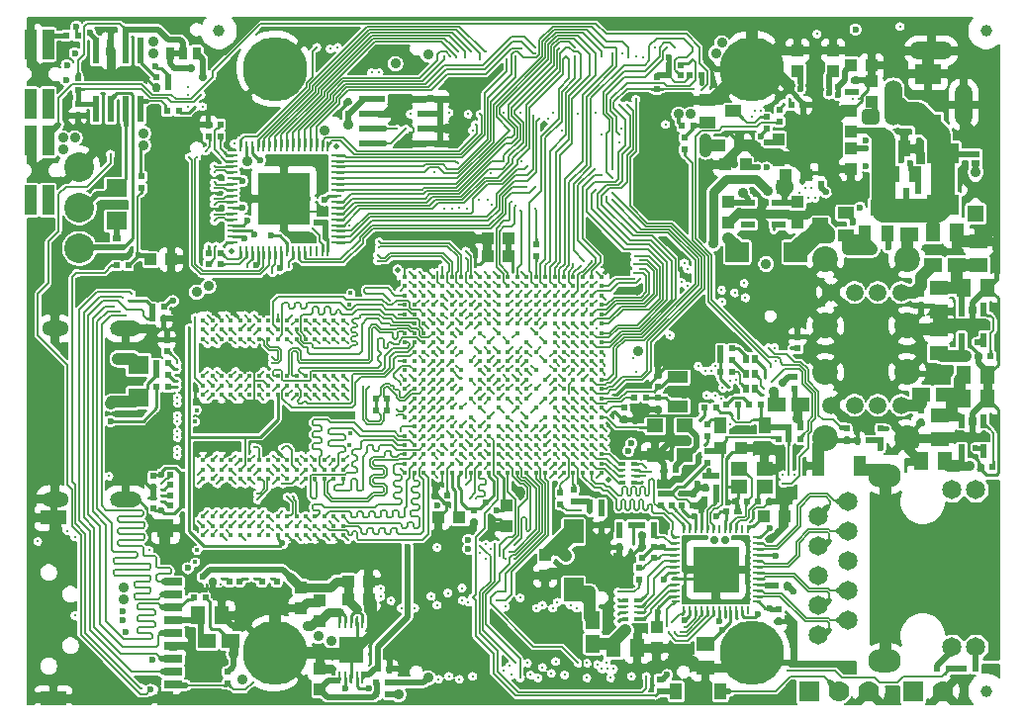
<source format=gbr>
%TF.GenerationSoftware,KiCad,Pcbnew,5.1.6-c6e7f7d~87~ubuntu18.04.1*%
%TF.CreationDate,2021-01-22T16:26:39+02:00*%
%TF.ProjectId,STMP1-OLinuXino_Rev_B,53544d50-312d-44f4-9c69-6e7558696e6f,B*%
%TF.SameCoordinates,Original*%
%TF.FileFunction,Copper,L8,Bot*%
%TF.FilePolarity,Positive*%
%FSLAX46Y46*%
G04 Gerber Fmt 4.6, Leading zero omitted, Abs format (unit mm)*
G04 Created by KiCad (PCBNEW 5.1.6-c6e7f7d~87~ubuntu18.04.1) date 2021-01-22 16:26:39*
%MOMM*%
%LPD*%
G01*
G04 APERTURE LIST*
%TA.AperFunction,EtchedComponent*%
%ADD10C,0.508000*%
%TD*%
%TA.AperFunction,EtchedComponent*%
%ADD11C,0.254000*%
%TD*%
%TA.AperFunction,ComponentPad*%
%ADD12O,2.800000X2.000000*%
%TD*%
%TA.AperFunction,ComponentPad*%
%ADD13C,1.650000*%
%TD*%
%TA.AperFunction,SMDPad,CuDef*%
%ADD14R,1.016000X2.540000*%
%TD*%
%TA.AperFunction,ComponentPad*%
%ADD15O,3.700000X1.500000*%
%TD*%
%TA.AperFunction,ComponentPad*%
%ADD16O,1.500000X3.600000*%
%TD*%
%TA.AperFunction,ComponentPad*%
%ADD17O,1.500000X3.900000*%
%TD*%
%TA.AperFunction,ComponentPad*%
%ADD18O,1.800000X1.800000*%
%TD*%
%TA.AperFunction,ViaPad*%
%ADD19O,1.800000X1.800000*%
%TD*%
%TA.AperFunction,SMDPad,CuDef*%
%ADD20R,0.508000X0.762000*%
%TD*%
%TA.AperFunction,SMDPad,CuDef*%
%ADD21R,0.550000X0.500000*%
%TD*%
%TA.AperFunction,SMDPad,CuDef*%
%ADD22R,1.016000X1.016000*%
%TD*%
%TA.AperFunction,SMDPad,CuDef*%
%ADD23R,1.400000X1.200000*%
%TD*%
%TA.AperFunction,SMDPad,CuDef*%
%ADD24R,0.500000X0.550000*%
%TD*%
%TA.AperFunction,SMDPad,CuDef*%
%ADD25R,0.625000X0.325000*%
%TD*%
%TA.AperFunction,SMDPad,CuDef*%
%ADD26R,0.625000X0.250000*%
%TD*%
%TA.AperFunction,SMDPad,CuDef*%
%ADD27R,1.800000X1.000000*%
%TD*%
%TA.AperFunction,SMDPad,CuDef*%
%ADD28R,0.550000X1.200000*%
%TD*%
%TA.AperFunction,SMDPad,CuDef*%
%ADD29R,0.250000X1.000000*%
%TD*%
%TA.AperFunction,SMDPad,CuDef*%
%ADD30R,2.000000X2.200000*%
%TD*%
%TA.AperFunction,ComponentPad*%
%ADD31C,2.000000*%
%TD*%
%TA.AperFunction,SMDPad,CuDef*%
%ADD32R,0.900000X0.250000*%
%TD*%
%TA.AperFunction,SMDPad,CuDef*%
%ADD33R,4.500000X4.500000*%
%TD*%
%TA.AperFunction,ComponentPad*%
%ADD34R,1.600000X1.600000*%
%TD*%
%TA.AperFunction,SMDPad,CuDef*%
%ADD35R,0.250000X0.900000*%
%TD*%
%TA.AperFunction,ViaPad*%
%ADD36C,0.700000*%
%TD*%
%TA.AperFunction,SMDPad,CuDef*%
%ADD37C,0.500000*%
%TD*%
%TA.AperFunction,SMDPad,CuDef*%
%ADD38R,1.524000X1.270000*%
%TD*%
%TA.AperFunction,SMDPad,CuDef*%
%ADD39R,1.270000X1.524000*%
%TD*%
%TA.AperFunction,SMDPad,CuDef*%
%ADD40C,0.400000*%
%TD*%
%TA.AperFunction,ComponentPad*%
%ADD41O,2.300000X1.300000*%
%TD*%
%TA.AperFunction,ComponentPad*%
%ADD42O,2.700000X1.300000*%
%TD*%
%TA.AperFunction,SMDPad,CuDef*%
%ADD43R,0.762000X1.016000*%
%TD*%
%TA.AperFunction,SMDPad,CuDef*%
%ADD44R,0.762000X0.508000*%
%TD*%
%TA.AperFunction,SMDPad,CuDef*%
%ADD45R,1.016000X1.778000*%
%TD*%
%TA.AperFunction,ComponentPad*%
%ADD46C,2.540000*%
%TD*%
%TA.AperFunction,SMDPad,CuDef*%
%ADD47R,1.700000X2.000000*%
%TD*%
%TA.AperFunction,SMDPad,CuDef*%
%ADD48R,2.000000X1.700000*%
%TD*%
%TA.AperFunction,SMDPad,CuDef*%
%ADD49R,2.286000X1.778000*%
%TD*%
%TA.AperFunction,SMDPad,CuDef*%
%ADD50R,1.400000X1.000000*%
%TD*%
%TA.AperFunction,SMDPad,CuDef*%
%ADD51R,1.800000X1.600000*%
%TD*%
%TA.AperFunction,SMDPad,CuDef*%
%ADD52R,2.700000X1.800000*%
%TD*%
%TA.AperFunction,ComponentPad*%
%ADD53R,1.400000X1.400000*%
%TD*%
%TA.AperFunction,ComponentPad*%
%ADD54C,1.400000*%
%TD*%
%TA.AperFunction,SMDPad,CuDef*%
%ADD55R,2.200000X1.200000*%
%TD*%
%TA.AperFunction,SMDPad,CuDef*%
%ADD56R,1.400000X1.600000*%
%TD*%
%TA.AperFunction,Conductor*%
%ADD57R,1.600000X0.700000*%
%TD*%
%TA.AperFunction,SMDPad,CuDef*%
%ADD58R,1.778000X1.524000*%
%TD*%
%TA.AperFunction,SMDPad,CuDef*%
%ADD59R,0.650000X0.250000*%
%TD*%
%TA.AperFunction,SMDPad,CuDef*%
%ADD60R,0.250000X0.650000*%
%TD*%
%TA.AperFunction,SMDPad,CuDef*%
%ADD61R,4.000000X4.000000*%
%TD*%
%TA.AperFunction,ComponentPad*%
%ADD62R,1.422400X1.422400*%
%TD*%
%TA.AperFunction,SMDPad,CuDef*%
%ADD63R,2.200000X0.600000*%
%TD*%
%TA.AperFunction,SMDPad,CuDef*%
%ADD64R,0.600000X2.200000*%
%TD*%
%TA.AperFunction,ComponentPad*%
%ADD65C,2.200000*%
%TD*%
%TA.AperFunction,ComponentPad*%
%ADD66C,1.500000*%
%TD*%
%TA.AperFunction,SMDPad,CuDef*%
%ADD67R,1.000000X1.400000*%
%TD*%
%TA.AperFunction,ComponentPad*%
%ADD68R,1.778000X1.778000*%
%TD*%
%TA.AperFunction,ComponentPad*%
%ADD69C,1.778000*%
%TD*%
%TA.AperFunction,ConnectorPad*%
%ADD70C,1.000000*%
%TD*%
%TA.AperFunction,SMDPad,CuDef*%
%ADD71R,1.200000X0.550000*%
%TD*%
%TA.AperFunction,ComponentPad*%
%ADD72C,0.900000*%
%TD*%
%TA.AperFunction,ComponentPad*%
%ADD73C,5.500000*%
%TD*%
%TA.AperFunction,ViaPad*%
%ADD74C,0.327000*%
%TD*%
%TA.AperFunction,ViaPad*%
%ADD75C,0.600000*%
%TD*%
%TA.AperFunction,ViaPad*%
%ADD76C,0.900000*%
%TD*%
%TA.AperFunction,ViaPad*%
%ADD77C,0.800000*%
%TD*%
%TA.AperFunction,Conductor*%
%ADD78C,1.524000*%
%TD*%
%TA.AperFunction,Conductor*%
%ADD79C,2.032000*%
%TD*%
%TA.AperFunction,Conductor*%
%ADD80C,0.508000*%
%TD*%
%TA.AperFunction,Conductor*%
%ADD81C,1.016000*%
%TD*%
%TA.AperFunction,Conductor*%
%ADD82C,0.254000*%
%TD*%
%TA.AperFunction,Conductor*%
%ADD83C,0.762000*%
%TD*%
%TA.AperFunction,Conductor*%
%ADD84C,0.127000*%
%TD*%
%TA.AperFunction,Conductor*%
%ADD85C,0.406400*%
%TD*%
%TA.AperFunction,Conductor*%
%ADD86C,0.203200*%
%TD*%
%TA.AperFunction,Conductor*%
%ADD87C,0.304800*%
%TD*%
%TA.AperFunction,Conductor*%
%ADD88C,0.152400*%
%TD*%
G04 APERTURE END LIST*
D10*
%TO.C,3.3V/5.0V1*%
X114173000Y-45466000D02*
X115316000Y-45466000D01*
D11*
%TO.C,R2*%
X132715000Y-75311000D02*
X132715000Y-75819000D01*
%TO.C,R3*%
X131826000Y-75311000D02*
X131826000Y-75819000D01*
%TD*%
D12*
%TO.P,LAN1,SH2*%
%TO.N,Net-(C71-Pad2)*%
X175362000Y-97435000D03*
%TO.P,LAN1,SH1*%
X175362000Y-81635000D03*
D13*
%TO.P,LAN1,14*%
%TO.N,/HDMI\u002C LCD  and Ethernet/PHYAD0*%
X183134000Y-96266000D03*
%TO.P,LAN1,13*%
%TO.N,/HDMI\u002C LCD  and Ethernet/VDD33*%
X181102000Y-96266000D03*
%TO.P,LAN1,12*%
%TO.N,/HDMI\u002C LCD  and Ethernet/PHYAD1*%
X183134000Y-82804000D03*
%TO.P,LAN1,11*%
%TO.N,/HDMI\u002C LCD  and Ethernet/VDD33*%
X181102000Y-82804000D03*
%TO.P,LAN1,10*%
%TO.N,/HDMI\u002C LCD  and Ethernet/MDI[3]-*%
X169672000Y-95250000D03*
%TO.P,LAN1,9*%
%TO.N,/HDMI\u002C LCD  and Ethernet/MDI[3]+*%
X172212000Y-93980000D03*
%TO.P,LAN1,8*%
%TO.N,/HDMI\u002C LCD  and Ethernet/MDI[2]-*%
X169672000Y-92710000D03*
%TO.P,LAN1,7*%
%TO.N,/HDMI\u002C LCD  and Ethernet/MDI[2]+*%
X172212000Y-91440000D03*
%TO.P,LAN1,6*%
%TO.N,Net-(C70-Pad2)*%
X169672000Y-90170000D03*
%TO.P,LAN1,5*%
%TO.N,Net-(C69-Pad2)*%
X172212000Y-88900000D03*
%TO.P,LAN1,4*%
%TO.N,/HDMI\u002C LCD  and Ethernet/MDI[1]-*%
X169672000Y-87630000D03*
%TO.P,LAN1,3*%
%TO.N,/HDMI\u002C LCD  and Ethernet/MDI[1]+*%
X172212000Y-86360000D03*
%TO.P,LAN1,2*%
%TO.N,/HDMI\u002C LCD  and Ethernet/MDI[0]-*%
X169672000Y-85090000D03*
%TO.P,LAN1,1*%
%TO.N,/HDMI\u002C LCD  and Ethernet/MDI[0]+*%
X172212000Y-83820000D03*
%TD*%
D14*
%TO.P,PWRON1,4*%
%TO.N,N/C*%
X103759000Y-49784000D03*
%TO.P,PWRON1,3*%
X102235000Y-49784000D03*
%TO.P,PWRON1,2*%
%TO.N,Net-(PWRON1-Pad2)*%
X103759000Y-44704000D03*
%TO.P,PWRON1,1*%
%TO.N,GND*%
X102235000Y-44704000D03*
%TD*%
%TO.P,RESET1,4*%
%TO.N,N/C*%
X103759000Y-58039000D03*
%TO.P,RESET1,3*%
X102235000Y-58039000D03*
%TO.P,RESET1,2*%
%TO.N,NRST*%
X103759000Y-52959000D03*
%TO.P,RESET1,1*%
%TO.N,GND*%
X102235000Y-52959000D03*
%TD*%
D15*
%TO.P,PWR1,-*%
%TO.N,GND*%
X179345000Y-45258000D03*
D16*
X182091000Y-49858000D03*
D17*
%TO.P,PWR1,+*%
%TO.N,+5V_EXT*%
X176091000Y-49708000D03*
%TD*%
D18*
%TO.P,U18,49*%
%TO.N,GND*%
X169269000Y-52959000D03*
D19*
%TD*%
%TO.N,GND*%
%TO.C,U18*%
X167869000Y-54359000D03*
%TO.N,GND*%
%TO.C,U18*%
X167869000Y-51559000D03*
X170669000Y-54359000D03*
X170669000Y-51559000D03*
%TD*%
D20*
%TO.P,BOOT1_VDD1,2*%
%TO.N,Net-(BOOT1_VDD1-Pad2)*%
X163449000Y-72898000D03*
%TO.P,BOOT1_VDD1,1*%
%TO.N,/eMMC\u002C SPI-Flash\u002C T-Card and Boot/BOOT1*%
X164211000Y-72898000D03*
%TD*%
D21*
%TO.P,R61,1*%
%TO.N,Net-(C58-Pad2)*%
X145542000Y-61849000D03*
%TO.P,R61,2*%
%TO.N,/HDMI\u002C LCD  and Ethernet/PHY-RST#*%
X145542000Y-62865000D03*
%TD*%
D22*
%TO.P,R59,1*%
%TO.N,Net-(R59-Pad1)*%
X164973000Y-85090000D03*
%TO.P,R59,2*%
%TO.N,GND*%
X166751000Y-85090000D03*
%TD*%
D23*
%TO.P,Q3,1*%
%TO.N,Net-(C49-Pad2)*%
X165057000Y-82588000D03*
%TO.P,Q3,2*%
%TO.N,Net-(C50-Pad2)*%
X162857000Y-80988000D03*
%TO.P,Q3,3*%
%TO.N,GND*%
X162857000Y-82588000D03*
X165057000Y-80988000D03*
%TD*%
D24*
%TO.P,C50,1*%
%TO.N,GND*%
X162560000Y-83820000D03*
%TO.P,C50,2*%
%TO.N,Net-(C50-Pad2)*%
X163576000Y-83820000D03*
%TD*%
D22*
%TO.P,C58,1*%
%TO.N,GND*%
X163068000Y-79248000D03*
%TO.P,C58,2*%
%TO.N,Net-(C58-Pad2)*%
X161290000Y-79248000D03*
%TD*%
D24*
%TO.P,R82,2*%
%TO.N,+3V3*%
X156845000Y-47371000D03*
%TO.P,R82,1*%
%TO.N,PB9\u005CI2C1_SDA*%
X157861000Y-47371000D03*
%TD*%
D25*
%TO.P,RM3,1.1*%
%TO.N,Net-(RM2-Pad1.2)*%
X154182500Y-92301000D03*
%TO.P,RM3,1.2*%
%TO.N,/HDMI\u002C LCD  and Ethernet/GRXD0*%
X153157500Y-92301000D03*
D26*
%TO.P,RM3,2.1*%
%TO.N,Net-(RM2-Pad2.2)*%
X154182500Y-92841000D03*
%TO.P,RM3,2.2*%
%TO.N,/HDMI\u002C LCD  and Ethernet/GRXD1*%
X153157500Y-92841000D03*
%TO.P,RM3,3.1*%
%TO.N,Net-(RM2-Pad3.2)*%
X154182500Y-93341000D03*
%TO.P,RM3,3.2*%
%TO.N,/HDMI\u002C LCD  and Ethernet/GRXD2*%
X153157500Y-93341000D03*
D25*
%TO.P,RM3,4.1*%
%TO.N,Net-(RM2-Pad4.2)*%
X154182500Y-93881000D03*
%TO.P,RM3,4.2*%
%TO.N,/HDMI\u002C LCD  and Ethernet/GRXD3*%
X153157500Y-93881000D03*
%TD*%
D27*
%TO.P,Q1,1*%
%TO.N,Net-(C42-Pad1)*%
X157607000Y-73172000D03*
%TO.P,Q1,2*%
%TO.N,Net-(C43-Pad1)*%
X157607000Y-75672000D03*
%TD*%
D25*
%TO.P,RM4,1.1*%
%TO.N,Net-(RM4-Pad1.1)*%
X153928500Y-80617000D03*
%TO.P,RM4,1.2*%
%TO.N,/HDMI\u002C LCD  and Ethernet/GTXD2*%
X152903500Y-80617000D03*
D26*
%TO.P,RM4,2.1*%
%TO.N,Net-(RM4-Pad2.1)*%
X153928500Y-81157000D03*
%TO.P,RM4,2.2*%
%TO.N,/HDMI\u002C LCD  and Ethernet/GTXD3*%
X152903500Y-81157000D03*
%TO.P,RM4,3.1*%
%TO.N,Net-(RM4-Pad3.1)*%
X153928500Y-81657000D03*
%TO.P,RM4,3.2*%
%TO.N,/HDMI\u002C LCD  and Ethernet/GTXD0*%
X152903500Y-81657000D03*
D25*
%TO.P,RM4,4.1*%
%TO.N,Net-(RM4-Pad4.1)*%
X153928500Y-82197000D03*
%TO.P,RM4,4.2*%
%TO.N,/HDMI\u002C LCD  and Ethernet/GTXD1*%
X152903500Y-82197000D03*
%TD*%
D28*
%TO.P,U13,1*%
%TO.N,Net-(C175-Pad2)*%
X181930000Y-67407000D03*
%TO.P,U13,2*%
%TO.N,GND*%
X182880000Y-67407000D03*
%TO.P,U13,3*%
%TO.N,Net-(R125-Pad2)*%
X183830000Y-67407000D03*
%TO.P,U13,5*%
%TO.N,+5V*%
X181930000Y-70007000D03*
%TO.P,U13,4*%
%TO.N,/USB\u002C CAN and Extensions/USB_HOST1_DRV*%
X183830000Y-70007000D03*
%TD*%
D29*
%TO.P,U19,1*%
%TO.N,1.35V_DDR*%
X128667000Y-94120000D03*
%TO.P,U19,2*%
X129167000Y-94120000D03*
%TO.P,U19,3*%
%TO.N,VTT_DDR*%
X129667000Y-94120000D03*
%TO.P,U19,4*%
%TO.N,GND*%
X130167000Y-94120000D03*
%TO.P,U19,5*%
%TO.N,VTT_DDR*%
X130667000Y-94120000D03*
%TO.P,U19,6*%
%TO.N,VTT_REF*%
X130667000Y-98920000D03*
%TO.P,U19,7*%
%TO.N,PWR_LP*%
X130167000Y-98920000D03*
%TO.P,U19,8*%
%TO.N,GND*%
X129667000Y-98920000D03*
%TO.P,U19,9*%
%TO.N,PWR_ONRST*%
X129167000Y-98920000D03*
%TO.P,U19,10*%
%TO.N,Net-(C114-Pad1)*%
X128667000Y-98920000D03*
D30*
%TO.P,U19,11*%
%TO.N,GND*%
X129667000Y-96520000D03*
D31*
X129667000Y-96520000D03*
%TD*%
D24*
%TO.P,R78,1*%
%TO.N,+5V*%
X113030000Y-72009000D03*
%TO.P,R78,2*%
%TO.N,/HDMI\u002C LCD  and Ethernet/HSDA*%
X114046000Y-72009000D03*
%TD*%
D21*
%TO.P,R80,1*%
%TO.N,/HDMI\u002C LCD  and Ethernet/HHPD*%
X113919000Y-70993000D03*
%TO.P,R80,2*%
%TO.N,GND*%
X113919000Y-69977000D03*
%TD*%
D32*
%TO.P,U8,51*%
%TO.N,/HDMI\u002C LCD  and Ethernet/LCD_CLK*%
X128402000Y-55162000D03*
%TO.P,U8,52*%
%TO.N,/HDMI\u002C LCD  and Ethernet/LCD_G0*%
X128402000Y-55662000D03*
%TO.P,U8,53*%
%TO.N,/HDMI\u002C LCD  and Ethernet/LCD_B7*%
X128402000Y-56162000D03*
%TO.P,U8,54*%
%TO.N,/HDMI\u002C LCD  and Ethernet/LCD_B6*%
X128402000Y-56662000D03*
%TO.P,U8,55*%
%TO.N,/HDMI\u002C LCD  and Ethernet/LCD_B5*%
X128402000Y-57162000D03*
%TO.P,U8,56*%
%TO.N,1.2V_HDMI*%
X128402000Y-57662000D03*
%TO.P,U8,57*%
%TO.N,/HDMI\u002C LCD  and Ethernet/LCD_B4*%
X128402000Y-58162000D03*
%TO.P,U8,58*%
%TO.N,/HDMI\u002C LCD  and Ethernet/LCD_B3*%
X128402000Y-58662000D03*
%TO.P,U8,59*%
%TO.N,/HDMI\u002C LCD  and Ethernet/LCD_B2*%
X128402000Y-59162000D03*
%TO.P,U8,60*%
%TO.N,/HDMI\u002C LCD  and Ethernet/LCD_B1*%
X128402000Y-59662000D03*
D33*
%TO.P,U8,65*%
%TO.N,GND*%
X123952000Y-57912000D03*
D34*
X123952000Y-57912000D03*
D35*
%TO.P,U8,14*%
%TO.N,/HDMI\u002C LCD  and Ethernet/HHPD*%
X121202000Y-62362000D03*
%TO.P,U8,15*%
%TO.N,Net-(R92-Pad1)*%
X120702000Y-62362000D03*
%TO.P,U8,13*%
%TO.N,Net-(C72-Pad2)*%
X121702000Y-62362000D03*
%TO.P,U8,16*%
%TO.N,Net-(R91-Pad1)*%
X120202000Y-62362000D03*
D32*
%TO.P,U8,31*%
%TO.N,Net-(R88-Pad2)*%
X119502000Y-54662000D03*
%TO.P,U8,32*%
%TO.N,Net-(R93-Pad2)*%
X119502000Y-54162000D03*
%TO.P,U8,29*%
%TO.N,/HDMI\u002C LCD  and Ethernet/HTX2N*%
X119502000Y-55662000D03*
%TO.P,U8,30*%
%TO.N,/HDMI\u002C LCD  and Ethernet/HTX2P*%
X119502000Y-55162000D03*
D35*
%TO.P,U8,45*%
%TO.N,/HDMI\u002C LCD  and Ethernet/LCD_G6*%
X126202000Y-53462000D03*
%TO.P,U8,48*%
%TO.N,/HDMI\u002C LCD  and Ethernet/LCD_G3*%
X127702000Y-53462000D03*
%TO.P,U8,46*%
%TO.N,/HDMI\u002C LCD  and Ethernet/LCD_G5*%
X126702000Y-53462000D03*
%TO.P,U8,47*%
%TO.N,/HDMI\u002C LCD  and Ethernet/LCD_G4*%
X127202000Y-53462000D03*
D32*
%TO.P,U8,64*%
%TO.N,/HDMI\u002C LCD  and Ethernet/LCD_VSYNC*%
X128402000Y-61662000D03*
%TO.P,U8,61*%
%TO.N,/HDMI\u002C LCD  and Ethernet/LCD_B0*%
X128402000Y-60162000D03*
%TO.P,U8,62*%
%TO.N,/HDMI\u002C LCD  and Ethernet/LCD_DE*%
X128402000Y-60662000D03*
%TO.P,U8,63*%
%TO.N,/HDMI\u002C LCD  and Ethernet/LCD_HSYNC*%
X128402000Y-61162000D03*
D36*
%TD*%
%TO.N,GND*%
%TO.C,U8*%
X123952000Y-56762000D03*
%TO.N,GND*%
%TO.C,U8*%
X123952000Y-56012000D03*
X123952000Y-59812000D03*
X123952000Y-59062000D03*
X122052000Y-57912000D03*
X125102000Y-57912000D03*
X122802000Y-57912000D03*
D35*
%TD*%
%TO.P,U8,1*%
%TO.N,+3V3*%
X127702000Y-62362000D03*
%TO.P,U8,2*%
%TO.N,PB5\u005CSPDIF_TX*%
X127202000Y-62362000D03*
%TO.P,U8,3*%
%TO.N,Net-(U8-Pad3)*%
X126702000Y-62362000D03*
%TO.P,U8,4*%
%TO.N,Net-(U8-Pad4)*%
X126202000Y-62362000D03*
%TO.P,U8,5*%
%TO.N,/HDMI\u002C LCD  and Ethernet/I2S1_SD0*%
X125702000Y-62362000D03*
%TO.P,U8,6*%
%TO.N,/HDMI\u002C LCD  and Ethernet/I2S1_WS*%
X125202000Y-62362000D03*
%TO.P,U8,7*%
%TO.N,/HDMI\u002C LCD  and Ethernet/I2S1_CK*%
X124702000Y-62362000D03*
%TO.P,U8,8*%
%TO.N,1.2V_HDMI*%
X124202000Y-62362000D03*
%TO.P,U8,9*%
%TO.N,Net-(C72-Pad2)*%
X123702000Y-62362000D03*
%TO.P,U8,10*%
%TO.N,/HDMI\u002C LCD  and Ethernet/HDMI_INT*%
X123202000Y-62362000D03*
%TO.P,U8,11*%
%TO.N,PZ5\u005CI2C4_SDA*%
X122702000Y-62362000D03*
%TO.P,U8,12*%
%TO.N,PZ4\u005CI2C4_SCL*%
X122202000Y-62362000D03*
D32*
%TO.P,U8,17*%
%TO.N,/HDMI\u002C LCD  and Ethernet/HCEC*%
X119502000Y-61662000D03*
%TO.P,U8,18*%
%TO.N,1.2V_HDMI*%
X119502000Y-61162000D03*
%TO.P,U8,19*%
%TO.N,Net-(C72-Pad2)*%
X119502000Y-60662000D03*
%TO.P,U8,20*%
%TO.N,Net-(R87-Pad2)*%
X119502000Y-60162000D03*
%TO.P,U8,21*%
%TO.N,/HDMI\u002C LCD  and Ethernet/HTXCN*%
X119502000Y-59662000D03*
%TO.P,U8,22*%
%TO.N,/HDMI\u002C LCD  and Ethernet/HTXCP*%
X119502000Y-59162000D03*
%TO.P,U8,23*%
%TO.N,1.2V_HDMI*%
X119502000Y-58662000D03*
%TO.P,U8,24*%
%TO.N,/HDMI\u002C LCD  and Ethernet/HTX0N*%
X119502000Y-58162000D03*
%TO.P,U8,25*%
%TO.N,/HDMI\u002C LCD  and Ethernet/HTX0P*%
X119502000Y-57662000D03*
%TO.P,U8,26*%
%TO.N,/HDMI\u002C LCD  and Ethernet/HTX1N*%
X119502000Y-57162000D03*
%TO.P,U8,27*%
%TO.N,/HDMI\u002C LCD  and Ethernet/HTX1P*%
X119502000Y-56662000D03*
%TO.P,U8,28*%
%TO.N,1.2V_HDMI*%
X119502000Y-56162000D03*
D35*
%TO.P,U8,33*%
%TO.N,Net-(R42-Pad1)*%
X120202000Y-53462000D03*
%TO.P,U8,34*%
%TO.N,+3V3*%
X120702000Y-53462000D03*
%TO.P,U8,35*%
%TO.N,1.2V_HDMI*%
X121202000Y-53462000D03*
%TO.P,U8,36*%
%TO.N,/HDMI\u002C LCD  and Ethernet/LCD_R7*%
X121702000Y-53462000D03*
%TO.P,U8,37*%
%TO.N,/HDMI\u002C LCD  and Ethernet/LCD_R6*%
X122202000Y-53462000D03*
%TO.P,U8,38*%
%TO.N,/HDMI\u002C LCD  and Ethernet/LCD_R5*%
X122702000Y-53462000D03*
%TO.P,U8,39*%
%TO.N,/HDMI\u002C LCD  and Ethernet/LCD_R4*%
X123202000Y-53462000D03*
%TO.P,U8,40*%
%TO.N,/HDMI\u002C LCD  and Ethernet/LCD_R3*%
X123702000Y-53462000D03*
%TO.P,U8,41*%
%TO.N,/HDMI\u002C LCD  and Ethernet/LCD_R2*%
X124202000Y-53462000D03*
%TO.P,U8,42*%
%TO.N,/HDMI\u002C LCD  and Ethernet/LCD_R1*%
X124702000Y-53462000D03*
%TO.P,U8,43*%
%TO.N,/HDMI\u002C LCD  and Ethernet/LCD_R0*%
X125202000Y-53462000D03*
%TO.P,U8,44*%
%TO.N,/HDMI\u002C LCD  and Ethernet/LCD_G7*%
X125702000Y-53462000D03*
D32*
%TO.P,U8,49*%
%TO.N,/HDMI\u002C LCD  and Ethernet/LCD_G2*%
X128402000Y-54162000D03*
%TO.P,U8,50*%
%TO.N,/HDMI\u002C LCD  and Ethernet/LCD_G1*%
X128402000Y-54662000D03*
D36*
%TD*%
%TO.N,GND*%
%TO.C,U8*%
X125852000Y-57912000D03*
D37*
%TO.P,U8,fid*%
%TO.N,N/C*%
X119452000Y-62412000D03*
X128452000Y-53412000D03*
%TD*%
D22*
%TO.P,C107,2*%
%TO.N,1.2V_VDDCORE*%
X161163000Y-53340000D03*
%TO.P,C107,1*%
%TO.N,GND*%
X162941000Y-53340000D03*
%TD*%
D38*
%TO.P,C88,1*%
%TO.N,GND*%
X177419000Y-60960000D03*
%TO.P,C88,2*%
%TO.N,+5V_EXT*%
X177419000Y-58928000D03*
%TD*%
%TO.P,L13,1*%
%TO.N,+3V3*%
X168148000Y-75565000D03*
%TO.P,L13,2*%
%TO.N,Net-(C157-Pad1)*%
X166116000Y-75565000D03*
%TD*%
D39*
%TO.P,C46,2*%
%TO.N,GND*%
X118618000Y-93599000D03*
%TO.P,C46,1*%
%TO.N,Net-(C46-Pad1)*%
X116586000Y-93599000D03*
%TD*%
D40*
%TO.P,U2,T9*%
%TO.N,GND*%
X117000000Y-68300000D03*
%TO.P,U2,T8*%
%TO.N,/S0SA8*%
X117000000Y-69100000D03*
%TO.P,U2,T7*%
%TO.N,/S0SA14*%
X117000000Y-69900000D03*
%TO.P,U2,T3*%
%TO.N,/S0SA13*%
X117000000Y-73100000D03*
%TO.P,U2,T2*%
%TO.N,/S0SRST*%
X117000000Y-73900000D03*
%TO.P,U2,T1*%
%TO.N,GND*%
X117000000Y-74700000D03*
%TO.P,U2,R9*%
%TO.N,1.35V_DDR*%
X117800000Y-68300000D03*
%TO.P,U2,R8*%
%TO.N,/S0SA6*%
X117800000Y-69100000D03*
%TO.P,U2,R7*%
%TO.N,/S0SA11*%
X117800000Y-69900000D03*
%TO.P,U2,R3*%
%TO.N,/S0SA9*%
X117800000Y-73100000D03*
%TO.P,U2,R2*%
%TO.N,/S0SA7*%
X117800000Y-73900000D03*
%TO.P,U2,R1*%
%TO.N,1.35V_DDR*%
X117800000Y-74700000D03*
%TO.P,U2,P9*%
%TO.N,GND*%
X118600000Y-68300000D03*
%TO.P,U2,P8*%
%TO.N,/S0SA4*%
X118600000Y-69100000D03*
%TO.P,U2,P7*%
%TO.N,/S0SA1*%
X118600000Y-69900000D03*
%TO.P,U2,P3*%
%TO.N,/S0SA2*%
X118600000Y-73100000D03*
%TO.P,U2,P2*%
%TO.N,/S0SA5*%
X118600000Y-73900000D03*
%TO.P,U2,P1*%
%TO.N,GND*%
X118600000Y-74700000D03*
%TO.P,U2,N9*%
%TO.N,1.35V_DDR*%
X119400000Y-68300000D03*
%TO.P,U2,N8*%
%TO.N,/S0SBA1*%
X119400000Y-69100000D03*
%TO.P,U2,N7*%
%TO.N,/S0SA12*%
X119400000Y-69900000D03*
%TO.P,U2,N3*%
%TO.N,/S0SA0*%
X119400000Y-73100000D03*
%TO.P,U2,N2*%
%TO.N,/S0SA3*%
X119400000Y-73900000D03*
%TO.P,U2,N1*%
%TO.N,1.35V_DDR*%
X119400000Y-74700000D03*
%TO.P,U2,M9*%
%TO.N,GND*%
X120200000Y-68300000D03*
%TO.P,U2,M8*%
%TO.N,/VREF0_DDR3*%
X120200000Y-69100000D03*
%TO.P,U2,M7*%
%TO.N,/S0SA15*%
X120200000Y-69900000D03*
%TO.P,U2,M3*%
%TO.N,/S0SBA2*%
X120200000Y-73100000D03*
%TO.P,U2,M2*%
%TO.N,/S0SBA0*%
X120200000Y-73900000D03*
%TO.P,U2,M1*%
%TO.N,GND*%
X120200000Y-74700000D03*
%TO.P,U2,L9*%
%TO.N,Net-(R9-Pad1)*%
X121000000Y-68300000D03*
%TO.P,U2,L8*%
%TO.N,Net-(R8-Pad1)*%
X121000000Y-69100000D03*
%TO.P,U2,L7*%
%TO.N,/S0SA10*%
X121000000Y-69900000D03*
%TO.P,U2,L3*%
%TO.N,/S0SWE*%
X121000000Y-73100000D03*
%TO.P,U2,L2*%
%TO.N,/S0SCS0*%
X121000000Y-73900000D03*
%TO.P,U2,L1*%
%TO.N,Net-(U2-PadL1)*%
X121000000Y-74700000D03*
%TO.P,U2,K9*%
%TO.N,/S0SCKE0*%
X121800000Y-68300000D03*
%TO.P,U2,K8*%
%TO.N,1.35V_DDR*%
X121800000Y-69100000D03*
%TO.P,U2,K7*%
%TO.N,/S0SCK_N*%
X121800000Y-69900000D03*
%TO.P,U2,K3*%
%TO.N,/S0SCAS*%
X121800000Y-73100000D03*
%TO.P,U2,K2*%
%TO.N,1.35V_DDR*%
X121800000Y-73900000D03*
%TO.P,U2,K1*%
%TO.N,/S0SODT0*%
X121800000Y-74700000D03*
%TO.P,U2,J9*%
%TO.N,Net-(U2-PadJ9)*%
X122600000Y-68300000D03*
%TO.P,U2,J8*%
%TO.N,GND*%
X122600000Y-69100000D03*
%TO.P,U2,J7*%
%TO.N,/S0SCK_P*%
X122600000Y-69900000D03*
%TO.P,U2,J3*%
%TO.N,/S0SRAS*%
X122600000Y-73100000D03*
%TO.P,U2,J2*%
%TO.N,GND*%
X122600000Y-73900000D03*
%TO.P,U2,J1*%
%TO.N,Net-(U2-PadJ1)*%
X122600000Y-74700000D03*
%TO.P,U2,H9*%
%TO.N,1.35V_DDR*%
X123400000Y-68300000D03*
%TO.P,U2,H8*%
%TO.N,/S0SDQ3*%
X123400000Y-69100000D03*
%TO.P,U2,H7*%
%TO.N,/S0SDQ0*%
X123400000Y-69900000D03*
%TO.P,U2,H3*%
%TO.N,/S0SDQ6*%
X123400000Y-73100000D03*
%TO.P,U2,H2*%
%TO.N,1.35V_DDR*%
X123400000Y-73900000D03*
%TO.P,U2,H1*%
%TO.N,/VREF0_DDR3*%
X123400000Y-74700000D03*
%TO.P,U2,G9*%
%TO.N,GND*%
X124200000Y-68300000D03*
%TO.P,U2,G8*%
X124200000Y-69100000D03*
%TO.P,U2,G7*%
%TO.N,1.35V_DDR*%
X124200000Y-69900000D03*
%TO.P,U2,G3*%
%TO.N,/S0SDQS0_N*%
X124200000Y-73100000D03*
%TO.P,U2,G2*%
%TO.N,/S0SDQ4*%
X124200000Y-73900000D03*
%TO.P,U2,G1*%
%TO.N,GND*%
X124200000Y-74700000D03*
%TO.P,U2,FID4*%
%TO.N,N/C*%
X129650000Y-66000000D03*
%TO.P,U2,FID3*%
X116350000Y-77000000D03*
%TO.P,U2,FID2*%
X129500000Y-67000000D03*
%TO.P,U2,FID1*%
X116500000Y-76000000D03*
%TO.P,U2,F9*%
%TO.N,GND*%
X125000000Y-68300000D03*
%TO.P,U2,F8*%
%TO.N,/S0SDQ1*%
X125000000Y-69100000D03*
%TO.P,U2,F7*%
%TO.N,/S0SDQ7*%
X125000000Y-69900000D03*
%TO.P,U2,F3*%
%TO.N,/S0SDQS0_P*%
X125000000Y-73100000D03*
%TO.P,U2,F2*%
%TO.N,/S0SDQ2*%
X125000000Y-73900000D03*
%TO.P,U2,F1*%
%TO.N,1.35V_DDR*%
X125000000Y-74700000D03*
%TO.P,U2,E9*%
X125800000Y-68300000D03*
%TO.P,U2,E8*%
%TO.N,GND*%
X125800000Y-69100000D03*
%TO.P,U2,E7*%
%TO.N,/S0SDQM0*%
X125800000Y-69900000D03*
%TO.P,U2,E3*%
%TO.N,/S0SDQ5*%
X125800000Y-73100000D03*
%TO.P,U2,E2*%
%TO.N,GND*%
X125800000Y-73900000D03*
%TO.P,U2,E1*%
X125800000Y-74700000D03*
%TO.P,U2,D9*%
%TO.N,1.35V_DDR*%
X126600000Y-68300000D03*
%TO.P,U2,D8*%
%TO.N,GND*%
X126600000Y-69100000D03*
%TO.P,U2,D7*%
%TO.N,/S0SDQ8*%
X126600000Y-69900000D03*
%TO.P,U2,D3*%
%TO.N,/S0SDQM1*%
X126600000Y-73100000D03*
%TO.P,U2,D2*%
%TO.N,1.35V_DDR*%
X126600000Y-73900000D03*
%TO.P,U2,D1*%
%TO.N,GND*%
X126600000Y-74700000D03*
%TO.P,U2,C9*%
%TO.N,1.35V_DDR*%
X127400000Y-68300000D03*
%TO.P,U2,C8*%
%TO.N,/S0SDQ9*%
X127400000Y-69100000D03*
%TO.P,U2,C7*%
%TO.N,/S0SDQS1_P*%
X127400000Y-69900000D03*
%TO.P,U2,C3*%
%TO.N,/S0SDQ15*%
X127400000Y-73100000D03*
%TO.P,U2,C2*%
%TO.N,/S0SDQ12*%
X127400000Y-73900000D03*
%TO.P,U2,C1*%
%TO.N,1.35V_DDR*%
X127400000Y-74700000D03*
%TO.P,U2,B9*%
%TO.N,GND*%
X128200000Y-68300000D03*
%TO.P,U2,B8*%
%TO.N,/S0SDQ10*%
X128200000Y-69100000D03*
%TO.P,U2,B7*%
%TO.N,/S0SDQS1_N*%
X128200000Y-69900000D03*
%TO.P,U2,B3*%
%TO.N,GND*%
X128200000Y-73100000D03*
%TO.P,U2,B2*%
%TO.N,1.35V_DDR*%
X128200000Y-73900000D03*
%TO.P,U2,B1*%
%TO.N,GND*%
X128200000Y-74700000D03*
%TO.P,U2,A9*%
X129000000Y-68300000D03*
%TO.P,U2,A8*%
%TO.N,1.35V_DDR*%
X129000000Y-69100000D03*
%TO.P,U2,A7*%
%TO.N,/S0SDQ13*%
X129000000Y-69900000D03*
%TO.P,U2,A3*%
%TO.N,/S0SDQ14*%
X129000000Y-73100000D03*
%TO.P,U2,A2*%
%TO.N,/S0SDQ11*%
X129000000Y-73900000D03*
%TO.P,U2,A1*%
%TO.N,1.35V_DDR*%
X129000000Y-74700000D03*
%TD*%
D24*
%TO.P,R88,1*%
%TO.N,GND*%
X117475000Y-51562000D03*
%TO.P,R88,2*%
%TO.N,Net-(R88-Pad2)*%
X118491000Y-51562000D03*
%TD*%
%TO.P,R90,1*%
%TO.N,Net-(R42-Pad1)*%
X163703000Y-75565000D03*
%TO.P,R90,2*%
%TO.N,NRST*%
X164719000Y-75565000D03*
%TD*%
%TO.P,R93,2*%
%TO.N,Net-(R93-Pad2)*%
X118491000Y-52578000D03*
%TO.P,R93,1*%
%TO.N,+3V3*%
X117475000Y-52578000D03*
%TD*%
D41*
%TO.P,HDMI1,0*%
%TO.N,GND*%
X104341000Y-69027000D03*
X104341000Y-83627000D03*
D42*
X110391000Y-83627000D03*
X110391000Y-69027000D03*
%TD*%
D37*
%TO.P,U1,fid*%
%TO.N,N/C*%
X133700000Y-64000000D03*
D40*
%TO.P,U1,AB5*%
%TO.N,/HDMI\u002C LCD  and Ethernet/GRXD2*%
X147900000Y-81400000D03*
%TO.P,U1,AB2*%
%TO.N,/HDMI\u002C LCD  and Ethernet/GMDIO*%
X150300000Y-81400000D03*
%TO.P,U1,AB21*%
%TO.N,/S0SDQ26*%
X135100000Y-81400000D03*
%TO.P,U1,AB20*%
%TO.N,/S0SDQ27*%
X135900000Y-81400000D03*
%TO.P,U1,AB14*%
%TO.N,/USB\u002C CAN and Extensions/USB2_D+*%
X140700000Y-81400000D03*
%TO.P,U1,AB13*%
%TO.N,VDD_USB*%
X141500000Y-81400000D03*
%TO.P,U1,AB11*%
%TO.N,/eMMC\u002C SPI-Flash\u002C T-Card and Boot/SPI_IO1*%
X143100000Y-81400000D03*
%TO.P,U1,AB6*%
%TO.N,/HDMI\u002C LCD  and Ethernet/GRXD0*%
X147100000Y-81400000D03*
%TO.P,U1,AB8*%
%TO.N,/USB\u002C CAN and Extensions/DCMI_D6*%
X145500000Y-81400000D03*
%TO.P,U1,AB3*%
%TO.N,/HDMI\u002C LCD  and Ethernet/GMDC*%
X149500000Y-81400000D03*
%TO.P,U1,AB17*%
%TO.N,Net-(C163-Pad1)*%
X138300000Y-81400000D03*
%TO.P,U1,AB7*%
%TO.N,PH2*%
X146300000Y-81400000D03*
%TO.P,U1,AB12*%
%TO.N,/Power Supply/VDDA_1V8*%
X142300000Y-81400000D03*
%TO.P,U1,AB9*%
%TO.N,NAND-CLE*%
X144700000Y-81400000D03*
%TO.P,U1,AB22*%
%TO.N,GND*%
X134300000Y-81400000D03*
%TO.P,U1,AB4*%
%TO.N,/HDMI\u002C LCD  and Ethernet/GTXD_CLK*%
X148700000Y-81400000D03*
%TO.P,U1,AB1*%
%TO.N,GND*%
X151100000Y-81400000D03*
%TO.P,U1,AB19*%
%TO.N,/S0SVREF*%
X136700000Y-81400000D03*
%TO.P,U1,AB15*%
%TO.N,/USB\u002C CAN and Extensions/USB1_D-*%
X139900000Y-81400000D03*
%TO.P,U1,AB16*%
%TO.N,VDD_USB*%
X139100000Y-81400000D03*
%TO.P,U1,AB10*%
%TO.N,/eMMC\u002C SPI-Flash\u002C T-Card and Boot/SPI_IO0*%
X143900000Y-81400000D03*
%TO.P,U1,AB18*%
%TO.N,GND*%
X137500000Y-81400000D03*
%TO.P,U1,W13*%
%TO.N,/eMMC\u002C SPI-Flash\u002C T-Card and Boot/SPI_CS*%
X141500000Y-79000000D03*
%TO.P,U1,Y12*%
%TO.N,NAND-DQ5*%
X142300000Y-79800000D03*
%TO.P,U1,AA12*%
%TO.N,GND*%
X142300000Y-80600000D03*
%TO.P,U1,W11*%
%TO.N,NAND-DQ6*%
X143100000Y-79000000D03*
%TO.P,U1,U16*%
%TO.N,1.35V_DDR*%
X139100000Y-77400000D03*
%TO.P,U1,U21*%
%TO.N,/S0SDQ14*%
X135100000Y-77400000D03*
%TO.P,U1,Y20*%
%TO.N,GND*%
X135900000Y-79800000D03*
%TO.P,U1,W21*%
%TO.N,/S0SDQ31*%
X135100000Y-79000000D03*
%TO.P,U1,Y19*%
%TO.N,1.35V_DDR*%
X136700000Y-79800000D03*
%TO.P,U1,U19*%
%TO.N,/S0SA6*%
X136700000Y-77400000D03*
%TO.P,U1,AA9*%
%TO.N,PG10*%
X144700000Y-80600000D03*
%TO.P,U1,V15*%
%TO.N,VBUS*%
X139900000Y-78200000D03*
%TO.P,U1,AA22*%
%TO.N,/S0SDQM3*%
X134300000Y-80600000D03*
%TO.P,U1,V19*%
%TO.N,GND*%
X136700000Y-78200000D03*
%TO.P,U1,Y15*%
X139900000Y-79800000D03*
%TO.P,U1,AA4*%
X148700000Y-80600000D03*
%TO.P,U1,W2*%
%TO.N,/USB\u002C CAN and Extensions/PH7*%
X150300000Y-79000000D03*
%TO.P,U1,U20*%
%TO.N,GND*%
X135900000Y-77400000D03*
%TO.P,U1,AA1*%
%TO.N,/HDMI\u002C LCD  and Ethernet/GTXD0*%
X151100000Y-80600000D03*
%TO.P,U1,W10*%
%TO.N,NAND-DQ4*%
X143900000Y-79000000D03*
%TO.P,U1,W9*%
%TO.N,/USB\u002C CAN and Extensions/DCMI_PIXCLK*%
X144700000Y-79000000D03*
%TO.P,U1,U3*%
%TO.N,/USB\u002C CAN and Extensions/DFSDM1_DATIN1*%
X149500000Y-77400000D03*
%TO.P,U1,U9*%
%TO.N,+3V3*%
X144700000Y-77400000D03*
%TO.P,U1,W3*%
%TO.N,/USB\u002C CAN and Extensions/MCO1*%
X149500000Y-79000000D03*
%TO.P,U1,AA19*%
%TO.N,Net-(U1-PadAA19)*%
X136700000Y-80600000D03*
%TO.P,U1,V5*%
%TO.N,GND*%
X147900000Y-78200000D03*
%TO.P,U1,AA2*%
%TO.N,/HDMI\u002C LCD  and Ethernet/GTXD1*%
X150300000Y-80600000D03*
%TO.P,U1,AA21*%
%TO.N,/S0SDQ28*%
X135100000Y-80600000D03*
%TO.P,U1,Y10*%
%TO.N,GND*%
X143900000Y-79800000D03*
%TO.P,U1,W22*%
%TO.N,/S0SDQ30*%
X134300000Y-79000000D03*
%TO.P,U1,AA20*%
%TO.N,/S0SDQ29*%
X135900000Y-80600000D03*
%TO.P,U1,W5*%
%TO.N,/HDMI\u002C LCD  and Ethernet/ETH_MDINT*%
X147900000Y-79000000D03*
%TO.P,U1,V1*%
%TO.N,PWR_ON*%
X151100000Y-78200000D03*
%TO.P,U1,AA14*%
%TO.N,/USB\u002C CAN and Extensions/USB2_D-*%
X140700000Y-80600000D03*
%TO.P,U1,AA13*%
%TO.N,GND*%
X141500000Y-80600000D03*
%TO.P,U1,V13*%
%TO.N,/USB\u002C CAN and Extensions/UART4_RX*%
X141500000Y-78200000D03*
%TO.P,U1,V3*%
%TO.N,/HDMI\u002C LCD  and Ethernet/HDMI_RSTN*%
X149500000Y-78200000D03*
%TO.P,U1,V11*%
%TO.N,/USB\u002C CAN and Extensions/PH6*%
X143100000Y-78200000D03*
%TO.P,U1,Y17*%
%TO.N,/USB\u002C CAN and Extensions/USB_OTG_FS_ID*%
X138300000Y-79800000D03*
%TO.P,U1,W14*%
%TO.N,NAND-DQ7*%
X140700000Y-79000000D03*
%TO.P,U1,V10*%
%TO.N,/USB\u002C CAN and Extensions/DFSDM1_CKOUT*%
X143900000Y-78200000D03*
%TO.P,U1,U2*%
%TO.N,+3V3*%
X150300000Y-77400000D03*
%TO.P,U1,AA11*%
%TO.N,/eMMC\u002C SPI-Flash\u002C T-Card and Boot/SPI_IO3*%
X143100000Y-80600000D03*
%TO.P,U1,Y11*%
%TO.N,PG7*%
X143100000Y-79800000D03*
%TO.P,U1,Y18*%
%TO.N,GND*%
X137500000Y-79800000D03*
%TO.P,U1,Y22*%
%TO.N,/S0SDQS3_N*%
X134300000Y-79800000D03*
%TO.P,U1,AA6*%
%TO.N,/HDMI\u002C LCD  and Ethernet/GRXD1*%
X147100000Y-80600000D03*
%TO.P,U1,Y5*%
%TO.N,/HDMI\u002C LCD  and Ethernet/GTXD_EN*%
X147900000Y-79800000D03*
%TO.P,U1,W15*%
%TO.N,NAND-CE*%
X139900000Y-79000000D03*
%TO.P,U1,V22*%
%TO.N,/S0SDQ24*%
X134300000Y-78200000D03*
%TO.P,U1,W12*%
%TO.N,NAND-ALE*%
X142300000Y-79000000D03*
%TO.P,U1,U15*%
%TO.N,GND*%
X139900000Y-77400000D03*
%TO.P,U1,Y8*%
%TO.N,/USB\u002C CAN and Extensions/PG8*%
X145500000Y-79800000D03*
%TO.P,U1,U4*%
%TO.N,/USB\u002C CAN and Extensions/CAN_STBY*%
X148700000Y-77400000D03*
%TO.P,U1,W4*%
%TO.N,/USB\u002C CAN and Extensions/PG2*%
X148700000Y-79000000D03*
%TO.P,U1,W8*%
%TO.N,/USB\u002C CAN and Extensions/SAI2_SD_B*%
X145500000Y-79000000D03*
%TO.P,U1,AA8*%
%TO.N,PB5\u005CSPDIF_TX*%
X145500000Y-80600000D03*
%TO.P,U1,W7*%
%TO.N,/HDMI\u002C LCD  and Ethernet/LCD_PWRE*%
X146300000Y-79000000D03*
%TO.P,U1,Y1*%
%TO.N,/HDMI\u002C LCD  and Ethernet/GTXD2*%
X151100000Y-79800000D03*
%TO.P,U1,AA3*%
%TO.N,PA0\u005CWKUP1*%
X149500000Y-80600000D03*
%TO.P,U1,V18*%
%TO.N,GND*%
X137500000Y-78200000D03*
%TO.P,U1,W16*%
%TO.N,/USB\u002C CAN and Extensions/USB_OTG_FS_D+*%
X139100000Y-79000000D03*
%TO.P,U1,V20*%
%TO.N,/S0SDQ12*%
X135900000Y-78200000D03*
%TO.P,U1,U17*%
%TO.N,GND*%
X138300000Y-77400000D03*
%TO.P,U1,Y4*%
%TO.N,/eMMC\u002C SPI-Flash\u002C T-Card and Boot/SDMMC1_DET*%
X148700000Y-79800000D03*
%TO.P,U1,AA16*%
%TO.N,GND*%
X139100000Y-80600000D03*
%TO.P,U1,AA10*%
%TO.N,/eMMC\u002C SPI-Flash\u002C T-Card and Boot/SPI_IO2*%
X143900000Y-80600000D03*
%TO.P,U1,Y16*%
%TO.N,/USB\u002C CAN and Extensions/USB_OTG_FS_D-*%
X139100000Y-79800000D03*
%TO.P,U1,U1*%
%TO.N,PWR_LP*%
X151100000Y-77400000D03*
%TO.P,U1,Y7*%
%TO.N,GND*%
X146300000Y-79800000D03*
%TO.P,U1,W1*%
%TO.N,/USB\u002C CAN and Extensions/PI10*%
X151100000Y-79000000D03*
%TO.P,U1,Y21*%
%TO.N,/S0SDQS3_P*%
X135100000Y-79800000D03*
%TO.P,U1,U6*%
%TO.N,GND*%
X147100000Y-77400000D03*
%TO.P,U1,U13*%
X141500000Y-77400000D03*
%TO.P,U1,V2*%
%TO.N,+3V3*%
X150300000Y-78200000D03*
%TO.P,U1,Y14*%
%TO.N,GND*%
X140700000Y-79800000D03*
%TO.P,U1,V4*%
%TO.N,/HDMI\u002C LCD  and Ethernet/GRXD_CLK*%
X148700000Y-78200000D03*
%TO.P,U1,U5*%
%TO.N,PA5\u005CADC2_INN18*%
X147900000Y-77400000D03*
%TO.P,U1,U7*%
%TO.N,GND*%
X146300000Y-77400000D03*
%TO.P,U1,V8*%
%TO.N,/USB\u002C CAN and Extensions/PF12*%
X145500000Y-78200000D03*
%TO.P,U1,V7*%
%TO.N,PF14\u005CI2C1_SCL*%
X146300000Y-78200000D03*
%TO.P,U1,V9*%
%TO.N,/USB\u002C CAN and Extensions/USART3_TX*%
X144700000Y-78200000D03*
%TO.P,U1,V12*%
%TO.N,/eMMC\u002C SPI-Flash\u002C T-Card and Boot/SPI_CLK*%
X142300000Y-78200000D03*
%TO.P,U1,W17*%
%TO.N,GND*%
X138300000Y-79000000D03*
%TO.P,U1,Y2*%
%TO.N,/HDMI\u002C LCD  and Ethernet/GTXD3*%
X150300000Y-79800000D03*
%TO.P,U1,U11*%
%TO.N,/USB\u002C CAN and Extensions/UART4_TX*%
X143100000Y-77400000D03*
%TO.P,U1,AA17*%
%TO.N,Net-(R114-Pad2)*%
X138300000Y-80600000D03*
%TO.P,U1,V21*%
%TO.N,/S0SDQ15*%
X135100000Y-78200000D03*
%TO.P,U1,U18*%
%TO.N,/S0SA8*%
X137500000Y-77400000D03*
%TO.P,U1,W6*%
%TO.N,/USB\u002C CAN and Extensions/USB_HOST1_DRV*%
X147100000Y-79000000D03*
%TO.P,U1,Y9*%
%TO.N,/HDMI\u002C LCD  and Ethernet/GRXD_DV*%
X144700000Y-79800000D03*
%TO.P,U1,V14*%
%TO.N,/HDMI\u002C LCD  and Ethernet/LCD_PWM*%
X140700000Y-78200000D03*
%TO.P,U1,V16*%
%TO.N,GND*%
X139100000Y-78200000D03*
%TO.P,U1,Y3*%
X149500000Y-79800000D03*
%TO.P,U1,Y6*%
%TO.N,PH3*%
X147100000Y-79800000D03*
%TO.P,U1,V17*%
%TO.N,1.35V_DDR*%
X138300000Y-78200000D03*
%TO.P,U1,AA18*%
%TO.N,GND*%
X137500000Y-80600000D03*
%TO.P,U1,Y13*%
X141500000Y-79800000D03*
%TO.P,U1,AA15*%
%TO.N,/USB\u002C CAN and Extensions/USB1_D+*%
X139900000Y-80600000D03*
%TO.P,U1,V6*%
%TO.N,PA4\u005CADC2_INP18*%
X147100000Y-78200000D03*
%TO.P,U1,U8*%
%TO.N,/HDMI\u002C LCD  and Ethernet/CLK125*%
X145500000Y-77400000D03*
%TO.P,U1,U14*%
%TO.N,+3V3*%
X140700000Y-77400000D03*
%TO.P,U1,U12*%
X142300000Y-77400000D03*
%TO.P,U1,W18*%
%TO.N,1.35V_DDR*%
X137500000Y-79000000D03*
%TO.P,U1,W19*%
%TO.N,GND*%
X136700000Y-79000000D03*
%TO.P,U1,AA5*%
%TO.N,/HDMI\u002C LCD  and Ethernet/GRXD3*%
X147900000Y-80600000D03*
%TO.P,U1,AA7*%
%TO.N,/USB\u002C CAN and Extensions/USART3_RX*%
X146300000Y-80600000D03*
%TO.P,U1,W20*%
%TO.N,/S0SDQ25*%
X135900000Y-79000000D03*
%TO.P,U1,U10*%
%TO.N,PC0*%
X143900000Y-77400000D03*
%TO.P,U1,T5*%
%TO.N,ADC1_INP1*%
X147900000Y-76600000D03*
%TO.P,U1,T7*%
%TO.N,GND*%
X146300000Y-76600000D03*
%TO.P,U1,L4*%
%TO.N,/HDMI\u002C LCD  and Ethernet/LCD_G0*%
X148700000Y-72600000D03*
%TO.P,U1,J14*%
%TO.N,1.2V_VDDCORE*%
X140700000Y-71000000D03*
%TO.P,U1,J16*%
%TO.N,1.35V_DDR*%
X139100000Y-71000000D03*
%TO.P,U1,J2*%
%TO.N,/HDMI\u002C LCD  and Ethernet/LCD_R1*%
X150300000Y-71000000D03*
%TO.P,U1,M21*%
%TO.N,/S0SWE*%
X135100000Y-73400000D03*
%TO.P,U1,R20*%
%TO.N,/S0SDQ13*%
X135900000Y-75800000D03*
%TO.P,U1,P21*%
%TO.N,/S0SDQ10*%
X135100000Y-75000000D03*
%TO.P,U1,T20*%
%TO.N,/S0SDQ11*%
X135900000Y-76600000D03*
%TO.P,U1,P5*%
%TO.N,GND*%
X147900000Y-75000000D03*
%TO.P,U1,N1*%
%TO.N,/HDMI\u002C LCD  and Ethernet/HDMI_INT*%
X151100000Y-74200000D03*
%TO.P,U1,L10*%
%TO.N,1.2V_VDDCORE*%
X143900000Y-72600000D03*
%TO.P,U1,L3*%
%TO.N,NAND-RB*%
X149500000Y-72600000D03*
%TO.P,U1,L6*%
%TO.N,/HDMI\u002C LCD  and Ethernet/LCD_R2*%
X147100000Y-72600000D03*
%TO.P,U1,L21*%
%TO.N,/S0SODT0*%
X135100000Y-72600000D03*
%TO.P,U1,M14*%
%TO.N,GND*%
X140700000Y-73400000D03*
%TO.P,U1,L12*%
%TO.N,1.2V_VDDCORE*%
X142300000Y-72600000D03*
%TO.P,U1,M12*%
%TO.N,GND*%
X142300000Y-73400000D03*
%TO.P,U1,P18*%
%TO.N,/S0SA14*%
X137500000Y-75000000D03*
%TO.P,U1,P19*%
%TO.N,/S0SA11*%
X136700000Y-75000000D03*
%TO.P,U1,K6*%
%TO.N,/HDMI\u002C LCD  and Ethernet/LCD_G4*%
X147100000Y-71800000D03*
%TO.P,U1,L9*%
%TO.N,GND*%
X144700000Y-72600000D03*
%TO.P,U1,M22*%
%TO.N,/S0SCAS*%
X134300000Y-73400000D03*
%TO.P,U1,P4*%
%TO.N,/eMMC\u002C SPI-Flash\u002C T-Card and Boot/BOOT2*%
X148700000Y-75000000D03*
%TO.P,U1,P7*%
%TO.N,GND*%
X146300000Y-75000000D03*
%TO.P,U1,J19*%
%TO.N,/S0SA3*%
X136700000Y-71000000D03*
%TO.P,U1,M15*%
%TO.N,1.2V_VDDCORE*%
X139900000Y-73400000D03*
%TO.P,U1,J6*%
%TO.N,/USB\u002C CAN and Extensions/DCMI_D5*%
X147100000Y-71000000D03*
%TO.P,U1,J11*%
%TO.N,GND*%
X143100000Y-71000000D03*
%TO.P,U1,J18*%
%TO.N,/S0SA2*%
X137500000Y-71000000D03*
%TO.P,U1,R8*%
%TO.N,GND*%
X145500000Y-75800000D03*
%TO.P,U1,M4*%
%TO.N,/Power Supply/VBAT-RTC*%
X148700000Y-73400000D03*
%TO.P,U1,K2*%
%TO.N,/HDMI\u002C LCD  and Ethernet/LCD_R5*%
X150300000Y-71800000D03*
%TO.P,U1,M3*%
%TO.N,NAND-DQ0*%
X149500000Y-73400000D03*
%TO.P,U1,L1*%
%TO.N,NAND-DQ1*%
X151100000Y-72600000D03*
%TO.P,U1,M9*%
%TO.N,+3V3*%
X144700000Y-73400000D03*
%TO.P,U1,P3*%
%TO.N,GND*%
X149500000Y-75000000D03*
%TO.P,U1,P20*%
X135900000Y-75000000D03*
%TO.P,U1,M10*%
X143900000Y-73400000D03*
%TO.P,U1,L16*%
%TO.N,1.35V_DDR*%
X139100000Y-72600000D03*
%TO.P,U1,L18*%
%TO.N,/S0SCS0*%
X137500000Y-72600000D03*
%TO.P,U1,L22*%
%TO.N,Net-(U1-PadL22)*%
X134300000Y-72600000D03*
%TO.P,U1,L17*%
%TO.N,GND*%
X138300000Y-72600000D03*
%TO.P,U1,R18*%
%TO.N,/S0SBA1*%
X137500000Y-75800000D03*
%TO.P,U1,R22*%
%TO.N,/S0SDQS1_N*%
X134300000Y-75800000D03*
%TO.P,U1,K14*%
%TO.N,GND*%
X140700000Y-71800000D03*
%TO.P,U1,J20*%
X135900000Y-71000000D03*
%TO.P,U1,T18*%
%TO.N,/S0SA4*%
X137500000Y-76600000D03*
%TO.P,U1,J10*%
%TO.N,1.2V_VDDCORE*%
X143900000Y-71000000D03*
%TO.P,U1,K22*%
%TO.N,Net-(R4-Pad2)*%
X134300000Y-71800000D03*
%TO.P,U1,T15*%
%TO.N,1.2V_VDDCORE*%
X139900000Y-76600000D03*
%TO.P,U1,N6*%
%TO.N,GND*%
X147100000Y-74200000D03*
%TO.P,U1,N8*%
%TO.N,+3V3*%
X145500000Y-74200000D03*
%TO.P,U1,N9*%
%TO.N,GND*%
X144700000Y-74200000D03*
%TO.P,U1,N12*%
%TO.N,1.2V_VDDCORE*%
X142300000Y-74200000D03*
%TO.P,U1,P17*%
%TO.N,1.35V_DDR*%
X138300000Y-75000000D03*
%TO.P,U1,R2*%
%TO.N,NRST*%
X150300000Y-75800000D03*
%TO.P,U1,T4*%
%TO.N,/USB\u002C CAN and Extensions/PA3*%
X148700000Y-76600000D03*
%TO.P,U1,P2*%
%TO.N,Net-(R46-Pad1)*%
X150300000Y-75000000D03*
%TO.P,U1,M20*%
%TO.N,/S0SRAS*%
X135900000Y-73400000D03*
%TO.P,U1,T1*%
%TO.N,Net-(CR1-Pad3)*%
X151100000Y-76600000D03*
%TO.P,U1,P10*%
%TO.N,GND*%
X143900000Y-75000000D03*
%TO.P,U1,P9*%
%TO.N,+3V3*%
X144700000Y-75000000D03*
%TO.P,U1,P13*%
%TO.N,1.2V_VDDCORE*%
X141500000Y-75000000D03*
%TO.P,U1,R12*%
%TO.N,+3V3*%
X142300000Y-75800000D03*
%TO.P,U1,K3*%
%TO.N,GND*%
X149500000Y-71800000D03*
%TO.P,U1,K20*%
%TO.N,/S0SBA0*%
X135900000Y-71800000D03*
%TO.P,U1,P11*%
%TO.N,+3V3*%
X143100000Y-75000000D03*
%TO.P,U1,N17*%
%TO.N,GND*%
X138300000Y-74200000D03*
%TO.P,U1,L20*%
X135900000Y-72600000D03*
%TO.P,U1,K21*%
%TO.N,Net-(U1-PadK21)*%
X135100000Y-71800000D03*
%TO.P,U1,L14*%
%TO.N,1.2V_VDDCORE*%
X140700000Y-72600000D03*
%TO.P,U1,J4*%
%TO.N,/USB\u002C CAN and Extensions/SPDIFRX_IN1*%
X148700000Y-71000000D03*
%TO.P,U1,K5*%
%TO.N,/HDMI\u002C LCD  and Ethernet/I2S1_SD0*%
X147900000Y-71800000D03*
%TO.P,U1,J1*%
%TO.N,/HDMI\u002C LCD  and Ethernet/LCD_R4*%
X151100000Y-71000000D03*
%TO.P,U1,M17*%
%TO.N,1.35V_DDR*%
X138300000Y-73400000D03*
%TO.P,U1,R4*%
%TO.N,ADC1_INN1*%
X148700000Y-75800000D03*
%TO.P,U1,J21*%
%TO.N,/S0SDQ4*%
X135100000Y-71000000D03*
%TO.P,U1,K12*%
%TO.N,GND*%
X142300000Y-71800000D03*
%TO.P,U1,R16*%
%TO.N,1.35V_DDR*%
X139100000Y-75800000D03*
%TO.P,U1,T6*%
%TO.N,GND*%
X147100000Y-76600000D03*
%TO.P,U1,R5*%
%TO.N,Net-(C157-Pad1)*%
X147900000Y-75800000D03*
%TO.P,U1,P15*%
%TO.N,1.2V_VDDCORE*%
X139900000Y-75000000D03*
%TO.P,U1,N22*%
%TO.N,/S0SDQ8*%
X134300000Y-74200000D03*
%TO.P,U1,P12*%
%TO.N,GND*%
X142300000Y-75000000D03*
%TO.P,U1,L5*%
%TO.N,/HDMI\u002C LCD  and Ethernet/LCD_R7*%
X147900000Y-72600000D03*
%TO.P,U1,K15*%
%TO.N,1.2V_VDDCORE*%
X139900000Y-71800000D03*
%TO.P,U1,K1*%
%TO.N,/HDMI\u002C LCD  and Ethernet/LCD_R6*%
X151100000Y-71800000D03*
%TO.P,U1,J8*%
%TO.N,1.2V_VDDCORE*%
X145500000Y-71000000D03*
%TO.P,U1,M1*%
%TO.N,/USB\u002C CAN and Extensions/PD8*%
X151100000Y-73400000D03*
%TO.P,U1,P1*%
%TO.N,Net-(C42-Pad1)*%
X151100000Y-75000000D03*
%TO.P,U1,R21*%
%TO.N,/S0SDQ9*%
X135100000Y-75800000D03*
%TO.P,U1,K10*%
%TO.N,GND*%
X143900000Y-71800000D03*
%TO.P,U1,K17*%
%TO.N,1.35V_DDR*%
X138300000Y-71800000D03*
%TO.P,U1,T13*%
%TO.N,+3V3*%
X141500000Y-76600000D03*
%TO.P,U1,L2*%
%TO.N,/HDMI\u002C LCD  and Ethernet/LCD_G2*%
X150300000Y-72600000D03*
%TO.P,U1,J13*%
%TO.N,GND*%
X141500000Y-71000000D03*
%TO.P,U1,J3*%
%TO.N,/HDMI\u002C LCD  and Ethernet/LCD_G3*%
X149500000Y-71000000D03*
%TO.P,U1,J9*%
%TO.N,GND*%
X144700000Y-71000000D03*
%TO.P,U1,R17*%
X138300000Y-75800000D03*
%TO.P,U1,P14*%
X140700000Y-75000000D03*
%TO.P,U1,J12*%
%TO.N,1.2V_VDDCORE*%
X142300000Y-71000000D03*
%TO.P,U1,L11*%
%TO.N,GND*%
X143100000Y-72600000D03*
%TO.P,U1,T22*%
%TO.N,/S0SDQS1_P*%
X134300000Y-76600000D03*
%TO.P,U1,N19*%
%TO.N,/S0SA12*%
X136700000Y-74200000D03*
%TO.P,U1,R19*%
%TO.N,/S0SCKE0*%
X136700000Y-75800000D03*
%TO.P,U1,M19*%
%TO.N,/S0SA15*%
X136700000Y-73400000D03*
%TO.P,U1,K11*%
%TO.N,1.2V_VDDCORE*%
X143100000Y-71800000D03*
%TO.P,U1,T9*%
%TO.N,GND*%
X144700000Y-76600000D03*
%TO.P,U1,N13*%
X141500000Y-74200000D03*
%TO.P,U1,N3*%
%TO.N,/eMMC\u002C SPI-Flash\u002C T-Card and Boot/BOOT0*%
X149500000Y-74200000D03*
%TO.P,U1,J17*%
%TO.N,GND*%
X138300000Y-71000000D03*
%TO.P,U1,N11*%
X143100000Y-74200000D03*
%TO.P,U1,N18*%
%TO.N,/S0SA10*%
X137500000Y-74200000D03*
%TO.P,U1,J5*%
%TO.N,/USB\u002C CAN and Extensions/CAN_RX*%
X147900000Y-71000000D03*
%TO.P,U1,N20*%
%TO.N,Net-(R2-Pad2)*%
X135900000Y-74200000D03*
%TO.P,U1,N10*%
%TO.N,+3V3*%
X143900000Y-74200000D03*
%TO.P,U1,M2*%
%TO.N,/USB\u002C CAN and Extensions/PD9*%
X150300000Y-73400000D03*
%TO.P,U1,T11*%
%TO.N,GND*%
X143100000Y-76600000D03*
%TO.P,U1,T19*%
X136700000Y-76600000D03*
%TO.P,U1,N5*%
%TO.N,+3V3*%
X147900000Y-74200000D03*
%TO.P,U1,T2*%
%TO.N,Net-(U1-PadT2)*%
X150300000Y-76600000D03*
%TO.P,U1,K18*%
%TO.N,/S0SBA2*%
X137500000Y-71800000D03*
%TO.P,U1,N14*%
%TO.N,1.2V_VDDCORE*%
X140700000Y-74200000D03*
%TO.P,U1,N16*%
%TO.N,1.35V_DDR*%
X139100000Y-74200000D03*
%TO.P,U1,R3*%
%TO.N,/HDMI\u002C LCD  and Ethernet/LCD_RST*%
X149500000Y-75800000D03*
%TO.P,U1,R6*%
%TO.N,GND*%
X147100000Y-75800000D03*
%TO.P,U1,K19*%
%TO.N,/S0SA0*%
X136700000Y-71800000D03*
%TO.P,U1,K9*%
%TO.N,1.2V_VDDCORE*%
X144700000Y-71800000D03*
%TO.P,U1,K13*%
X141500000Y-71800000D03*
%TO.P,U1,N2*%
%TO.N,/USB\u002C CAN and Extensions/PC13*%
X150300000Y-74200000D03*
%TO.P,U1,T21*%
%TO.N,/S0SDQM1*%
X135100000Y-76600000D03*
%TO.P,U1,R10*%
%TO.N,+3V3*%
X143900000Y-75800000D03*
%TO.P,U1,L19*%
%TO.N,GND*%
X136700000Y-72600000D03*
%TO.P,U1,R14*%
%TO.N,1.2V_VDDCORE*%
X140700000Y-75800000D03*
%TO.P,U1,N4*%
%TO.N,/eMMC\u002C SPI-Flash\u002C T-Card and Boot/BOOT1*%
X148700000Y-74200000D03*
%TO.P,U1,M5*%
%TO.N,GND*%
X147900000Y-73400000D03*
%TO.P,U1,M7*%
X146300000Y-73400000D03*
%TO.P,U1,T17*%
%TO.N,1.35V_DDR*%
X138300000Y-76600000D03*
%TO.P,U1,N21*%
%TO.N,Net-(R3-Pad2)*%
X135100000Y-74200000D03*
%TO.P,U1,M18*%
%TO.N,/S0SA1*%
X137500000Y-73400000D03*
%TO.P,U1,P6*%
%TO.N,Net-(C157-Pad1)*%
X147100000Y-75000000D03*
%TO.P,U1,L13*%
%TO.N,GND*%
X141500000Y-72600000D03*
%TO.P,U1,K7*%
X146300000Y-71800000D03*
%TO.P,U1,K4*%
%TO.N,/HDMI\u002C LCD  and Ethernet/LCD_R3*%
X148700000Y-71800000D03*
%TO.P,U1,L8*%
%TO.N,1.2V_VDDCORE*%
X145500000Y-72600000D03*
%TO.P,U1,M6*%
%TO.N,+3V3*%
X147100000Y-73400000D03*
%TO.P,U1,M13*%
%TO.N,1.2V_VDDCORE*%
X141500000Y-73400000D03*
%TO.P,U1,T3*%
%TO.N,/HDMI\u002C LCD  and Ethernet/LCD_INT*%
X149500000Y-76600000D03*
%TO.P,U1,R1*%
%TO.N,Net-(C40-Pad2)*%
X151100000Y-75800000D03*
%TO.P,U1,M11*%
%TO.N,1.2V_VDDCORE*%
X143100000Y-73400000D03*
%TO.P,U1,F16*%
%TO.N,GND*%
X139100000Y-68600000D03*
%TO.P,U1,G4*%
X148700000Y-69400000D03*
%TO.P,U1,E14*%
%TO.N,/eMMC\u002C SPI-Flash\u002C T-Card and Boot/SDMMC1_D0*%
X140700000Y-67800000D03*
%TO.P,U1,E16*%
%TO.N,JTDO-TRACESWO*%
X139100000Y-67800000D03*
%TO.P,U1,E2*%
%TO.N,/USB\u002C CAN and Extensions/SPI2_SCK*%
X150300000Y-67800000D03*
%TO.P,U1,H21*%
%TO.N,/S0SDQ2*%
X135100000Y-70200000D03*
%TO.P,U1,G10*%
%TO.N,GND*%
X143900000Y-69400000D03*
%TO.P,U1,G3*%
%TO.N,/USB\u002C CAN and Extensions/USART1_RX*%
X149500000Y-69400000D03*
%TO.P,U1,G6*%
%TO.N,GND*%
X147100000Y-69400000D03*
%TO.P,U1,G21*%
%TO.N,/S0SDQS0_N*%
X135100000Y-69400000D03*
%TO.P,U1,G12*%
%TO.N,GND*%
X142300000Y-69400000D03*
%TO.P,U1,F6*%
X147100000Y-68600000D03*
%TO.P,U1,H22*%
%TO.N,/S0SDQ6*%
X134300000Y-70200000D03*
%TO.P,U1,E19*%
%TO.N,GND*%
X136700000Y-67800000D03*
%TO.P,U1,H15*%
%TO.N,1.2V_VDDCORE*%
X139900000Y-70200000D03*
%TO.P,U1,E6*%
%TO.N,/USB\u002C CAN and Extensions/DCMI_D0*%
X147100000Y-67800000D03*
%TO.P,U1,E11*%
%TO.N,USB-OTG-DRV*%
X143100000Y-67800000D03*
%TO.P,U1,E18*%
%TO.N,1.35V_DDR*%
X137500000Y-67800000D03*
%TO.P,U1,H4*%
%TO.N,PZ5\u005CI2C4_SDA*%
X148700000Y-70200000D03*
%TO.P,U1,F2*%
%TO.N,/USB\u002C CAN and Extensions/SAI2_SCK_A*%
X150300000Y-68600000D03*
%TO.P,U1,H3*%
%TO.N,/USB\u002C CAN and Extensions/USART1_TX*%
X149500000Y-70200000D03*
%TO.P,U1,G1*%
%TO.N,PZ4\u005CI2C4_SCL*%
X151100000Y-69400000D03*
%TO.P,U1,H9*%
%TO.N,1.2V_VDDCORE*%
X144700000Y-70200000D03*
%TO.P,U1,E15*%
%TO.N,NJTRST*%
X139900000Y-67800000D03*
%TO.P,U1,G16*%
%TO.N,1.35V_DDR*%
X139100000Y-69400000D03*
%TO.P,U1,G18*%
%TO.N,/S0SA13*%
X137500000Y-69400000D03*
%TO.P,U1,G22*%
%TO.N,/S0SDQS0_P*%
X134300000Y-69400000D03*
%TO.P,U1,G17*%
%TO.N,GND*%
X138300000Y-69400000D03*
%TO.P,U1,F14*%
%TO.N,/eMMC\u002C SPI-Flash\u002C T-Card and Boot/SDMMC1_D2*%
X140700000Y-68600000D03*
%TO.P,U1,E20*%
%TO.N,/S0SDQ3*%
X135900000Y-67800000D03*
%TO.P,U1,E10*%
%TO.N,/USB\u002C CAN and Extensions/SDMMC3_D0*%
X143900000Y-67800000D03*
%TO.P,U1,H20*%
%TO.N,/S0SDQ5*%
X135900000Y-70200000D03*
%TO.P,U1,F3*%
%TO.N,/HDMI\u002C LCD  and Ethernet/LCD_R0*%
X149500000Y-68600000D03*
%TO.P,U1,F20*%
%TO.N,GND*%
X135900000Y-68600000D03*
%TO.P,U1,G20*%
%TO.N,/S0SDQM0*%
X135900000Y-69400000D03*
%TO.P,U1,F21*%
%TO.N,/S0SDQ1*%
X135100000Y-68600000D03*
%TO.P,U1,G14*%
%TO.N,GND*%
X140700000Y-69400000D03*
%TO.P,U1,E4*%
%TO.N,/USB\u002C CAN and Extensions/SPI4_SCK*%
X148700000Y-67800000D03*
%TO.P,U1,F5*%
%TO.N,/USB\u002C CAN and Extensions/DCMI_D3*%
X147900000Y-68600000D03*
%TO.P,U1,E1*%
%TO.N,/USB\u002C CAN and Extensions/SPI2_MISO*%
X151100000Y-67800000D03*
%TO.P,U1,H17*%
%TO.N,1.35V_DDR*%
X138300000Y-70200000D03*
%TO.P,U1,E21*%
%TO.N,/S0SDQ0*%
X135100000Y-67800000D03*
%TO.P,U1,E22*%
%TO.N,/S0SDQ21*%
X134300000Y-67800000D03*
%TO.P,U1,F12*%
%TO.N,PB9\u005CI2C1_SDA*%
X142300000Y-68600000D03*
%TO.P,U1,G5*%
%TO.N,/USB\u002C CAN and Extensions/SAI2_SD_A*%
X147900000Y-69400000D03*
%TO.P,U1,F15*%
%TO.N,PE4*%
X139900000Y-68600000D03*
%TO.P,U1,F1*%
%TO.N,/USB\u002C CAN and Extensions/SAI2_FS_A*%
X151100000Y-68600000D03*
%TO.P,U1,E8*%
%TO.N,/HDMI\u002C LCD  and Ethernet/LCD_G7*%
X145500000Y-67800000D03*
%TO.P,U1,E7*%
%TO.N,/HDMI\u002C LCD  and Ethernet/LCD_G6*%
X146300000Y-67800000D03*
%TO.P,U1,H1*%
%TO.N,/HDMI\u002C LCD  and Ethernet/LCD_VSYNC*%
X151100000Y-70200000D03*
%TO.P,U1,F10*%
%TO.N,/USB\u002C CAN and Extensions/SDMMC3_D3*%
X143900000Y-68600000D03*
%TO.P,U1,F17*%
%TO.N,1.35V_DDR*%
X138300000Y-68600000D03*
%TO.P,U1,G2*%
%TO.N,/HDMI\u002C LCD  and Ethernet/I2S1_CK*%
X150300000Y-69400000D03*
%TO.P,U1,E13*%
%TO.N,/USB\u002C CAN and Extensions/USB_HOST2_DRV*%
X141500000Y-67800000D03*
%TO.P,U1,E3*%
%TO.N,/USB\u002C CAN and Extensions/SPI2_MOSI*%
X149500000Y-67800000D03*
%TO.P,U1,E9*%
%TO.N,/USB\u002C CAN and Extensions/DCMI_D7*%
X144700000Y-67800000D03*
%TO.P,U1,E12*%
%TO.N,/eMMC\u002C SPI-Flash\u002C T-Card and Boot/SDMMC1_CK*%
X142300000Y-67800000D03*
%TO.P,U1,H19*%
%TO.N,/S0SA5*%
X136700000Y-70200000D03*
%TO.P,U1,F11*%
%TO.N,/USB\u002C CAN and Extensions/DCMI_VSYNC*%
X143100000Y-68600000D03*
%TO.P,U1,E17*%
%TO.N,JTMS-SWDIO*%
X138300000Y-67800000D03*
%TO.P,U1,E5*%
%TO.N,GND*%
X147900000Y-67800000D03*
%TO.P,U1,H2*%
%TO.N,/HDMI\u002C LCD  and Ethernet/LCD_HSYNC*%
X150300000Y-70200000D03*
%TO.P,U1,F18*%
%TO.N,/S0SA7*%
X137500000Y-68600000D03*
%TO.P,U1,F19*%
%TO.N,/S0SRST*%
X136700000Y-68600000D03*
%TO.P,U1,F9*%
%TO.N,/USB\u002C CAN and Extensions/SDMMC3_D1*%
X144700000Y-68600000D03*
%TO.P,U1,F13*%
%TO.N,PF2*%
X141500000Y-68600000D03*
%TO.P,U1,G19*%
%TO.N,/S0SDQ7*%
X136700000Y-69400000D03*
%TO.P,U1,H5*%
%TO.N,/USB\u002C CAN and Extensions/PZ1*%
X147900000Y-70200000D03*
%TO.P,U1,H7*%
%TO.N,GND*%
X146300000Y-70200000D03*
%TO.P,U1,H18*%
%TO.N,/S0SA9*%
X137500000Y-70200000D03*
%TO.P,U1,F7*%
%TO.N,GND*%
X146300000Y-68600000D03*
%TO.P,U1,F4*%
%TO.N,/HDMI\u002C LCD  and Ethernet/I2S1_WS*%
X148700000Y-68600000D03*
%TO.P,U1,F8*%
%TO.N,GND*%
X145500000Y-68600000D03*
%TO.P,U1,G8*%
X145500000Y-69400000D03*
%TO.P,U1,H6*%
%TO.N,/HDMI\u002C LCD  and Ethernet/LCD_G1*%
X147100000Y-70200000D03*
%TO.P,U1,H13*%
%TO.N,1.2V_VDDCORE*%
X141500000Y-70200000D03*
%TO.P,U1,H11*%
X143100000Y-70200000D03*
%TO.P,U1,D16*%
%TO.N,JTDI*%
X139100000Y-67000000D03*
%TO.P,U1,C14*%
%TO.N,GND*%
X140700000Y-66200000D03*
%TO.P,U1,C16*%
X139100000Y-66200000D03*
%TO.P,U1,C2*%
%TO.N,/USB\u002C CAN and Extensions/DCMI_D4*%
X150300000Y-66200000D03*
%TO.P,U1,D6*%
%TO.N,/USB\u002C CAN and Extensions/DCMI_HSYNC*%
X147100000Y-67000000D03*
%TO.P,U1,C19*%
%TO.N,GND*%
X136700000Y-66200000D03*
%TO.P,U1,C6*%
%TO.N,/HDMI\u002C LCD  and Ethernet/LCD_B6*%
X147100000Y-66200000D03*
%TO.P,U1,C11*%
%TO.N,GND*%
X143100000Y-66200000D03*
%TO.P,U1,C18*%
X137500000Y-66200000D03*
%TO.P,U1,D2*%
%TO.N,/HDMI\u002C LCD  and Ethernet/LCD_CLK*%
X150300000Y-67000000D03*
%TO.P,U1,C15*%
%TO.N,GND*%
X139900000Y-66200000D03*
%TO.P,U1,D14*%
%TO.N,/eMMC\u002C SPI-Flash\u002C T-Card and Boot/SDMMC1_D1*%
X140700000Y-67000000D03*
%TO.P,U1,C20*%
%TO.N,GND*%
X135900000Y-66200000D03*
%TO.P,U1,C10*%
%TO.N,NAND-DQ2*%
X143900000Y-66200000D03*
%TO.P,U1,D22*%
%TO.N,/S0SDQ18*%
X134300000Y-67000000D03*
%TO.P,U1,D3*%
%TO.N,/USB\u002C CAN and Extensions/CAN_TX*%
X149500000Y-67000000D03*
%TO.P,U1,D20*%
%TO.N,/S0SDQ22*%
X135900000Y-67000000D03*
%TO.P,U1,D21*%
%TO.N,/S0SDQ17*%
X135100000Y-67000000D03*
%TO.P,U1,C4*%
%TO.N,/USB\u002C CAN and Extensions/PE15*%
X148700000Y-66200000D03*
%TO.P,U1,D5*%
%TO.N,PE11\u005CSPI4_NSS*%
X147900000Y-67000000D03*
%TO.P,U1,C1*%
%TO.N,/USB\u002C CAN and Extensions/PH15*%
X151100000Y-66200000D03*
%TO.P,U1,C21*%
%TO.N,/S0SDQS2_P*%
X135100000Y-66200000D03*
%TO.P,U1,C22*%
%TO.N,/S0SDQM2*%
X134300000Y-66200000D03*
%TO.P,U1,D12*%
%TO.N,/eMMC\u002C SPI-Flash\u002C T-Card and Boot/SDMMC1_CMD*%
X142300000Y-67000000D03*
%TO.P,U1,D15*%
%TO.N,/eMMC\u002C SPI-Flash\u002C T-Card and Boot/SDMMC1_D3*%
X139900000Y-67000000D03*
%TO.P,U1,D1*%
%TO.N,/USB\u002C CAN and Extensions/SPI2_NSS*%
X151100000Y-67000000D03*
%TO.P,U1,C8*%
%TO.N,GND*%
X145500000Y-66200000D03*
%TO.P,U1,C7*%
%TO.N,/HDMI\u002C LCD  and Ethernet/LCD_B3*%
X146300000Y-66200000D03*
%TO.P,U1,D10*%
%TO.N,/USB\u002C CAN and Extensions/SDMMC3_CK*%
X143900000Y-67000000D03*
%TO.P,U1,D17*%
%TO.N,JTCK-SWCLK*%
X138300000Y-67000000D03*
%TO.P,U1,C13*%
%TO.N,/eMMC\u002C SPI-Flash\u002C T-Card and Boot/EMMC_D3*%
X141500000Y-66200000D03*
%TO.P,U1,C3*%
%TO.N,GND*%
X149500000Y-66200000D03*
%TO.P,U1,C9*%
%TO.N,NAND-RE*%
X144700000Y-66200000D03*
%TO.P,U1,C12*%
%TO.N,/eMMC\u002C SPI-Flash\u002C T-Card and Boot/EMMC_D6*%
X142300000Y-66200000D03*
%TO.P,U1,D11*%
%TO.N,/eMMC\u002C SPI-Flash\u002C T-Card and Boot/EMMC_CMD*%
X143100000Y-67000000D03*
%TO.P,U1,C17*%
%TO.N,GND*%
X138300000Y-66200000D03*
%TO.P,U1,C5*%
%TO.N,/USB\u002C CAN and Extensions/SAI2_MCLK_A*%
X147900000Y-66200000D03*
%TO.P,U1,D18*%
%TO.N,+3V3*%
X137500000Y-67000000D03*
%TO.P,U1,D19*%
%TO.N,GND*%
X136700000Y-67000000D03*
%TO.P,U1,D9*%
%TO.N,/USB\u002C CAN and Extensions/SDMMC3_D2*%
X144700000Y-67000000D03*
%TO.P,U1,D13*%
%TO.N,PC7*%
X141500000Y-67000000D03*
%TO.P,U1,D7*%
%TO.N,/USB\u002C CAN and Extensions/PE1*%
X146300000Y-67000000D03*
%TO.P,U1,D4*%
%TO.N,GND*%
X148700000Y-67000000D03*
%TO.P,U1,D8*%
%TO.N,/HDMI\u002C LCD  and Ethernet/LCD_G5*%
X145500000Y-67000000D03*
%TO.P,U1,B14*%
%TO.N,/Power Supply/VDDA_1V8*%
X140700000Y-65400000D03*
%TO.P,U1,B16*%
%TO.N,DSI_CKP*%
X139100000Y-65400000D03*
%TO.P,U1,B2*%
%TO.N,GND*%
X150300000Y-65400000D03*
%TO.P,U1,B19*%
X136700000Y-65400000D03*
%TO.P,U1,B6*%
%TO.N,/HDMI\u002C LCD  and Ethernet/LCD_B4*%
X147100000Y-65400000D03*
%TO.P,U1,B11*%
%TO.N,/eMMC\u002C SPI-Flash\u002C T-Card and Boot/EMMC_D7*%
X143100000Y-65400000D03*
%TO.P,U1,B18*%
%TO.N,Net-(C166-Pad1)*%
X137500000Y-65400000D03*
%TO.P,U1,B15*%
%TO.N,DSI_D0P*%
X139900000Y-65400000D03*
%TO.P,U1,B20*%
%TO.N,/S0SDQ19*%
X135900000Y-65400000D03*
%TO.P,U1,B10*%
%TO.N,NAND-DQ3*%
X143900000Y-65400000D03*
%TO.P,U1,B4*%
%TO.N,/USB\u002C CAN and Extensions/SPI4_MOSI*%
X148700000Y-65400000D03*
%TO.P,U1,B1*%
%TO.N,/USB\u002C CAN and Extensions/DCMI_D1*%
X151100000Y-65400000D03*
%TO.P,U1,B21*%
%TO.N,/S0SDQ16*%
X135100000Y-65400000D03*
%TO.P,U1,B22*%
%TO.N,/S0SDQS2_N*%
X134300000Y-65400000D03*
%TO.P,U1,B8*%
%TO.N,/HDMI\u002C LCD  and Ethernet/LCD_B0*%
X145500000Y-65400000D03*
%TO.P,U1,B7*%
%TO.N,/HDMI\u002C LCD  and Ethernet/LCD_B2*%
X146300000Y-65400000D03*
%TO.P,U1,B13*%
%TO.N,/eMMC\u002C SPI-Flash\u002C T-Card and Boot/EMMC_D4*%
X141500000Y-65400000D03*
%TO.P,U1,B3*%
%TO.N,/USB\u002C CAN and Extensions/DCMI_D2*%
X149500000Y-65400000D03*
%TO.P,U1,B9*%
%TO.N,/USB\u002C CAN and Extensions/SDMMC3_CMD*%
X144700000Y-65400000D03*
%TO.P,U1,B12*%
%TO.N,/eMMC\u002C SPI-Flash\u002C T-Card and Boot/EMMC_D1*%
X142300000Y-65400000D03*
%TO.P,U1,B17*%
%TO.N,DSI_D1P*%
X138300000Y-65400000D03*
%TO.P,U1,B5*%
%TO.N,/HDMI\u002C LCD  and Ethernet/LCD_DE*%
X147900000Y-65400000D03*
%TO.P,U1,A22*%
%TO.N,GND*%
X134300000Y-64600000D03*
%TO.P,U1,A21*%
%TO.N,/S0SDQ23*%
X135100000Y-64600000D03*
%TO.P,U1,A20*%
%TO.N,/S0SDQ20*%
X135900000Y-64600000D03*
%TO.P,U1,A19*%
%TO.N,GND*%
X136700000Y-64600000D03*
%TO.P,U1,A18*%
%TO.N,Net-(C166-Pad1)*%
X137500000Y-64600000D03*
%TO.P,U1,A17*%
%TO.N,DSI_D1N*%
X138300000Y-64600000D03*
%TO.P,U1,A16*%
%TO.N,DSI_CKN*%
X139100000Y-64600000D03*
%TO.P,U1,A15*%
%TO.N,DSI_D0N*%
X139900000Y-64600000D03*
%TO.P,U1,A14*%
%TO.N,+3V3*%
X140700000Y-64600000D03*
%TO.P,U1,A13*%
%TO.N,/eMMC\u002C SPI-Flash\u002C T-Card and Boot/EMMC_D0*%
X141500000Y-64600000D03*
%TO.P,U1,A12*%
%TO.N,/eMMC\u002C SPI-Flash\u002C T-Card and Boot/EMMC_D2*%
X142300000Y-64600000D03*
%TO.P,U1,A11*%
%TO.N,/eMMC\u002C SPI-Flash\u002C T-Card and Boot/EMMC_D5*%
X143100000Y-64600000D03*
%TO.P,U1,A10*%
%TO.N,/eMMC\u002C SPI-Flash\u002C T-Card and Boot/EMMC_CLK*%
X143900000Y-64600000D03*
%TO.P,U1,A9*%
%TO.N,NAND-WE*%
X144700000Y-64600000D03*
%TO.P,U1,A8*%
%TO.N,/HDMI\u002C LCD  and Ethernet/PHY-RST#*%
X145500000Y-64600000D03*
%TO.P,U1,A7*%
%TO.N,/HDMI\u002C LCD  and Ethernet/LCD_B1*%
X146300000Y-64600000D03*
%TO.P,U1,A6*%
%TO.N,/HDMI\u002C LCD  and Ethernet/LCD_B5*%
X147100000Y-64600000D03*
%TO.P,U1,A5*%
%TO.N,/HDMI\u002C LCD  and Ethernet/LCD_B7*%
X147900000Y-64600000D03*
%TO.P,U1,A4*%
%TO.N,/USB\u002C CAN and Extensions/SPI4_MISO*%
X148700000Y-64600000D03*
%TO.P,U1,A3*%
%TO.N,/USB\u002C CAN and Extensions/I2C2_SCL*%
X149500000Y-64600000D03*
%TO.P,U1,A2*%
%TO.N,/USB\u002C CAN and Extensions/I2C2_SDA*%
X150300000Y-64600000D03*
%TO.P,U1,A1*%
%TO.N,GND*%
X151100000Y-64600000D03*
D37*
%TO.P,U1,fid*%
%TO.N,N/C*%
X151700000Y-82000000D03*
%TD*%
D43*
%TO.P,3.3V/5.0V1,1*%
%TO.N,+5V*%
X114173000Y-45466000D03*
%TO.P,3.3V/5.0V1,2*%
%TO.N,Net-(3.3V/5.0V1-Pad2)*%
X115316000Y-45466000D03*
%TO.P,3.3V/5.0V1,3*%
%TO.N,+3V3*%
X116459000Y-45466000D03*
%TD*%
D44*
%TO.P,5V_E1,1*%
%TO.N,+5V_EXT*%
X183134000Y-54102000D03*
%TO.P,5V_E1,2*%
%TO.N,+5V*%
X183134000Y-54864000D03*
%TD*%
D21*
%TO.P,C40,1*%
%TO.N,GND*%
X153035000Y-76835000D03*
%TO.P,C40,2*%
%TO.N,Net-(C40-Pad2)*%
X153035000Y-75819000D03*
%TD*%
%TO.P,C42,2*%
%TO.N,GND*%
X155956000Y-73025000D03*
%TO.P,C42,1*%
%TO.N,Net-(C42-Pad1)*%
X155956000Y-74041000D03*
%TD*%
%TO.P,C43,2*%
%TO.N,GND*%
X155956000Y-75946000D03*
%TO.P,C43,1*%
%TO.N,Net-(C43-Pad1)*%
X155956000Y-74930000D03*
%TD*%
D22*
%TO.P,C48,1*%
%TO.N,Net-(C48-Pad1)*%
X146304000Y-88392000D03*
%TO.P,C48,2*%
%TO.N,GND*%
X146304000Y-90170000D03*
%TD*%
D24*
%TO.P,C49,1*%
%TO.N,GND*%
X165481000Y-83820000D03*
%TO.P,C49,2*%
%TO.N,Net-(C49-Pad2)*%
X164465000Y-83820000D03*
%TD*%
D39*
%TO.P,C51,1*%
%TO.N,/HDMI\u002C LCD  and Ethernet/VDD33*%
X152146000Y-96393000D03*
%TO.P,C51,2*%
%TO.N,GND*%
X154178000Y-96393000D03*
%TD*%
D24*
%TO.P,C53,2*%
%TO.N,Net-(C52-Pad2)*%
X161798000Y-84709000D03*
%TO.P,C53,1*%
%TO.N,GND*%
X162814000Y-84709000D03*
%TD*%
%TO.P,C54,1*%
%TO.N,GND*%
X154559000Y-87757000D03*
%TO.P,C54,2*%
%TO.N,/HDMI\u002C LCD  and Ethernet/VDD33*%
X155575000Y-87757000D03*
%TD*%
D21*
%TO.P,C59,2*%
%TO.N,/HDMI\u002C LCD  and Ethernet/VDD33*%
X166243000Y-93091000D03*
%TO.P,C59,1*%
%TO.N,GND*%
X166243000Y-94107000D03*
%TD*%
D24*
%TO.P,C60,1*%
%TO.N,GND*%
X167005000Y-91059000D03*
%TO.P,C60,2*%
%TO.N,Net-(C52-Pad2)*%
X165989000Y-91059000D03*
%TD*%
D38*
%TO.P,C61,2*%
%TO.N,GND*%
X160020000Y-98044000D03*
%TO.P,C61,1*%
%TO.N,/HDMI\u002C LCD  and Ethernet/VDD33*%
X160020000Y-96012000D03*
%TD*%
D21*
%TO.P,C62,1*%
%TO.N,GND*%
X158877000Y-83185000D03*
%TO.P,C62,2*%
%TO.N,/HDMI\u002C LCD  and Ethernet/VDD33*%
X158877000Y-84201000D03*
%TD*%
D22*
%TO.P,C63,2*%
%TO.N,Net-(C55-Pad2)*%
X155829000Y-94615000D03*
%TO.P,C63,1*%
%TO.N,GND*%
X155829000Y-96393000D03*
%TD*%
D21*
%TO.P,C65,1*%
%TO.N,GND*%
X157988000Y-83185000D03*
%TO.P,C65,2*%
%TO.N,Net-(C55-Pad2)*%
X157988000Y-84201000D03*
%TD*%
D24*
%TO.P,C66,1*%
%TO.N,/HDMI\u002C LCD  and Ethernet/GRXD_CLK*%
X153670000Y-85852000D03*
%TO.P,C66,2*%
%TO.N,Net-(C66-Pad2)*%
X152654000Y-85852000D03*
%TD*%
D21*
%TO.P,C67,2*%
%TO.N,Net-(C67-Pad2)*%
X151130000Y-84836000D03*
%TO.P,C67,1*%
%TO.N,GND*%
X151130000Y-85852000D03*
%TD*%
%TO.P,C68,1*%
%TO.N,GND*%
X160020000Y-82677000D03*
%TO.P,C68,2*%
%TO.N,/HDMI\u002C LCD  and Ethernet/CLK125*%
X160020000Y-81661000D03*
%TD*%
D45*
%TO.P,C71,1*%
%TO.N,GND*%
X169672000Y-80772000D03*
%TO.P,C71,2*%
%TO.N,Net-(C71-Pad2)*%
X173228000Y-80772000D03*
%TD*%
D39*
%TO.P,C89,2*%
%TO.N,+5V_EXT*%
X179451000Y-60833000D03*
%TO.P,C89,1*%
%TO.N,GND*%
X181483000Y-60833000D03*
%TD*%
D22*
%TO.P,C94,2*%
%TO.N,GND*%
X114300000Y-63119000D03*
%TO.P,C94,1*%
%TO.N,Net-(C94-Pad1)*%
X112522000Y-63119000D03*
%TD*%
%TO.P,C98,1*%
%TO.N,IPS*%
X174244000Y-49657000D03*
%TO.P,C98,2*%
%TO.N,GND*%
X174244000Y-47879000D03*
%TD*%
%TO.P,C99,1*%
%TO.N,+5V_EXT*%
X172466000Y-52197000D03*
%TO.P,C99,2*%
%TO.N,GND*%
X172466000Y-50419000D03*
%TD*%
%TO.P,C100,2*%
%TO.N,GND*%
X172466000Y-55372000D03*
%TO.P,C100,1*%
%TO.N,VBUS*%
X172466000Y-53594000D03*
%TD*%
%TO.P,C104,2*%
%TO.N,IPS*%
X167894000Y-46990000D03*
%TO.P,C104,1*%
%TO.N,GND*%
X167894000Y-45212000D03*
%TD*%
%TO.P,C105,2*%
%TO.N,IPS*%
X166243000Y-52832000D03*
%TO.P,C105,1*%
%TO.N,GND*%
X166243000Y-54610000D03*
%TD*%
%TO.P,C111,1*%
%TO.N,GND*%
X170942000Y-45212000D03*
%TO.P,C111,2*%
%TO.N,IPS*%
X170942000Y-46990000D03*
%TD*%
%TO.P,C113,1*%
%TO.N,1.35V_DDR*%
X127000000Y-94107000D03*
%TO.P,C113,2*%
%TO.N,GND*%
X127000000Y-92329000D03*
%TD*%
%TO.P,C114,2*%
%TO.N,GND*%
X127000000Y-98171000D03*
%TO.P,C114,1*%
%TO.N,Net-(C114-Pad1)*%
X127000000Y-99949000D03*
%TD*%
%TO.P,C115,2*%
%TO.N,VBAT*%
X172466000Y-46482000D03*
%TO.P,C115,1*%
%TO.N,GND*%
X174244000Y-46482000D03*
%TD*%
%TO.P,C116,1*%
%TO.N,IPS*%
X167894000Y-58166000D03*
%TO.P,C116,2*%
%TO.N,GND*%
X167894000Y-59944000D03*
%TD*%
%TO.P,C117,2*%
%TO.N,GND*%
X161925000Y-59944000D03*
%TO.P,C117,1*%
%TO.N,VDD_USB*%
X161925000Y-58166000D03*
%TD*%
%TO.P,C118,1*%
%TO.N,GND*%
X131191000Y-90678000D03*
%TO.P,C118,2*%
%TO.N,VTT_DDR*%
X129413000Y-90678000D03*
%TD*%
%TO.P,C119,1*%
%TO.N,GND*%
X131191000Y-92202000D03*
%TO.P,C119,2*%
%TO.N,VTT_DDR*%
X129413000Y-92202000D03*
%TD*%
%TO.P,C121,2*%
%TO.N,IPS*%
X166878000Y-55880000D03*
%TO.P,C121,1*%
%TO.N,GND*%
X168656000Y-55880000D03*
%TD*%
%TO.P,C122,1*%
%TO.N,GND*%
X125349000Y-92964000D03*
%TO.P,C122,2*%
%TO.N,VTT_DDR*%
X125349000Y-91186000D03*
%TD*%
%TO.P,C124,2*%
%TO.N,+2V8*%
X163449000Y-54991000D03*
%TO.P,C124,1*%
%TO.N,GND*%
X161671000Y-54991000D03*
%TD*%
%TO.P,C134,2*%
%TO.N,GND*%
X141351000Y-61341000D03*
%TO.P,C134,1*%
%TO.N,1.2V_VDDCORE*%
X143129000Y-61341000D03*
%TD*%
%TO.P,C136,2*%
%TO.N,GND*%
X141351000Y-62865000D03*
%TO.P,C136,1*%
%TO.N,1.2V_VDDCORE*%
X143129000Y-62865000D03*
%TD*%
%TO.P,C163,1*%
%TO.N,Net-(C163-Pad1)*%
X138938000Y-85217000D03*
%TO.P,C163,2*%
%TO.N,GND*%
X137160000Y-85217000D03*
%TD*%
%TO.P,C164,2*%
%TO.N,GND*%
X143002000Y-85979000D03*
%TO.P,C164,1*%
%TO.N,/Power Supply/VDDA_1V8*%
X143002000Y-84201000D03*
%TD*%
D21*
%TO.P,C167,2*%
%TO.N,GND*%
X140208000Y-85598000D03*
%TO.P,C167,1*%
%TO.N,VDD_USB*%
X140208000Y-84582000D03*
%TD*%
D38*
%TO.P,C169,2*%
%TO.N,GND*%
X179959000Y-69088000D03*
%TO.P,C169,1*%
%TO.N,+5V*%
X179959000Y-71120000D03*
%TD*%
D39*
%TO.P,C170,2*%
%TO.N,GND*%
X178435000Y-80391000D03*
%TO.P,C170,1*%
%TO.N,+5V*%
X180467000Y-80391000D03*
%TD*%
D24*
%TO.P,C173,2*%
%TO.N,Net-(3.3V/5.0V1-Pad2)*%
X110363000Y-43434000D03*
%TO.P,C173,1*%
%TO.N,GND*%
X109347000Y-43434000D03*
%TD*%
D39*
%TO.P,C175,1*%
%TO.N,GND*%
X184150000Y-65532000D03*
%TO.P,C175,2*%
%TO.N,Net-(C175-Pad2)*%
X182118000Y-65532000D03*
%TD*%
%TO.P,C176,2*%
%TO.N,Net-(C176-Pad2)*%
X182118000Y-75057000D03*
%TO.P,C176,1*%
%TO.N,GND*%
X184150000Y-75057000D03*
%TD*%
D38*
%TO.P,C179,1*%
%TO.N,GND*%
X183388000Y-61595000D03*
%TO.P,C179,2*%
%TO.N,Net-(C175-Pad2)*%
X183388000Y-63627000D03*
%TD*%
%TO.P,C180,1*%
%TO.N,GND*%
X180086000Y-78486000D03*
%TO.P,C180,2*%
%TO.N,Net-(C176-Pad2)*%
X180086000Y-76454000D03*
%TD*%
%TO.P,C182,2*%
%TO.N,Net-(C175-Pad2)*%
X179959000Y-65532000D03*
%TO.P,C182,1*%
%TO.N,GND*%
X179959000Y-67564000D03*
%TD*%
D39*
%TO.P,C183,2*%
%TO.N,Net-(C176-Pad2)*%
X182118000Y-73025000D03*
%TO.P,C183,1*%
%TO.N,GND*%
X184150000Y-73025000D03*
%TD*%
D21*
%TO.P,C184,1*%
%TO.N,Net-(C184-Pad1)*%
X178435000Y-66040000D03*
%TO.P,C184,2*%
%TO.N,GND*%
X178435000Y-67056000D03*
%TD*%
%TO.P,C185,2*%
%TO.N,GND*%
X178435000Y-77089000D03*
%TO.P,C185,1*%
%TO.N,Net-(C185-Pad1)*%
X178435000Y-76073000D03*
%TD*%
D46*
%TO.P,CAN1,2*%
%TO.N,Net-(CAN1-Pad2)*%
X106426000Y-58674000D03*
%TO.P,CAN1,1*%
%TO.N,Net-(CAN1-Pad1)*%
X106426000Y-62174000D03*
%TO.P,CAN1,3*%
%TO.N,GND*%
X106426000Y-55174000D03*
%TD*%
D44*
%TO.P,CAN_T1,1*%
%TO.N,Net-(CAN1-Pad1)*%
X109601000Y-62103000D03*
%TO.P,CAN_T1,2*%
%TO.N,Net-(CAN_T1-Pad2)*%
X109601000Y-61341000D03*
%TD*%
D47*
%TO.P,D1,2*%
%TO.N,+3V3*%
X148717000Y-91400000D03*
%TO.P,D1,1*%
%TO.N,Net-(C48-Pad1)*%
X148717000Y-86400000D03*
%TD*%
D48*
%TO.P,D2,2*%
%TO.N,Net-(D2-Pad2)*%
X162727000Y-62484000D03*
%TO.P,D2,1*%
%TO.N,Net-(C86-Pad2)*%
X167727000Y-62484000D03*
%TD*%
D49*
%TO.P,D4,1*%
%TO.N,+5V_EXT*%
X179070000Y-51580000D03*
%TO.P,D4,2*%
%TO.N,GND*%
X179070000Y-47226000D03*
%TD*%
D50*
%TO.P,FET2,1*%
%TO.N,Net-(FET2-Pad1)*%
X172049440Y-59121040D03*
%TO.P,FET2,2*%
%TO.N,+5V*%
X172049440Y-61023500D03*
%TO.P,FET2,3*%
%TO.N,Net-(C86-Pad2)*%
X169839640Y-60068460D03*
%TD*%
D51*
%TO.P,FUSE1,1*%
%TO.N,+5V*%
X111506000Y-74933000D03*
%TO.P,FUSE1,2*%
%TO.N,Net-(FUSE1-Pad2)*%
X111506000Y-72133000D03*
%TD*%
D52*
%TO.P,FUSE2,1*%
%TO.N,+5V_EXT*%
X180340000Y-58461000D03*
%TO.P,FUSE2,2*%
X180340000Y-54061000D03*
%TD*%
D38*
%TO.P,L1,2*%
%TO.N,Net-(C46-Pad1)*%
X117348000Y-95758000D03*
%TO.P,L1,1*%
%TO.N,+3V3*%
X119380000Y-95758000D03*
%TD*%
D39*
%TO.P,L4,1*%
%TO.N,/HDMI\u002C LCD  and Ethernet/VDD33*%
X150368000Y-96012000D03*
%TO.P,L4,2*%
%TO.N,+3V3*%
X150368000Y-93980000D03*
%TD*%
D21*
%TO.P,L5,1*%
%TO.N,Net-(C66-Pad2)*%
X152654000Y-86741000D03*
%TO.P,L5,2*%
%TO.N,GND*%
X152654000Y-87757000D03*
%TD*%
D24*
%TO.P,L6,2*%
%TO.N,Net-(L6-Pad2)*%
X150114000Y-83947000D03*
%TO.P,L6,1*%
%TO.N,Net-(C67-Pad2)*%
X151130000Y-83947000D03*
%TD*%
D38*
%TO.P,L15,1*%
%TO.N,Net-(C175-Pad2)*%
X181483000Y-63627000D03*
%TO.P,L15,2*%
%TO.N,Net-(C184-Pad1)*%
X179451000Y-63627000D03*
%TD*%
%TO.P,L16,2*%
%TO.N,Net-(C185-Pad1)*%
X178435000Y-74676000D03*
%TO.P,L16,1*%
%TO.N,Net-(C176-Pad2)*%
X180467000Y-74676000D03*
%TD*%
D53*
%TO.P,LIPO_BAT1,1*%
%TO.N,VBAT*%
X183131460Y-59199780D03*
D54*
%TO.P,LIPO_BAT1,2*%
%TO.N,GND*%
X183128920Y-57188100D03*
%TD*%
D55*
%TO.P,MICRO_SD1,13*%
%TO.N,GND*%
X104212000Y-85214000D03*
%TO.P,MICRO_SD1,12*%
X104212000Y-100714000D03*
D56*
%TO.P,MICRO_SD1,11*%
X113812000Y-86114000D03*
D23*
%TO.P,MICRO_SD1,10*%
X113812000Y-100714000D03*
D57*
%TD*%
%TO.N,/eMMC\u002C SPI-Flash\u002C T-Card and Boot/SDMMC1_DET*%
%TO.C,MICRO_SD1*%
X114442000Y-99514000D03*
%TO.N,/eMMC\u002C SPI-Flash\u002C T-Card and Boot/SDMMC1_D1*%
%TO.C,MICRO_SD1*%
X114442000Y-98414000D03*
%TO.N,/eMMC\u002C SPI-Flash\u002C T-Card and Boot/SDMMC1_D0*%
X114442000Y-97314000D03*
%TO.N,GND*%
X114442000Y-96214000D03*
%TO.N,/eMMC\u002C SPI-Flash\u002C T-Card and Boot/SDMMC1_CK*%
X114442000Y-95114000D03*
%TO.N,Net-(C46-Pad1)*%
X114442000Y-94014000D03*
%TO.N,/eMMC\u002C SPI-Flash\u002C T-Card and Boot/SDMMC1_CMD*%
X114442000Y-92914000D03*
%TO.N,/eMMC\u002C SPI-Flash\u002C T-Card and Boot/SDMMC1_D3*%
X114442000Y-91814000D03*
%TO.N,/eMMC\u002C SPI-Flash\u002C T-Card and Boot/SDMMC1_D2*%
X114442000Y-90714000D03*
%TD*%
D21*
%TO.P,R15,1*%
%TO.N,VTT_DDR*%
X119253000Y-89662000D03*
%TO.P,R15,2*%
%TO.N,/S0SA0*%
X119253000Y-90678000D03*
%TD*%
D24*
%TO.P,R19,1*%
%TO.N,VTT_DDR*%
X115189000Y-81534000D03*
%TO.P,R19,2*%
%TO.N,/S0SA4*%
X114173000Y-81534000D03*
%TD*%
D21*
%TO.P,R25,2*%
%TO.N,/S0SA10*%
X123317000Y-90678000D03*
%TO.P,R25,1*%
%TO.N,VTT_DDR*%
X123317000Y-89662000D03*
%TD*%
D24*
%TO.P,R27,2*%
%TO.N,/S0SA12*%
X114173000Y-83312000D03*
%TO.P,R27,1*%
%TO.N,VTT_DDR*%
X115189000Y-83312000D03*
%TD*%
%TO.P,R30,2*%
%TO.N,/S0SA15*%
X114173000Y-84201000D03*
%TO.P,R30,1*%
%TO.N,VTT_DDR*%
X115189000Y-84201000D03*
%TD*%
D21*
%TO.P,R31,1*%
%TO.N,VTT_DDR*%
X122047000Y-89662000D03*
%TO.P,R31,2*%
%TO.N,/S0SBA0*%
X122047000Y-90678000D03*
%TD*%
D24*
%TO.P,R32,1*%
%TO.N,VTT_DDR*%
X115189000Y-82423000D03*
%TO.P,R32,2*%
%TO.N,/S0SBA1*%
X114173000Y-82423000D03*
%TD*%
D21*
%TO.P,R33,1*%
%TO.N,VTT_DDR*%
X120142000Y-89662000D03*
%TO.P,R33,2*%
%TO.N,/S0SBA2*%
X120142000Y-90678000D03*
%TD*%
D24*
%TO.P,R40,1*%
%TO.N,/eMMC\u002C SPI-Flash\u002C T-Card and Boot/SDMMC1_CK*%
X112649000Y-67183000D03*
%TO.P,R40,2*%
%TO.N,+3V3*%
X113665000Y-67183000D03*
%TD*%
%TO.P,R42,2*%
%TO.N,/HDMI\u002C LCD  and Ethernet/HDMI_RSTN*%
X162814000Y-75565000D03*
%TO.P,R42,1*%
%TO.N,Net-(R42-Pad1)*%
X161798000Y-75565000D03*
%TD*%
%TO.P,R43,1*%
%TO.N,NRST*%
X160909000Y-75819000D03*
%TO.P,R43,2*%
%TO.N,Net-(C40-Pad2)*%
X159893000Y-75819000D03*
%TD*%
D21*
%TO.P,R45,1*%
%TO.N,/Power Supply/VBAT-RTC*%
X167640000Y-73152000D03*
%TO.P,R45,2*%
%TO.N,+3V3*%
X167640000Y-74168000D03*
%TD*%
D24*
%TO.P,R48,1*%
%TO.N,+3V3*%
X161290000Y-70739000D03*
%TO.P,R48,2*%
%TO.N,Net-(BOOT0_VDD1-Pad2)*%
X162306000Y-70739000D03*
%TD*%
%TO.P,R49,2*%
%TO.N,Net-(BOOT1_VDD1-Pad2)*%
X162306000Y-71755000D03*
%TO.P,R49,1*%
%TO.N,+3V3*%
X161290000Y-71755000D03*
%TD*%
%TO.P,R50,1*%
%TO.N,+3V3*%
X161290000Y-72771000D03*
%TO.P,R50,2*%
%TO.N,Net-(BOOT2_VDD1-Pad2)*%
X162306000Y-72771000D03*
%TD*%
D21*
%TO.P,R51,2*%
%TO.N,PWR_ON*%
X160147000Y-78232000D03*
%TO.P,R51,1*%
%TO.N,PWR_ONRST*%
X160147000Y-77216000D03*
%TD*%
D24*
%TO.P,R53,2*%
%TO.N,GND*%
X113665000Y-68199000D03*
%TO.P,R53,1*%
%TO.N,/eMMC\u002C SPI-Flash\u002C T-Card and Boot/SDMMC1_CK*%
X112649000Y-68199000D03*
%TD*%
D21*
%TO.P,R54,2*%
%TO.N,+3V3*%
X119126000Y-98425000D03*
%TO.P,R54,1*%
%TO.N,/eMMC\u002C SPI-Flash\u002C T-Card and Boot/SDMMC1_DET*%
X119126000Y-99441000D03*
%TD*%
D24*
%TO.P,R55,2*%
%TO.N,+3V3*%
X117221000Y-92075000D03*
%TO.P,R55,1*%
%TO.N,/eMMC\u002C SPI-Flash\u002C T-Card and Boot/SDMMC1_CMD*%
X116205000Y-92075000D03*
%TD*%
D21*
%TO.P,R58,1*%
%TO.N,/HDMI\u002C LCD  and Ethernet/ETH_MDINT*%
X157099000Y-84201000D03*
%TO.P,R58,2*%
%TO.N,/HDMI\u002C LCD  and Ethernet/VDD33*%
X157099000Y-83185000D03*
%TD*%
%TO.P,R60,2*%
%TO.N,/HDMI\u002C LCD  and Ethernet/VDD33*%
X160147000Y-80518000D03*
%TO.P,R60,1*%
%TO.N,Net-(C58-Pad2)*%
X160147000Y-79502000D03*
%TD*%
%TO.P,R62,2*%
%TO.N,NRST*%
X166243000Y-77470000D03*
%TO.P,R62,1*%
%TO.N,Net-(C58-Pad2)*%
X166243000Y-78486000D03*
%TD*%
%TO.P,R63,1*%
%TO.N,/HDMI\u002C LCD  and Ethernet/CLK125*%
X160909000Y-81661000D03*
%TO.P,R63,2*%
%TO.N,Net-(R63-Pad2)*%
X160909000Y-82677000D03*
%TD*%
D24*
%TO.P,R64,1*%
%TO.N,/HDMI\u002C LCD  and Ethernet/VDD33*%
X159893000Y-83693000D03*
%TO.P,R64,2*%
%TO.N,Net-(R63-Pad2)*%
X160909000Y-83693000D03*
%TD*%
%TO.P,R65,2*%
%TO.N,Net-(R65-Pad2)*%
X180848000Y-98171000D03*
%TO.P,R65,1*%
%TO.N,/HDMI\u002C LCD  and Ethernet/VDD33*%
X179832000Y-98171000D03*
%TD*%
%TO.P,R66,1*%
%TO.N,/HDMI\u002C LCD  and Ethernet/PHYAD0*%
X183134000Y-98171000D03*
%TO.P,R66,2*%
%TO.N,Net-(R65-Pad2)*%
X182118000Y-98171000D03*
%TD*%
D21*
%TO.P,R67,2*%
%TO.N,Net-(R67-Pad2)*%
X175006000Y-78613000D03*
%TO.P,R67,1*%
%TO.N,/HDMI\u002C LCD  and Ethernet/PHYAD1*%
X175006000Y-77597000D03*
%TD*%
D24*
%TO.P,R68,1*%
%TO.N,GND*%
X172974000Y-78613000D03*
%TO.P,R68,2*%
%TO.N,Net-(R67-Pad2)*%
X173990000Y-78613000D03*
%TD*%
%TO.P,R69,1*%
%TO.N,Net-(R69-Pad1)*%
X155575000Y-86741000D03*
%TO.P,R69,2*%
%TO.N,GND*%
X154559000Y-86741000D03*
%TD*%
%TO.P,R70,1*%
%TO.N,PF14\u005CI2C1_SCL*%
X157861000Y-46482000D03*
%TO.P,R70,2*%
%TO.N,+3V3*%
X156845000Y-46482000D03*
%TD*%
%TO.P,R71,1*%
%TO.N,/HDMI\u002C LCD  and Ethernet/GRXD_CLK*%
X154559000Y-85852000D03*
%TO.P,R71,2*%
%TO.N,Net-(R69-Pad1)*%
X155575000Y-85852000D03*
%TD*%
D21*
%TO.P,R72,2*%
%TO.N,Net-(R72-Pad2)*%
X154305000Y-89535000D03*
%TO.P,R72,1*%
%TO.N,/HDMI\u002C LCD  and Ethernet/GRXD_DV*%
X154305000Y-90551000D03*
%TD*%
D24*
%TO.P,R73,1*%
%TO.N,/HDMI\u002C LCD  and Ethernet/VDD33*%
X154559000Y-88646000D03*
%TO.P,R73,2*%
%TO.N,Net-(R72-Pad2)*%
X155575000Y-88646000D03*
%TD*%
D21*
%TO.P,R74,2*%
%TO.N,Net-(L6-Pad2)*%
X148717000Y-83820000D03*
%TO.P,R74,1*%
%TO.N,/HDMI\u002C LCD  and Ethernet/GTXD_CLK*%
X148717000Y-82804000D03*
%TD*%
%TO.P,R75,2*%
%TO.N,Net-(R75-Pad2)*%
X147574000Y-84074000D03*
%TO.P,R75,1*%
%TO.N,/HDMI\u002C LCD  and Ethernet/GTXD_EN*%
X147574000Y-83058000D03*
%TD*%
%TO.P,R76,2*%
%TO.N,/HDMI\u002C LCD  and Ethernet/VDD33*%
X156210000Y-83185000D03*
%TO.P,R76,1*%
%TO.N,/HDMI\u002C LCD  and Ethernet/GMDIO*%
X156210000Y-84201000D03*
%TD*%
D24*
%TO.P,R77,2*%
%TO.N,/HDMI\u002C LCD  and Ethernet/HSCL*%
X114046000Y-73025000D03*
%TO.P,R77,1*%
%TO.N,+5V*%
X113030000Y-73025000D03*
%TD*%
%TO.P,R81,2*%
%TO.N,/HDMI\u002C LCD  and Ethernet/HCEC*%
X114046000Y-74041000D03*
%TO.P,R81,1*%
%TO.N,+3V3*%
X113030000Y-74041000D03*
%TD*%
%TO.P,R91,1*%
%TO.N,Net-(R91-Pad1)*%
X118491000Y-62611000D03*
%TO.P,R91,2*%
%TO.N,/HDMI\u002C LCD  and Ethernet/HSCL*%
X117475000Y-62611000D03*
%TD*%
%TO.P,R92,2*%
%TO.N,/HDMI\u002C LCD  and Ethernet/HSDA*%
X117475000Y-63500000D03*
%TO.P,R92,1*%
%TO.N,Net-(R92-Pad1)*%
X118491000Y-63500000D03*
%TD*%
%TO.P,R100,1*%
%TO.N,NRST*%
X167132000Y-77470000D03*
%TO.P,R100,2*%
%TO.N,+3V3*%
X168148000Y-77470000D03*
%TD*%
%TO.P,R103,1*%
%TO.N,Net-(PWRON1-Pad2)*%
X105283000Y-43942000D03*
%TO.P,R103,2*%
%TO.N,Net-(C97-Pad1)*%
X106299000Y-43942000D03*
%TD*%
%TO.P,R104,2*%
%TO.N,Net-(R104-Pad2)*%
X159004000Y-51689000D03*
%TO.P,R104,1*%
%TO.N,IPS*%
X157988000Y-51689000D03*
%TD*%
D21*
%TO.P,R105,1*%
%TO.N,PWR_ON*%
X158242000Y-53721000D03*
%TO.P,R105,2*%
%TO.N,Net-(R104-Pad2)*%
X158242000Y-52705000D03*
%TD*%
D24*
%TO.P,R106,2*%
%TO.N,PWR_ONRST*%
X109601000Y-63627000D03*
%TO.P,R106,1*%
%TO.N,Net-(C94-Pad1)*%
X110617000Y-63627000D03*
%TD*%
D21*
%TO.P,R111,2*%
%TO.N,PZ4\u005CI2C4_SCL*%
X155829000Y-48514000D03*
%TO.P,R111,1*%
%TO.N,+3V3*%
X155829000Y-47498000D03*
%TD*%
D24*
%TO.P,R114,2*%
%TO.N,Net-(R114-Pad2)*%
X137922000Y-83312000D03*
%TO.P,R114,1*%
%TO.N,GND*%
X136906000Y-83312000D03*
%TD*%
D21*
%TO.P,R118,1*%
%TO.N,GND*%
X167894000Y-69723000D03*
%TO.P,R118,2*%
%TO.N,/USB\u002C CAN and Extensions/USB_HOST1_DRV*%
X167894000Y-70739000D03*
%TD*%
%TO.P,R119,1*%
%TO.N,GND*%
X172085000Y-78613000D03*
%TO.P,R119,2*%
%TO.N,/USB\u002C CAN and Extensions/USB_HOST2_DRV*%
X172085000Y-77597000D03*
%TD*%
%TO.P,R120,1*%
%TO.N,Net-(3.3V/5.0V1-Pad2)*%
X106299000Y-47625000D03*
%TO.P,R120,2*%
%TO.N,/USB\u002C CAN and Extensions/CAN_STBY*%
X106299000Y-48641000D03*
%TD*%
%TO.P,R121,1*%
%TO.N,GND*%
X106299000Y-50800000D03*
%TO.P,R121,2*%
%TO.N,/USB\u002C CAN and Extensions/CAN_STBY*%
X106299000Y-49784000D03*
%TD*%
D58*
%TO.P,R122,1*%
%TO.N,Net-(CAN_T1-Pad2)*%
X109601000Y-59817000D03*
%TO.P,R122,2*%
%TO.N,Net-(CAN1-Pad2)*%
X109601000Y-57023000D03*
%TD*%
D24*
%TO.P,R123,1*%
%TO.N,+3V3*%
X114935000Y-50419000D03*
%TO.P,R123,2*%
%TO.N,Net-(R123-Pad2)*%
X113919000Y-50419000D03*
%TD*%
%TO.P,R125,2*%
%TO.N,Net-(R125-Pad2)*%
X184404000Y-71374000D03*
%TO.P,R125,1*%
%TO.N,GND*%
X183388000Y-71374000D03*
%TD*%
%TO.P,R126,2*%
%TO.N,Net-(R126-Pad2)*%
X184531000Y-80899000D03*
%TO.P,R126,1*%
%TO.N,GND*%
X183515000Y-80899000D03*
%TD*%
%TO.P,R129,2*%
%TO.N,/USB\u002C CAN and Extensions/CAN_RX*%
X114046000Y-47498000D03*
%TO.P,R129,1*%
%TO.N,Net-(R129-Pad1)*%
X113030000Y-47498000D03*
%TD*%
%TO.P,R131,1*%
%TO.N,GND*%
X113030000Y-48387000D03*
%TO.P,R131,2*%
%TO.N,/USB\u002C CAN and Extensions/CAN_RX*%
X114046000Y-48387000D03*
%TD*%
D40*
%TO.P,U3,T9*%
%TO.N,GND*%
X117000000Y-80300000D03*
%TO.P,U3,T8*%
%TO.N,/S0SA8*%
X117000000Y-81100000D03*
%TO.P,U3,T7*%
%TO.N,/S0SA14*%
X117000000Y-81900000D03*
%TO.P,U3,T3*%
%TO.N,/S0SA13*%
X117000000Y-85100000D03*
%TO.P,U3,T2*%
%TO.N,/S0SRST*%
X117000000Y-85900000D03*
%TO.P,U3,T1*%
%TO.N,GND*%
X117000000Y-86700000D03*
%TO.P,U3,R9*%
%TO.N,1.35V_DDR*%
X117800000Y-80300000D03*
%TO.P,U3,R8*%
%TO.N,/S0SA6*%
X117800000Y-81100000D03*
%TO.P,U3,R7*%
%TO.N,/S0SA11*%
X117800000Y-81900000D03*
%TO.P,U3,R3*%
%TO.N,/S0SA9*%
X117800000Y-85100000D03*
%TO.P,U3,R2*%
%TO.N,/S0SA7*%
X117800000Y-85900000D03*
%TO.P,U3,R1*%
%TO.N,1.35V_DDR*%
X117800000Y-86700000D03*
%TO.P,U3,P9*%
%TO.N,GND*%
X118600000Y-80300000D03*
%TO.P,U3,P8*%
%TO.N,/S0SA4*%
X118600000Y-81100000D03*
%TO.P,U3,P7*%
%TO.N,/S0SA1*%
X118600000Y-81900000D03*
%TO.P,U3,P3*%
%TO.N,/S0SA2*%
X118600000Y-85100000D03*
%TO.P,U3,P2*%
%TO.N,/S0SA5*%
X118600000Y-85900000D03*
%TO.P,U3,P1*%
%TO.N,GND*%
X118600000Y-86700000D03*
%TO.P,U3,N9*%
%TO.N,1.35V_DDR*%
X119400000Y-80300000D03*
%TO.P,U3,N8*%
%TO.N,/S0SBA1*%
X119400000Y-81100000D03*
%TO.P,U3,N7*%
%TO.N,/S0SA12*%
X119400000Y-81900000D03*
%TO.P,U3,N3*%
%TO.N,/S0SA0*%
X119400000Y-85100000D03*
%TO.P,U3,N2*%
%TO.N,/S0SA3*%
X119400000Y-85900000D03*
%TO.P,U3,N1*%
%TO.N,1.35V_DDR*%
X119400000Y-86700000D03*
%TO.P,U3,M9*%
%TO.N,GND*%
X120200000Y-80300000D03*
%TO.P,U3,M8*%
%TO.N,/VREF0_DDR3*%
X120200000Y-81100000D03*
%TO.P,U3,M7*%
%TO.N,/S0SA15*%
X120200000Y-81900000D03*
%TO.P,U3,M3*%
%TO.N,/S0SBA2*%
X120200000Y-85100000D03*
%TO.P,U3,M2*%
%TO.N,/S0SBA0*%
X120200000Y-85900000D03*
%TO.P,U3,M1*%
%TO.N,GND*%
X120200000Y-86700000D03*
%TO.P,U3,L9*%
%TO.N,Net-(R14-Pad1)*%
X121000000Y-80300000D03*
%TO.P,U3,L8*%
%TO.N,Net-(R13-Pad1)*%
X121000000Y-81100000D03*
%TO.P,U3,L7*%
%TO.N,/S0SA10*%
X121000000Y-81900000D03*
%TO.P,U3,L3*%
%TO.N,/S0SWE*%
X121000000Y-85100000D03*
%TO.P,U3,L2*%
%TO.N,/S0SCS0*%
X121000000Y-85900000D03*
%TO.P,U3,L1*%
%TO.N,Net-(U3-PadL1)*%
X121000000Y-86700000D03*
%TO.P,U3,K9*%
%TO.N,/S0SCKE0*%
X121800000Y-80300000D03*
%TO.P,U3,K8*%
%TO.N,1.35V_DDR*%
X121800000Y-81100000D03*
%TO.P,U3,K7*%
%TO.N,/S0SCK_N*%
X121800000Y-81900000D03*
%TO.P,U3,K3*%
%TO.N,/S0SCAS*%
X121800000Y-85100000D03*
%TO.P,U3,K2*%
%TO.N,1.35V_DDR*%
X121800000Y-85900000D03*
%TO.P,U3,K1*%
%TO.N,/S0SODT0*%
X121800000Y-86700000D03*
%TO.P,U3,J9*%
%TO.N,Net-(U3-PadJ9)*%
X122600000Y-80300000D03*
%TO.P,U3,J8*%
%TO.N,GND*%
X122600000Y-81100000D03*
%TO.P,U3,J7*%
%TO.N,/S0SCK_P*%
X122600000Y-81900000D03*
%TO.P,U3,J3*%
%TO.N,/S0SRAS*%
X122600000Y-85100000D03*
%TO.P,U3,J2*%
%TO.N,GND*%
X122600000Y-85900000D03*
%TO.P,U3,J1*%
%TO.N,Net-(U3-PadJ1)*%
X122600000Y-86700000D03*
%TO.P,U3,H9*%
%TO.N,1.35V_DDR*%
X123400000Y-80300000D03*
%TO.P,U3,H8*%
%TO.N,/S0SDQ20*%
X123400000Y-81100000D03*
%TO.P,U3,H7*%
%TO.N,/S0SDQ23*%
X123400000Y-81900000D03*
%TO.P,U3,H3*%
%TO.N,/S0SDQ17*%
X123400000Y-85100000D03*
%TO.P,U3,H2*%
%TO.N,1.35V_DDR*%
X123400000Y-85900000D03*
%TO.P,U3,H1*%
%TO.N,/VREF0_DDR3*%
X123400000Y-86700000D03*
%TO.P,U3,G9*%
%TO.N,GND*%
X124200000Y-80300000D03*
%TO.P,U3,G8*%
X124200000Y-81100000D03*
%TO.P,U3,G7*%
%TO.N,1.35V_DDR*%
X124200000Y-81900000D03*
%TO.P,U3,G3*%
%TO.N,/S0SDQS2_N*%
X124200000Y-85100000D03*
%TO.P,U3,G2*%
%TO.N,/S0SDQ18*%
X124200000Y-85900000D03*
%TO.P,U3,G1*%
%TO.N,GND*%
X124200000Y-86700000D03*
%TO.P,U3,FID4*%
%TO.N,N/C*%
X129650000Y-78000000D03*
%TO.P,U3,FID3*%
X116350000Y-89000000D03*
%TO.P,U3,FID2*%
X129500000Y-79000000D03*
%TO.P,U3,FID1*%
X116500000Y-88000000D03*
%TO.P,U3,F9*%
%TO.N,GND*%
X125000000Y-80300000D03*
%TO.P,U3,F8*%
%TO.N,/S0SDQ19*%
X125000000Y-81100000D03*
%TO.P,U3,F7*%
%TO.N,/S0SDQ16*%
X125000000Y-81900000D03*
%TO.P,U3,F3*%
%TO.N,/S0SDQS2_P*%
X125000000Y-85100000D03*
%TO.P,U3,F2*%
%TO.N,/S0SDQ21*%
X125000000Y-85900000D03*
%TO.P,U3,F1*%
%TO.N,1.35V_DDR*%
X125000000Y-86700000D03*
%TO.P,U3,E9*%
X125800000Y-80300000D03*
%TO.P,U3,E8*%
%TO.N,GND*%
X125800000Y-81100000D03*
%TO.P,U3,E7*%
%TO.N,/S0SDQM2*%
X125800000Y-81900000D03*
%TO.P,U3,E3*%
%TO.N,/S0SDQ22*%
X125800000Y-85100000D03*
%TO.P,U3,E2*%
%TO.N,GND*%
X125800000Y-85900000D03*
%TO.P,U3,E1*%
X125800000Y-86700000D03*
%TO.P,U3,D9*%
%TO.N,1.35V_DDR*%
X126600000Y-80300000D03*
%TO.P,U3,D8*%
%TO.N,GND*%
X126600000Y-81100000D03*
%TO.P,U3,D7*%
%TO.N,/S0SDQ30*%
X126600000Y-81900000D03*
%TO.P,U3,D3*%
%TO.N,/S0SDQM3*%
X126600000Y-85100000D03*
%TO.P,U3,D2*%
%TO.N,1.35V_DDR*%
X126600000Y-85900000D03*
%TO.P,U3,D1*%
%TO.N,GND*%
X126600000Y-86700000D03*
%TO.P,U3,C9*%
%TO.N,1.35V_DDR*%
X127400000Y-80300000D03*
%TO.P,U3,C8*%
%TO.N,/S0SDQ24*%
X127400000Y-81100000D03*
%TO.P,U3,C7*%
%TO.N,/S0SDQS3_P*%
X127400000Y-81900000D03*
%TO.P,U3,C3*%
%TO.N,/S0SDQ28*%
X127400000Y-85100000D03*
%TO.P,U3,C2*%
%TO.N,/S0SDQ27*%
X127400000Y-85900000D03*
%TO.P,U3,C1*%
%TO.N,1.35V_DDR*%
X127400000Y-86700000D03*
%TO.P,U3,B9*%
%TO.N,GND*%
X128200000Y-80300000D03*
%TO.P,U3,B8*%
%TO.N,/S0SDQ31*%
X128200000Y-81100000D03*
%TO.P,U3,B7*%
%TO.N,/S0SDQS3_N*%
X128200000Y-81900000D03*
%TO.P,U3,B3*%
%TO.N,GND*%
X128200000Y-85100000D03*
%TO.P,U3,B2*%
%TO.N,1.35V_DDR*%
X128200000Y-85900000D03*
%TO.P,U3,B1*%
%TO.N,GND*%
X128200000Y-86700000D03*
%TO.P,U3,A9*%
X129000000Y-80300000D03*
%TO.P,U3,A8*%
%TO.N,1.35V_DDR*%
X129000000Y-81100000D03*
%TO.P,U3,A7*%
%TO.N,/S0SDQ25*%
X129000000Y-81900000D03*
%TO.P,U3,A3*%
%TO.N,/S0SDQ26*%
X129000000Y-85100000D03*
%TO.P,U3,A2*%
%TO.N,/S0SDQ29*%
X129000000Y-85900000D03*
%TO.P,U3,A1*%
%TO.N,1.35V_DDR*%
X129000000Y-86700000D03*
%TD*%
D59*
%TO.P,U4,1*%
%TO.N,/HDMI\u002C LCD  and Ethernet/VDD33*%
X164384000Y-86912000D03*
%TO.P,U4,2*%
%TO.N,/HDMI\u002C LCD  and Ethernet/MDI[0]+*%
X164384000Y-87412000D03*
%TO.P,U4,3*%
%TO.N,/HDMI\u002C LCD  and Ethernet/MDI[0]-*%
X164384000Y-87912000D03*
%TO.P,U4,4*%
%TO.N,Net-(C52-Pad2)*%
X164384000Y-88412000D03*
%TO.P,U4,5*%
%TO.N,/HDMI\u002C LCD  and Ethernet/MDI[1]+*%
X164384000Y-88912000D03*
%TO.P,U4,6*%
%TO.N,/HDMI\u002C LCD  and Ethernet/MDI[1]-*%
X164384000Y-89412000D03*
%TO.P,U4,7*%
%TO.N,/HDMI\u002C LCD  and Ethernet/MDI[2]+*%
X164384000Y-89912000D03*
%TO.P,U4,8*%
%TO.N,/HDMI\u002C LCD  and Ethernet/MDI[2]-*%
X164384000Y-90412000D03*
%TO.P,U4,9*%
%TO.N,Net-(C52-Pad2)*%
X164384000Y-90912000D03*
%TO.P,U4,10*%
%TO.N,/HDMI\u002C LCD  and Ethernet/MDI[3]+*%
X164384000Y-91412000D03*
%TO.P,U4,11*%
%TO.N,/HDMI\u002C LCD  and Ethernet/MDI[3]-*%
X164384000Y-91912000D03*
%TO.P,U4,12*%
%TO.N,/HDMI\u002C LCD  and Ethernet/VDD33*%
X164384000Y-92412000D03*
D60*
%TO.P,U4,13*%
%TO.N,Net-(U4-Pad13)*%
X163659000Y-93137000D03*
%TO.P,U4,14*%
%TO.N,Net-(C55-Pad2)*%
X163159000Y-93137000D03*
%TO.P,U4,15*%
%TO.N,Net-(R67-Pad2)*%
X162659000Y-93137000D03*
%TO.P,U4,16*%
%TO.N,/HDMI\u002C LCD  and Ethernet/VDD33*%
X162159000Y-93137000D03*
%TO.P,U4,17*%
%TO.N,Net-(R65-Pad2)*%
X161659000Y-93137000D03*
%TO.P,U4,18*%
%TO.N,Net-(C55-Pad2)*%
X161159000Y-93137000D03*
%TO.P,U4,19*%
%TO.N,Net-(RM4-Pad3.1)*%
X160659000Y-93137000D03*
%TO.P,U4,20*%
%TO.N,Net-(RM4-Pad4.1)*%
X160159000Y-93137000D03*
%TO.P,U4,21*%
%TO.N,Net-(RM4-Pad1.1)*%
X159659000Y-93137000D03*
%TO.P,U4,22*%
%TO.N,Net-(RM4-Pad2.1)*%
X159159000Y-93137000D03*
%TO.P,U4,23*%
%TO.N,Net-(C55-Pad2)*%
X158659000Y-93137000D03*
%TO.P,U4,24*%
%TO.N,Net-(L6-Pad2)*%
X158159000Y-93137000D03*
D59*
%TO.P,U4,25*%
%TO.N,Net-(R75-Pad2)*%
X157434000Y-92412000D03*
%TO.P,U4,26*%
%TO.N,Net-(C55-Pad2)*%
X157434000Y-91912000D03*
%TO.P,U4,27*%
%TO.N,Net-(RM2-Pad4.2)*%
X157434000Y-91412000D03*
%TO.P,U4,28*%
%TO.N,Net-(RM2-Pad3.2)*%
X157434000Y-90912000D03*
%TO.P,U4,29*%
%TO.N,GND*%
X157434000Y-90412000D03*
%TO.P,U4,30*%
%TO.N,Net-(C55-Pad2)*%
X157434000Y-89912000D03*
%TO.P,U4,31*%
%TO.N,Net-(RM2-Pad2.2)*%
X157434000Y-89412000D03*
%TO.P,U4,32*%
%TO.N,Net-(RM2-Pad1.2)*%
X157434000Y-88912000D03*
%TO.P,U4,33*%
%TO.N,Net-(R72-Pad2)*%
X157434000Y-88412000D03*
%TO.P,U4,34*%
%TO.N,/HDMI\u002C LCD  and Ethernet/VDD33*%
X157434000Y-87912000D03*
%TO.P,U4,35*%
%TO.N,Net-(R69-Pad1)*%
X157434000Y-87412000D03*
%TO.P,U4,36*%
%TO.N,/HDMI\u002C LCD  and Ethernet/GMDC*%
X157434000Y-86912000D03*
D60*
%TO.P,U4,37*%
%TO.N,/HDMI\u002C LCD  and Ethernet/GMDIO*%
X158159000Y-86187000D03*
%TO.P,U4,38*%
%TO.N,/HDMI\u002C LCD  and Ethernet/ETH_MDINT*%
X158659000Y-86187000D03*
%TO.P,U4,39*%
%TO.N,Net-(C55-Pad2)*%
X159159000Y-86187000D03*
%TO.P,U4,40*%
%TO.N,/HDMI\u002C LCD  and Ethernet/VDD33*%
X159659000Y-86187000D03*
%TO.P,U4,41*%
%TO.N,Net-(R63-Pad2)*%
X160159000Y-86187000D03*
%TO.P,U4,42*%
%TO.N,Net-(C58-Pad2)*%
X160659000Y-86187000D03*
%TO.P,U4,43*%
%TO.N,Net-(U4-Pad43)*%
X161159000Y-86187000D03*
%TO.P,U4,44*%
%TO.N,Net-(C52-Pad2)*%
X161659000Y-86187000D03*
%TO.P,U4,45*%
%TO.N,Net-(C50-Pad2)*%
X162159000Y-86187000D03*
%TO.P,U4,46*%
%TO.N,Net-(C49-Pad2)*%
X162659000Y-86187000D03*
%TO.P,U4,47*%
%TO.N,Net-(U4-Pad47)*%
X163159000Y-86187000D03*
%TO.P,U4,48*%
%TO.N,Net-(R59-Pad1)*%
X163659000Y-86187000D03*
D61*
%TO.P,U4,49*%
%TO.N,GND*%
X160909000Y-89662000D03*
D62*
X160909000Y-89662000D03*
%TD*%
D63*
%TO.P,U9,1*%
%TO.N,GND*%
X136485000Y-49403000D03*
%TO.P,U9,2*%
X136485000Y-50673000D03*
%TO.P,U9,3*%
X136485000Y-51943000D03*
%TO.P,U9,4*%
X136485000Y-53213000D03*
%TO.P,U9,5*%
%TO.N,PZ5\u005CI2C4_SDA*%
X131485000Y-53213000D03*
%TO.P,U9,6*%
%TO.N,PZ4\u005CI2C4_SCL*%
X131485000Y-51943000D03*
%TO.P,U9,7*%
%TO.N,GND*%
X131485000Y-50673000D03*
%TO.P,U9,8*%
%TO.N,+3V3*%
X131485000Y-49403000D03*
%TD*%
D28*
%TO.P,U14,4*%
%TO.N,/USB\u002C CAN and Extensions/USB_HOST2_DRV*%
X183830000Y-79532000D03*
%TO.P,U14,5*%
%TO.N,+5V*%
X181930000Y-79532000D03*
%TO.P,U14,3*%
%TO.N,Net-(R126-Pad2)*%
X183830000Y-76932000D03*
%TO.P,U14,2*%
%TO.N,GND*%
X182880000Y-76932000D03*
%TO.P,U14,1*%
%TO.N,Net-(C176-Pad2)*%
X181930000Y-76932000D03*
%TD*%
D64*
%TO.P,U15,8*%
%TO.N,/USB\u002C CAN and Extensions/CAN_STBY*%
X107823000Y-50252000D03*
%TO.P,U15,7*%
%TO.N,Net-(CAN1-Pad1)*%
X109093000Y-50252000D03*
%TO.P,U15,6*%
%TO.N,Net-(CAN1-Pad2)*%
X110363000Y-50252000D03*
%TO.P,U15,5*%
%TO.N,Net-(R123-Pad2)*%
X111633000Y-50252000D03*
%TO.P,U15,4*%
%TO.N,Net-(R129-Pad1)*%
X111633000Y-45252000D03*
%TO.P,U15,3*%
%TO.N,Net-(3.3V/5.0V1-Pad2)*%
X110363000Y-45252000D03*
%TO.P,U15,2*%
%TO.N,GND*%
X109093000Y-45252000D03*
%TO.P,U15,1*%
%TO.N,/USB\u002C CAN and Extensions/CAN_TX*%
X107823000Y-45252000D03*
%TD*%
D65*
%TO.P,USB1,0*%
%TO.N,GND*%
X170258600Y-68788400D03*
X170258600Y-63088400D03*
X177258600Y-68788400D03*
X177258600Y-63088400D03*
D66*
%TO.P,USB1,1*%
%TO.N,Net-(C184-Pad1)*%
X176758600Y-65938400D03*
%TO.P,USB1,2*%
%TO.N,/USB\u002C CAN and Extensions/USB1_D-*%
X174758600Y-65938400D03*
%TO.P,USB1,3*%
%TO.N,/USB\u002C CAN and Extensions/USB1_D+*%
X172758600Y-65938400D03*
%TO.P,USB1,4*%
%TO.N,GND*%
X170758600Y-65938400D03*
%TD*%
%TO.P,USB2,4*%
%TO.N,GND*%
X170758600Y-75590400D03*
%TO.P,USB2,3*%
%TO.N,/USB\u002C CAN and Extensions/USB2_D+*%
X172758600Y-75590400D03*
%TO.P,USB2,2*%
%TO.N,/USB\u002C CAN and Extensions/USB2_D-*%
X174758600Y-75590400D03*
%TO.P,USB2,1*%
%TO.N,Net-(C185-Pad1)*%
X176758600Y-75590400D03*
D65*
%TO.P,USB2,0*%
%TO.N,GND*%
X177258600Y-72740400D03*
X177258600Y-78440400D03*
X170258600Y-72740400D03*
X170258600Y-78440400D03*
%TD*%
D21*
%TO.P,C187,2*%
%TO.N,VTT_DDR*%
X117856000Y-89662000D03*
%TO.P,C187,1*%
%TO.N,GND*%
X117856000Y-90678000D03*
%TD*%
%TO.P,C188,1*%
%TO.N,GND*%
X112776000Y-83439000D03*
%TO.P,C188,2*%
%TO.N,VTT_DDR*%
X112776000Y-84455000D03*
%TD*%
%TO.P,C189,2*%
%TO.N,VTT_DDR*%
X112776000Y-81661000D03*
%TO.P,C189,1*%
%TO.N,GND*%
X112776000Y-82677000D03*
%TD*%
D20*
%TO.P,BOOT0_VDD1,1*%
%TO.N,/eMMC\u002C SPI-Flash\u002C T-Card and Boot/BOOT0*%
X164211000Y-71628000D03*
%TO.P,BOOT0_VDD1,2*%
%TO.N,Net-(BOOT0_VDD1-Pad2)*%
X163449000Y-71628000D03*
%TD*%
%TO.P,BOOT2_VDD1,2*%
%TO.N,Net-(BOOT2_VDD1-Pad2)*%
X163449000Y-74168000D03*
%TO.P,BOOT2_VDD1,1*%
%TO.N,/eMMC\u002C SPI-Flash\u002C T-Card and Boot/BOOT2*%
X164211000Y-74168000D03*
%TD*%
D21*
%TO.P,C96,2*%
%TO.N,GND*%
X169926000Y-55626000D03*
%TO.P,C96,1*%
%TO.N,IPS*%
X169926000Y-56642000D03*
%TD*%
D24*
%TO.P,C97,2*%
%TO.N,GND*%
X168402000Y-49911000D03*
%TO.P,C97,1*%
%TO.N,Net-(C97-Pad1)*%
X167386000Y-49911000D03*
%TD*%
%TO.P,C120,1*%
%TO.N,GND*%
X132969000Y-98171000D03*
%TO.P,C120,2*%
%TO.N,VTT_REF*%
X131953000Y-98171000D03*
%TD*%
D21*
%TO.P,C123,1*%
%TO.N,+3V3*%
X129413000Y-50673000D03*
%TO.P,C123,2*%
%TO.N,GND*%
X129413000Y-49657000D03*
%TD*%
D67*
%TO.P,D3,1*%
%TO.N,Net-(D3-Pad1)*%
X161290000Y-100076000D03*
%TO.P,D3,2*%
%TO.N,/USB\u002C CAN and Extensions/UART4_RX*%
X157490000Y-100076000D03*
%TD*%
%TO.P,D5,2*%
%TO.N,PWR_ONRST*%
X161295000Y-77343000D03*
%TO.P,D5,1*%
%TO.N,NRST*%
X165095000Y-77343000D03*
%TD*%
D68*
%TO.P,DBG1,1*%
%TO.N,/USB\u002C CAN and Extensions/UART4_TX*%
X168910000Y-100076000D03*
D69*
%TO.P,DBG1,2*%
%TO.N,Net-(D3-Pad1)*%
X171450000Y-100076000D03*
%TO.P,DBG1,3*%
%TO.N,GND*%
X173990000Y-100076000D03*
%TD*%
D67*
%TO.P,FET4,3*%
%TO.N,+5V_EXT*%
X174627540Y-58674000D03*
%TO.P,FET4,2*%
%TO.N,+5V*%
X173672500Y-60883800D03*
%TO.P,FET4,1*%
%TO.N,Net-(FET3-Pad3)*%
X175574960Y-60883800D03*
%TD*%
D70*
%TO.P,FID4,Fid1*%
%TO.N,Net-(FID4-PadFid1)*%
X184023000Y-100076000D03*
%TD*%
%TO.P,FID5,Fid1*%
%TO.N,Net-(FID5-PadFid1)*%
X184023000Y-43561000D03*
%TD*%
%TO.P,FID6,Fid1*%
%TO.N,Net-(FID6-PadFid1)*%
X118364000Y-43561000D03*
%TD*%
D21*
%TO.P,R107,1*%
%TO.N,IPS*%
X111760000Y-56007000D03*
%TO.P,R107,2*%
%TO.N,Net-(C94-Pad1)*%
X111760000Y-57023000D03*
%TD*%
%TO.P,R108,2*%
%TO.N,GND*%
X172847000Y-47752000D03*
%TO.P,R108,1*%
%TO.N,Net-(R108-Pad1)*%
X172847000Y-48768000D03*
%TD*%
%TO.P,R109,1*%
%TO.N,IPS*%
X165227000Y-51943000D03*
%TO.P,R109,2*%
%TO.N,/Power Supply/N_OE*%
X165227000Y-50927000D03*
%TD*%
D24*
%TO.P,R110,1*%
%TO.N,+3V3*%
X158623000Y-47371000D03*
%TO.P,R110,2*%
%TO.N,PZ5\u005CI2C4_SDA*%
X159639000Y-47371000D03*
%TD*%
%TO.P,R133,2*%
%TO.N,+5V*%
X132842000Y-100330000D03*
%TO.P,R133,1*%
%TO.N,Net-(C114-Pad1)*%
X131826000Y-100330000D03*
%TD*%
%TO.P,R134,2*%
%TO.N,+3V3*%
X132842000Y-99314000D03*
%TO.P,R134,1*%
%TO.N,Net-(C114-Pad1)*%
X131826000Y-99314000D03*
%TD*%
D21*
%TO.P,R135,2*%
%TO.N,PA0\u005CWKUP1*%
X166370000Y-51308000D03*
%TO.P,R135,1*%
%TO.N,Net-(R135-Pad1)*%
X166370000Y-50292000D03*
%TD*%
D24*
%TO.P,R136,1*%
%TO.N,Net-(FET2-Pad1)*%
X178181000Y-57277000D03*
%TO.P,R136,2*%
%TO.N,+5V_EXT*%
X177165000Y-57277000D03*
%TD*%
%TO.P,R139,1*%
%TO.N,Net-(Flash_Con1-Pad11)*%
X168148000Y-78486000D03*
%TO.P,R139,2*%
%TO.N,NRST*%
X167132000Y-78486000D03*
%TD*%
D21*
%TO.P,R140,1*%
%TO.N,/USB\u002C CAN and Extensions/UART4_RX*%
X156083000Y-100076000D03*
%TO.P,R140,2*%
%TO.N,+3V3*%
X156083000Y-99060000D03*
%TD*%
D50*
%TO.P,T1,3*%
%TO.N,/Power Supply/N_OE*%
X162392360Y-50421540D03*
%TO.P,T1,2*%
%TO.N,GND*%
X160182560Y-49466500D03*
%TO.P,T1,1*%
%TO.N,Net-(R104-Pad2)*%
X160182560Y-51368960D03*
%TD*%
D67*
%TO.P,U20,1*%
%TO.N,Net-(FET2-Pad1)*%
X177988000Y-55837000D03*
%TO.P,U20,2*%
%TO.N,+5V_EXT*%
X176088000Y-55837000D03*
%TO.P,U20,3*%
%TO.N,GND*%
X177038000Y-53637000D03*
%TD*%
D71*
%TO.P,VR2,1*%
%TO.N,IPS*%
X166273000Y-58232000D03*
%TO.P,VR2,2*%
%TO.N,GND*%
X166273000Y-59182000D03*
%TO.P,VR2,3*%
%TO.N,/Power Supply/VDDA_1V8*%
X166273000Y-60132000D03*
%TO.P,VR2,5*%
%TO.N,VDD_USB*%
X163673000Y-58232000D03*
%TO.P,VR2,4*%
%TO.N,N/C*%
X163673000Y-60132000D03*
%TD*%
D68*
%TO.P,BACKUP1,1*%
%TO.N,/Power Supply/AXP_BACKUP*%
X177800000Y-100076000D03*
D69*
%TO.P,BACKUP1,2*%
%TO.N,GND*%
X180340000Y-100076000D03*
%TD*%
D72*
%TO.P,LIME2_PLATFORM1,MH*%
%TO.N,GND*%
X123130000Y-44595000D03*
X121480000Y-48195000D03*
X123130000Y-48995000D03*
X124830000Y-45345000D03*
X120930000Y-46795000D03*
X121480000Y-45345000D03*
X124830000Y-48195000D03*
X125380000Y-46795000D03*
X163980000Y-94595000D03*
X162330000Y-98195000D03*
X163980000Y-98995000D03*
X165680000Y-95345000D03*
X161780000Y-96795000D03*
X162330000Y-95345000D03*
X165680000Y-98195000D03*
X166230000Y-96795000D03*
X161780000Y-46795000D03*
X162330000Y-45345000D03*
X165680000Y-48195000D03*
X166230000Y-46795000D03*
X163980000Y-44595000D03*
X162330000Y-48195000D03*
X163980000Y-48995000D03*
X165680000Y-45345000D03*
X124830000Y-98195000D03*
X121480000Y-98195000D03*
X121480000Y-95345000D03*
X124830000Y-95345000D03*
X125380000Y-96795000D03*
X120930000Y-96795000D03*
X123130000Y-94595000D03*
X123130000Y-98995000D03*
D73*
X164010000Y-46790000D03*
X123150000Y-46790000D03*
X164010000Y-96790000D03*
X123150000Y-96790000D03*
%TD*%
D24*
%TO.P,C127,1*%
%TO.N,+3V3*%
X157480000Y-81153000D03*
%TO.P,C127,2*%
%TO.N,GND*%
X156464000Y-81153000D03*
%TD*%
D23*
%TO.P,CR1,1*%
%TO.N,+3V3*%
X158242000Y-79883000D03*
%TO.P,CR1,2*%
%TO.N,GND*%
X155702000Y-79883000D03*
%TO.P,CR1,3*%
%TO.N,Net-(CR1-Pad3)*%
X155702000Y-77343000D03*
%TO.P,CR1,4*%
%TO.N,+3V3*%
X158242000Y-77343000D03*
%TD*%
D21*
%TO.P,R2,2*%
%TO.N,Net-(R2-Pad2)*%
X132715000Y-75057000D03*
%TO.P,R2,1*%
%TO.N,/S0SCK_P*%
X132715000Y-76073000D03*
%TD*%
%TO.P,R3,1*%
%TO.N,/S0SCK_N*%
X131826000Y-76073000D03*
%TO.P,R3,2*%
%TO.N,Net-(R3-Pad2)*%
X131826000Y-75057000D03*
%TD*%
D24*
%TO.P,R46,1*%
%TO.N,Net-(R46-Pad1)*%
X153924000Y-74930000D03*
%TO.P,R46,2*%
%TO.N,Net-(C43-Pad1)*%
X154940000Y-74930000D03*
%TD*%
D74*
%TO.N,+5V_EXT*%
X176657000Y-43180000D03*
D75*
X174498000Y-52070000D03*
X175260000Y-52070000D03*
X174498000Y-52705000D03*
X175260000Y-52705000D03*
D76*
%TO.N,+5V*%
X120396000Y-99060000D03*
X133477000Y-46355000D03*
X133731000Y-100330000D03*
X127381000Y-52070000D03*
D36*
X115951000Y-46736000D03*
D76*
X109093000Y-75438000D03*
X126873000Y-95377000D03*
X183134000Y-55626000D03*
X173228000Y-62230000D03*
X172212000Y-62230000D03*
X174244000Y-62230000D03*
X182626000Y-80772000D03*
X181610000Y-80772000D03*
X181229000Y-71374000D03*
X182245000Y-71374000D03*
D74*
%TO.N,GND*%
X136300000Y-64200000D03*
X136300000Y-65000000D03*
X136300000Y-65800000D03*
D75*
X134300000Y-63600000D03*
D74*
X135500000Y-65800000D03*
X137900000Y-65800000D03*
X136300000Y-67400000D03*
X133900000Y-81000000D03*
X135500000Y-80200000D03*
X137100000Y-81000000D03*
X136300000Y-79400000D03*
X136300000Y-78600000D03*
X137100000Y-78600000D03*
X137100000Y-79400000D03*
X138700000Y-78600000D03*
X138700000Y-80200000D03*
X138700000Y-77800000D03*
X138700000Y-77000000D03*
X138700000Y-69800000D03*
X140300000Y-80200000D03*
X141100000Y-80200000D03*
X141100000Y-81000000D03*
X141100000Y-79400000D03*
X135500000Y-77800000D03*
X136300000Y-77000000D03*
X135500000Y-75400000D03*
X137900000Y-66600000D03*
X136300000Y-73000000D03*
X136300000Y-71400000D03*
X127000000Y-69500000D03*
X128600000Y-68700000D03*
X129400000Y-68700000D03*
X128600000Y-73500000D03*
X128600000Y-75100000D03*
X127000000Y-75100000D03*
X126200000Y-69500000D03*
X124600000Y-68700000D03*
X124600000Y-69500000D03*
X124600000Y-67900000D03*
X123000000Y-69500000D03*
X136300000Y-69000000D03*
X137100000Y-66600000D03*
X124600000Y-74300000D03*
X126200000Y-75100000D03*
X126200000Y-74300000D03*
X128600000Y-85500000D03*
X128600000Y-87100000D03*
X127000000Y-87100000D03*
X127800000Y-80700000D03*
X129400000Y-79900000D03*
X125400000Y-80700000D03*
X126200000Y-87100000D03*
X126200000Y-86300000D03*
X124600000Y-87100000D03*
X123800000Y-79900000D03*
X123800000Y-80700000D03*
X123000000Y-81500000D03*
X123000000Y-86300000D03*
X125400000Y-81500000D03*
X126200000Y-80700000D03*
X120600000Y-75100000D03*
X119000000Y-75100000D03*
X122200000Y-73500000D03*
X135500000Y-73000000D03*
X117400000Y-68700000D03*
X118200000Y-67900000D03*
X119800000Y-67900000D03*
X117400000Y-74300000D03*
X119800000Y-80700000D03*
X119000000Y-79900000D03*
X117400000Y-79900000D03*
X117400000Y-77400000D03*
X119000000Y-87100000D03*
X120600000Y-87100000D03*
D75*
X131826000Y-87757000D03*
D74*
X117400000Y-86300000D03*
X117400000Y-82400000D03*
X121550000Y-84200000D03*
D76*
X126619000Y-89916000D03*
X127635000Y-88519000D03*
D75*
X113538000Y-87503000D03*
D74*
X114808000Y-78867000D03*
X114808000Y-75946000D03*
X114808000Y-73025000D03*
X114681000Y-70866000D03*
X114427000Y-68961000D03*
D75*
X112522000Y-85344000D03*
D74*
X113538000Y-80518000D03*
X114681000Y-80518000D03*
D75*
X115951000Y-90424000D03*
X113665000Y-88773000D03*
D74*
X118491000Y-90932000D03*
X121158000Y-90932000D03*
X124079000Y-90932000D03*
X122682000Y-90932000D03*
X117348000Y-90932000D03*
D75*
X130429000Y-87757000D03*
X128905000Y-88265000D03*
X114554000Y-67564000D03*
X115316000Y-65786000D03*
D74*
X118237000Y-64897000D03*
X121158000Y-64897000D03*
X122682000Y-64897000D03*
X123952000Y-64770000D03*
X124968000Y-63754000D03*
X126365000Y-63754000D03*
X127889000Y-63754000D03*
X129286000Y-63754000D03*
X130810000Y-63754000D03*
X132461000Y-63754000D03*
X144300000Y-80200000D03*
X144300000Y-76200000D03*
X145100000Y-76200000D03*
X145900000Y-77800000D03*
X145900000Y-77000000D03*
X146700000Y-79400000D03*
X149100000Y-81000000D03*
X148300000Y-78600000D03*
X149900000Y-80200000D03*
X150700000Y-81800000D03*
X152273000Y-76200000D03*
X149900000Y-75400000D03*
X148300000Y-75400000D03*
X145900000Y-75400000D03*
X145100000Y-73800000D03*
X147500000Y-73000000D03*
X149900000Y-72200000D03*
X149100000Y-69800000D03*
X147500000Y-69800000D03*
X147500000Y-69000000D03*
X138700000Y-65800000D03*
X139500000Y-65800000D03*
X140300000Y-65800000D03*
X138700000Y-68200000D03*
X143500000Y-65800000D03*
X141900000Y-69000000D03*
X145900000Y-65800000D03*
X145900000Y-68200000D03*
X145100000Y-69000000D03*
X148300000Y-67400000D03*
X149100000Y-66600000D03*
X149900000Y-65800000D03*
X150700000Y-65000000D03*
X150700000Y-64200000D03*
X138700000Y-75400000D03*
X143500000Y-77000000D03*
X141100000Y-77800000D03*
X140300000Y-77800000D03*
X144300000Y-75400000D03*
X145100000Y-73000000D03*
X139100000Y-73200000D03*
X141100000Y-74600000D03*
X142700000Y-74600000D03*
X141900000Y-74600000D03*
X143500000Y-73800000D03*
X143500000Y-73000000D03*
X141100000Y-73800000D03*
X141900000Y-73800000D03*
X140300000Y-72200000D03*
X141100000Y-72200000D03*
X141900000Y-72200000D03*
X143500000Y-72200000D03*
X144300000Y-71400000D03*
X145100000Y-71400000D03*
X145900000Y-69000000D03*
X145900000Y-69800000D03*
X138700000Y-73800000D03*
X138700000Y-70600000D03*
X141100000Y-69800000D03*
X141100000Y-70600000D03*
X143500000Y-70600000D03*
D75*
X109601000Y-72644000D03*
X112014000Y-82169000D03*
D36*
X104648000Y-86233000D03*
X102489000Y-100457000D03*
X112522000Y-100838000D03*
D76*
X117094000Y-98806000D03*
X116078000Y-98806000D03*
X119888000Y-94488000D03*
D75*
X102489000Y-54737000D03*
D76*
X112776000Y-51308000D03*
X112776000Y-50292000D03*
X106426000Y-97155000D03*
X107442000Y-97155000D03*
X133858000Y-45212000D03*
X132842000Y-45212000D03*
D74*
X143500000Y-69800000D03*
D76*
X182880000Y-78232000D03*
X183896000Y-78232000D03*
D74*
X147500000Y-77800000D03*
X147500000Y-77000000D03*
X147500000Y-76200000D03*
X146700000Y-74600000D03*
D76*
X133604000Y-96266000D03*
X137922000Y-51943000D03*
X105537000Y-94869000D03*
X109220000Y-46990000D03*
X108077000Y-46990000D03*
D75*
X105029000Y-42799000D03*
X128651000Y-50673000D03*
D76*
X112141000Y-58293000D03*
X112268000Y-60833000D03*
X112268000Y-61849000D03*
D74*
X119253000Y-64897000D03*
D75*
X109982000Y-76327000D03*
X109982000Y-77597000D03*
X109728000Y-81026000D03*
X176911000Y-52451000D03*
X176784000Y-54610000D03*
X173609000Y-57912000D03*
D76*
X157099000Y-52324000D03*
D75*
X155956000Y-49657000D03*
X165608000Y-86995000D03*
D74*
X142700000Y-81000000D03*
D75*
X152908000Y-89789000D03*
X152908000Y-89027000D03*
D76*
X155448000Y-97917000D03*
D36*
X154305000Y-94869000D03*
D75*
X141732000Y-85344000D03*
X152400000Y-88519000D03*
D74*
X146700000Y-73000000D03*
X145900000Y-71400000D03*
D76*
X127127000Y-46101000D03*
D74*
X162560000Y-77978000D03*
D75*
X133604000Y-87757000D03*
X136144000Y-87757000D03*
D36*
X103378000Y-91059000D03*
D76*
X182880000Y-68707000D03*
X183896000Y-68707000D03*
D74*
X167767000Y-79248000D03*
D75*
X166751000Y-100203000D03*
X167513000Y-91567000D03*
X167005000Y-93853000D03*
X109982000Y-78486000D03*
X161925000Y-83947000D03*
D74*
X140300000Y-62800000D03*
X140300000Y-63500000D03*
X151511000Y-62611000D03*
D75*
X157480000Y-49657000D03*
D74*
X118491000Y-58801000D03*
X118491000Y-57404000D03*
X118491000Y-56134000D03*
X142875000Y-97536000D03*
X135001000Y-51943000D03*
X145923000Y-52070000D03*
D75*
X102362000Y-60071000D03*
X102362000Y-62484000D03*
X102362000Y-65278000D03*
X102362000Y-70739000D03*
X102362000Y-73660000D03*
X102362000Y-76454000D03*
X102362000Y-80772000D03*
X102362000Y-87630000D03*
X102362000Y-93218000D03*
X102362000Y-96774000D03*
X106299000Y-100965000D03*
X109474000Y-100965000D03*
D74*
X127000000Y-100965000D03*
X116332000Y-100965000D03*
X132334000Y-100965000D03*
X159893000Y-101092000D03*
X162814000Y-101092000D03*
X165862000Y-101092000D03*
D75*
X184912000Y-98171000D03*
X184785000Y-76962000D03*
X184785000Y-67056000D03*
X184785000Y-62103000D03*
X184785000Y-52959000D03*
X184785000Y-47117000D03*
X182118000Y-42799000D03*
X174371000Y-42799000D03*
X115951000Y-42799000D03*
D74*
X136017000Y-91694000D03*
D75*
X155575000Y-78994000D03*
X166116000Y-79248000D03*
X165227000Y-79248000D03*
X159367609Y-82296000D03*
X163093711Y-65842492D03*
D74*
X158021436Y-65795512D03*
D77*
X154192975Y-65768210D03*
D74*
X162053016Y-66354585D03*
D75*
X161956788Y-65485990D03*
X171002547Y-57130776D03*
X158277327Y-64547419D03*
D74*
X168263890Y-56476763D03*
D76*
X157201746Y-53237253D03*
D36*
X162463998Y-54991000D03*
D75*
X137050468Y-82600000D03*
X136796424Y-86539862D03*
D74*
X162943946Y-66724210D03*
D75*
X158224565Y-74744997D03*
D76*
X144139490Y-83063510D03*
D75*
X102997000Y-46735998D03*
D74*
%TO.N,/VREF0_DDR3*%
X120600000Y-68700000D03*
D75*
X123800000Y-87400000D03*
D74*
X115824000Y-68961000D03*
%TO.N,/S0SVREF*%
X137100000Y-81800000D03*
D75*
%TO.N,+3V3*%
X109093000Y-76962000D03*
D76*
X119634000Y-96901000D03*
X136271000Y-98933000D03*
X136271000Y-45593000D03*
D74*
X137900000Y-67400000D03*
X142700000Y-77800000D03*
X144300000Y-77000000D03*
X145900000Y-73800000D03*
X146700000Y-73800000D03*
X145100000Y-74600000D03*
X147500000Y-73800000D03*
X140300000Y-64200000D03*
X141100000Y-77000000D03*
X141900000Y-76200000D03*
X142700000Y-76200000D03*
X143500000Y-76200000D03*
X144300000Y-74600000D03*
X143500000Y-75400000D03*
X144300000Y-73800000D03*
X150700000Y-77800000D03*
X150700000Y-78600000D03*
D75*
X106045000Y-45466000D03*
D76*
X106045000Y-52705000D03*
X105029000Y-52705000D03*
X129413000Y-51562000D03*
X105029000Y-53721000D03*
D75*
X126746000Y-59944000D03*
X127508000Y-59944000D03*
X114427000Y-66675000D03*
X112649000Y-97409000D03*
D76*
X128016000Y-95758000D03*
D75*
X156845000Y-45847000D03*
D76*
X150114000Y-91567000D03*
X150114000Y-92583000D03*
D74*
X150700000Y-69000000D03*
D76*
X167894000Y-76708000D03*
D75*
X156718000Y-98679000D03*
D36*
X116967000Y-47498000D03*
D74*
X116332000Y-50038000D03*
X117221000Y-53848000D03*
D76*
X154255002Y-70946048D03*
D75*
X159257988Y-79092704D03*
D74*
X162026600Y-74015600D03*
D76*
X120768129Y-54719139D03*
D75*
%TO.N,IPS*%
X173736000Y-50546000D03*
D76*
X112776000Y-45466000D03*
X112776000Y-44450000D03*
D75*
X105283000Y-47752000D03*
X170561000Y-48895000D03*
X174498000Y-50546000D03*
X168148000Y-48514000D03*
X168148000Y-47879000D03*
D74*
X169545000Y-43815000D03*
D75*
X174498000Y-51181000D03*
X173736000Y-51181000D03*
X166370000Y-57277000D03*
X166370000Y-56578500D03*
X165227000Y-53086000D03*
X164719000Y-52578000D03*
D76*
X158750000Y-50673000D03*
X157734000Y-50673000D03*
X160909000Y-45466000D03*
X161417000Y-44577000D03*
X111887000Y-52324000D03*
X111887000Y-53340000D03*
D75*
X170311953Y-57357992D03*
X170581610Y-48260000D03*
%TO.N,VBAT*%
X171323000Y-49022000D03*
X171323000Y-48387000D03*
D74*
%TO.N,Net-(CHGLED1-Pad1)*%
X172593000Y-49403000D03*
D75*
X172847000Y-43434000D03*
D76*
%TO.N,Net-(D2-Pad2)*%
X161992803Y-61273197D03*
%TO.N,Net-(FUSE1-Pad2)*%
X109728000Y-71628000D03*
D74*
%TO.N,PC7*%
X141100000Y-66600000D03*
%TO.N,/S0SRST*%
X136300000Y-68200000D03*
X116332000Y-68072000D03*
X116600000Y-85500000D03*
%TO.N,Net-(R4-Pad2)*%
X133800000Y-71800000D03*
%TO.N,Net-(R9-Pad1)*%
X120600000Y-67900000D03*
%TO.N,Net-(R13-Pad1)*%
X121400000Y-80700000D03*
%TO.N,Net-(R14-Pad1)*%
X121400000Y-79900000D03*
%TO.N,/S0SDQ20*%
X135500000Y-64200000D03*
X123000000Y-80700000D03*
%TO.N,/S0SDQ19*%
X135500000Y-65000000D03*
X123800000Y-79300000D03*
%TO.N,/S0SDQ14*%
X133900000Y-77800000D03*
X129400000Y-73500000D03*
%TO.N,/S0SDQ10*%
X134700000Y-75400000D03*
X128600000Y-69500000D03*
%TO.N,/S0SDQ22*%
X136300000Y-66600000D03*
X126200000Y-85500000D03*
%TO.N,/S0SDQ21*%
X133800000Y-67800000D03*
X125400000Y-85500000D03*
%TO.N,/S0SDQM2*%
X133000000Y-66600000D03*
X125400000Y-82300000D03*
%TO.N,/S0SDQ18*%
X124600000Y-85500000D03*
X133800000Y-67000000D03*
%TO.N,/S0SDQ17*%
X123800000Y-84700000D03*
X135500000Y-66600000D03*
%TO.N,/S0SDQ15*%
X134700000Y-77800000D03*
X127800000Y-73500000D03*
%TO.N,/S0SDQ13*%
X135500000Y-76200000D03*
X129400000Y-70300000D03*
%TO.N,/S0SDQ11*%
X129400000Y-74300000D03*
X135500000Y-77000000D03*
%TO.N,/S0SDQ9*%
X127800000Y-69500000D03*
X134700000Y-76200000D03*
%TO.N,/S0SDQ23*%
X134700000Y-64200000D03*
X123000000Y-82300000D03*
%TO.N,/S0SA8*%
X137100000Y-77800000D03*
X117400000Y-69500000D03*
X116600000Y-81500000D03*
%TO.N,/S0SDQ16*%
X123800000Y-82300000D03*
X134700000Y-65000000D03*
%TO.N,/S0SA6*%
X136300000Y-77800000D03*
X118200000Y-68700000D03*
X117400000Y-80700000D03*
%TO.N,/S0SCKE0*%
X136300000Y-76200000D03*
X121400000Y-79200000D03*
X121400000Y-67900000D03*
%TO.N,/S0SDQ12*%
X127800000Y-74300000D03*
X135500000Y-78600000D03*
%TO.N,/S0SDQM1*%
X134700000Y-77000000D03*
X127000000Y-73500000D03*
%TO.N,/S0SBA1*%
X137100000Y-76200000D03*
X119800000Y-69500000D03*
X119800000Y-81500000D03*
X113411000Y-82804000D03*
%TO.N,/S0SDQ8*%
X127000000Y-70300000D03*
X134700000Y-73800000D03*
%TO.N,/S0SA9*%
X137100000Y-69800000D03*
X118200000Y-73500000D03*
X118200000Y-84700000D03*
%TO.N,/S0SA7*%
X137100000Y-68200000D03*
X117400000Y-73500000D03*
X117400000Y-85500000D03*
%TO.N,/S0SA5*%
X136300000Y-70600000D03*
X118200000Y-74300000D03*
X119000000Y-85500000D03*
%TO.N,/S0SA14*%
X137100000Y-75400000D03*
X117400000Y-70300000D03*
X116600000Y-82300000D03*
%TO.N,/S0SA10*%
X137100000Y-74600000D03*
X121400000Y-70300000D03*
X121400000Y-82300000D03*
X122809000Y-90424000D03*
%TO.N,/S0SA1*%
X137100000Y-73800000D03*
X118200000Y-69500000D03*
X118200000Y-82300000D03*
%TO.N,/S0SA15*%
X136300000Y-73800000D03*
X120600000Y-70300000D03*
X120600000Y-82300000D03*
X113411000Y-83820000D03*
%TO.N,/S0SA11*%
X136300000Y-75400000D03*
X118200000Y-70300000D03*
X118200000Y-81500000D03*
%TO.N,/S0SODT0*%
X133900000Y-73800000D03*
X122200000Y-75100000D03*
X122200000Y-86300000D03*
%TO.N,/S0SCS0*%
X137100000Y-73000000D03*
X120600000Y-74300000D03*
X121400000Y-85500000D03*
%TO.N,/S0SA12*%
X136300000Y-74600000D03*
X119800000Y-70300000D03*
X119800000Y-82300000D03*
X113411000Y-83312000D03*
%TO.N,/S0SA2*%
X137100000Y-70600000D03*
X118200000Y-72700000D03*
X119000000Y-84700000D03*
%TO.N,/S0SA0*%
X136300000Y-72200000D03*
X119800000Y-72700000D03*
X119800000Y-84700000D03*
X118618000Y-90424000D03*
%TO.N,/S0SBA2*%
X137100000Y-72200000D03*
X119800000Y-73500000D03*
X120600000Y-84700000D03*
X120777000Y-90424000D03*
%TO.N,/S0SA3*%
X137100000Y-71400000D03*
X119000000Y-73500000D03*
X119800000Y-85500000D03*
%TO.N,/S0SA4*%
X137100000Y-77000000D03*
X119000000Y-69500000D03*
X119000000Y-80700000D03*
X113411000Y-82296000D03*
%TO.N,/S0SRAS*%
X135500000Y-73800000D03*
X123000000Y-73500000D03*
X123000000Y-85500000D03*
%TO.N,/S0SWE*%
X120600000Y-73500000D03*
X134700000Y-73000000D03*
X121400000Y-84700000D03*
%TO.N,/S0SBA0*%
X135500000Y-71400000D03*
X119800000Y-74300000D03*
X120600000Y-85500000D03*
X121412000Y-90424000D03*
%TO.N,/S0SA13*%
X137100000Y-69000000D03*
X117400000Y-72700000D03*
X117400000Y-84700000D03*
%TO.N,/S0SCAS*%
X133900000Y-73000000D03*
X122200000Y-72700000D03*
X122200000Y-84700000D03*
%TO.N,/S0SCK_N*%
X122936000Y-71501000D03*
X131191000Y-74041000D03*
X121666000Y-83185000D03*
%TO.N,/S0SCK_P*%
X122936000Y-72009000D03*
X130683000Y-74041000D03*
X121666000Y-83693000D03*
%TO.N,/S0SDQS2_N*%
X133900000Y-65800000D03*
X124206000Y-83439000D03*
%TO.N,/S0SDQS1_P*%
X127800000Y-70300000D03*
X133604000Y-76454000D03*
%TO.N,/S0SDQS2_P*%
X134700000Y-65800000D03*
X124714000Y-83439000D03*
%TO.N,/S0SDQS1_N*%
X128600000Y-70300000D03*
X133604000Y-75946000D03*
D76*
%TO.N,Net-(C86-Pad2)*%
X169545000Y-61214000D03*
X170561000Y-61214000D03*
X168529000Y-61214000D03*
D75*
%TO.N,+2V8*%
X139700000Y-87884000D03*
X139700000Y-87122000D03*
X165227000Y-55245000D03*
X164465000Y-55245000D03*
X153416000Y-79502000D03*
X153670000Y-78867000D03*
D76*
X165205544Y-63505510D03*
D74*
%TO.N,1.35V_DDR*%
X137900000Y-79400000D03*
X137100000Y-80200000D03*
X137900000Y-77000000D03*
X139500000Y-77000000D03*
X137900000Y-75400000D03*
X137900000Y-73800000D03*
X138700000Y-71400000D03*
X137900000Y-72200000D03*
X137900000Y-70600000D03*
X138700000Y-69000000D03*
X137900000Y-69000000D03*
X137900000Y-68200000D03*
X127000000Y-68700000D03*
X127800000Y-68700000D03*
X129400000Y-69500000D03*
X127000000Y-74300000D03*
X128600000Y-74300000D03*
X129400000Y-75100000D03*
X127800000Y-75100000D03*
X126200000Y-68700000D03*
X124600000Y-70300000D03*
X124600000Y-75100000D03*
X127800000Y-85500000D03*
X129400000Y-87100000D03*
X127800000Y-87100000D03*
X127000000Y-86300000D03*
X127800000Y-79900000D03*
X129400000Y-80700000D03*
X126200000Y-79900000D03*
X125400000Y-79900000D03*
X125400000Y-87100000D03*
X122200000Y-85500000D03*
X123000000Y-79900000D03*
X123800000Y-81500000D03*
X121400000Y-81500000D03*
X123800000Y-86300000D03*
X121400000Y-69500000D03*
X119800000Y-75100000D03*
X122200000Y-74300000D03*
X117400000Y-67900000D03*
X119000000Y-67900000D03*
X123000000Y-74300000D03*
X117400000Y-75100000D03*
X119800000Y-79900000D03*
X118200000Y-79900000D03*
X119000000Y-86300000D03*
X118200000Y-86300000D03*
X123400000Y-67800000D03*
X139500000Y-75400000D03*
X138700000Y-72200000D03*
X138700000Y-74600000D03*
X137900000Y-77800000D03*
D76*
X116459000Y-65913000D03*
X117475000Y-65405000D03*
X125984000Y-94488000D03*
D75*
X137033000Y-84201000D03*
%TO.N,VTT_DDR*%
X115697000Y-89535000D03*
X116967000Y-90297000D03*
X124460000Y-90297000D03*
X113411000Y-84582000D03*
X113411000Y-81534000D03*
D74*
%TO.N,Net-(C40-Pad2)*%
X151500000Y-76200000D03*
X159534414Y-76851160D03*
%TO.N,NRST*%
X150700000Y-76200000D03*
X138049000Y-98806000D03*
X159639000Y-48641000D03*
X167132000Y-81534000D03*
X162306000Y-76453990D03*
D76*
%TO.N,Net-(C48-Pad1)*%
X147320000Y-87757000D03*
X148082000Y-88519000D03*
D75*
%TO.N,Net-(C52-Pad2)*%
X165354000Y-91059000D03*
X160909000Y-85090000D03*
X165989000Y-88519000D03*
%TO.N,Net-(C55-Pad2)*%
X161163000Y-94107000D03*
X156464000Y-90551000D03*
D36*
X160782000Y-87122000D03*
X161671000Y-87122000D03*
D75*
X164465000Y-93472000D03*
X158246459Y-93980000D03*
X155953171Y-93342171D03*
X159033343Y-85119343D03*
D74*
%TO.N,Net-(C58-Pad2)*%
X161798000Y-78359000D03*
X145415000Y-58801000D03*
X165925500Y-70659554D03*
D75*
%TO.N,Net-(C71-Pad2)*%
X175387000Y-89662000D03*
X178435000Y-89662000D03*
X180975000Y-89662000D03*
X183388000Y-89662000D03*
X175387000Y-92710000D03*
X178435000Y-92710000D03*
X180975000Y-92710000D03*
X183388000Y-92710000D03*
X178435000Y-86487000D03*
X180975000Y-86487000D03*
X183388000Y-86487000D03*
X175387000Y-86487000D03*
X177038000Y-88138000D03*
X179705000Y-88138000D03*
X182245000Y-88138000D03*
X182245000Y-84582000D03*
X182245000Y-94615000D03*
X175387000Y-83947000D03*
X175387000Y-95123000D03*
X177038000Y-91313000D03*
X179705000Y-91313000D03*
X182245000Y-91440000D03*
%TO.N,Net-(C72-Pad2)*%
X123571000Y-63881000D03*
X121539000Y-63627000D03*
X121412000Y-60960000D03*
%TO.N,VDD_USB*%
X141224000Y-83947000D03*
D76*
X163183119Y-57415881D03*
D74*
%TO.N,Net-(C166-Pad1)*%
X137100000Y-64200000D03*
X137500000Y-63800000D03*
%TO.N,Net-(L6-Pad2)*%
X150114000Y-84709000D03*
X157147936Y-94155935D03*
%TO.N,Net-(R8-Pad1)*%
X121400000Y-68700000D03*
%TO.N,Net-(R65-Pad2)*%
X161671000Y-93726000D03*
X167005000Y-98298000D03*
%TO.N,Net-(R67-Pad2)*%
X162687000Y-93853000D03*
D75*
X175006000Y-79248000D03*
D74*
%TO.N,Net-(R75-Pad2)*%
X149352000Y-84618510D03*
X156743400Y-94488000D03*
D75*
%TO.N,Net-(R87-Pad2)*%
X120777000Y-59817000D03*
%TO.N,Net-(R108-Pad1)*%
X172212000Y-48768000D03*
%TO.N,USB-OTG-DRV*%
X112522000Y-99949000D03*
D74*
X163957000Y-50927000D03*
X109093000Y-54102000D03*
X143500000Y-67400000D03*
X119681526Y-53213000D03*
%TO.N,Net-(RM2-Pad1.2)*%
X154813000Y-91948000D03*
%TO.N,Net-(RM2-Pad2.2)*%
X154813000Y-92583000D03*
%TO.N,Net-(RM2-Pad3.2)*%
X154813000Y-93218000D03*
%TO.N,Net-(RM2-Pad4.2)*%
X154813000Y-93853000D03*
%TO.N,Net-(RM4-Pad4.1)*%
X157353000Y-94996000D03*
X154559000Y-82169000D03*
%TO.N,Net-(RM4-Pad3.1)*%
X154813000Y-81661000D03*
X156845000Y-94996000D03*
%TO.N,Net-(RM4-Pad2.1)*%
X158242000Y-94615000D03*
X155321000Y-81280000D03*
%TO.N,Net-(RM4-Pad1.1)*%
X154913010Y-80933844D03*
X157861000Y-94996000D03*
%TO.N,NAND-WE*%
X144300000Y-64200000D03*
X140081000Y-98806000D03*
%TO.N,DSI_D0N*%
X139500000Y-62400000D03*
%TO.N,DSI_CKN*%
X132080000Y-61595000D03*
%TO.N,DSI_D1N*%
X131953000Y-62738000D03*
%TO.N,DSI_D1P*%
X131953000Y-63246000D03*
%TO.N,NAND-DQ3*%
X143500000Y-65000000D03*
X149860000Y-98933000D03*
%TO.N,DSI_D0P*%
X139500000Y-63000000D03*
%TO.N,DSI_CKP*%
X132080000Y-62103000D03*
%TO.N,NAND-RE*%
X145100000Y-65800000D03*
X138938000Y-99060000D03*
%TO.N,JTCK-SWCLK*%
X138700000Y-66600000D03*
X150749000Y-97790000D03*
%TO.N,NAND-DQ2*%
X144300000Y-65800000D03*
X146050000Y-98044000D03*
%TO.N,JTDI*%
X139500000Y-66600000D03*
X151638000Y-98171000D03*
%TO.N,PF2*%
X141100000Y-68200000D03*
X139573000Y-58801000D03*
%TO.N,JTMS-SWDIO*%
X138700000Y-67400000D03*
X149860000Y-97663000D03*
%TO.N,PE4*%
X139500000Y-69000000D03*
X138303000Y-58801000D03*
%TO.N,NJTRST*%
X139500000Y-68200000D03*
X152146000Y-98171000D03*
%TO.N,JTDO-TRACESWO*%
X139500000Y-67400000D03*
X151511000Y-97663000D03*
%TO.N,ADC1_INN1*%
X149100000Y-76200000D03*
X131445000Y-47117000D03*
%TO.N,NAND-DQ1*%
X146812000Y-98552000D03*
X151410948Y-73000000D03*
X162108781Y-73488180D03*
%TO.N,NAND-DQ0*%
X149900000Y-73000000D03*
X145669000Y-98933000D03*
X161325872Y-75058476D03*
%TO.N,NAND-RB*%
X149100000Y-73000000D03*
X143383000Y-98679000D03*
X161479205Y-74117757D03*
%TO.N,ADC1_INP1*%
X148300000Y-77000000D03*
X132080000Y-47117000D03*
%TO.N,PC0*%
X144300000Y-77800000D03*
X137968376Y-91667010D03*
%TO.N,PH3*%
X147500000Y-80200000D03*
%TO.N,NAND-ALE*%
X142700000Y-79400000D03*
X145034000Y-98679000D03*
%TO.N,NAND-CE*%
X139500000Y-78600000D03*
%TO.N,PG7*%
X143500000Y-80200000D03*
X147320000Y-92456000D03*
%TO.N,NAND-DQ7*%
X140300000Y-79400000D03*
X140716000Y-87630000D03*
X154940000Y-98806000D03*
%TO.N,NAND-DQ4*%
X144300000Y-79400000D03*
X151130000Y-98171000D03*
%TO.N,PG10*%
X145100000Y-81000000D03*
X148463000Y-92710000D03*
%TO.N,NAND-DQ6*%
X143500000Y-79400000D03*
X153670000Y-98806000D03*
%TO.N,NAND-DQ5*%
X142700000Y-80200000D03*
X151892000Y-98933000D03*
%TO.N,NAND-CLE*%
X144145000Y-98933000D03*
%TO.N,PH2*%
X142113000Y-92329000D03*
%TO.N,1.2V_VDDCORE*%
X142700000Y-69800000D03*
X141100000Y-76200000D03*
X140300000Y-77000000D03*
X145100000Y-72200000D03*
X140300000Y-73800000D03*
X140300000Y-75400000D03*
X141100000Y-75400000D03*
X140300000Y-74600000D03*
X142700000Y-73800000D03*
X142700000Y-73000000D03*
X141900000Y-73000000D03*
X141100000Y-73000000D03*
X142700000Y-72200000D03*
X144300000Y-73000000D03*
X144300000Y-72200000D03*
X145900000Y-70600000D03*
X145100000Y-70600000D03*
X141900000Y-71400000D03*
X141900000Y-70600000D03*
X141900000Y-69800000D03*
X140300000Y-71400000D03*
X143500000Y-71400000D03*
X144300000Y-70600000D03*
X140300000Y-70600000D03*
X140300000Y-69800000D03*
D76*
X160020000Y-53848000D03*
X160020000Y-52832000D03*
D74*
X143500000Y-64200000D03*
X143500000Y-63600000D03*
D75*
%TO.N,1.2V_HDMI*%
X121920000Y-54610000D03*
X127381000Y-58039000D03*
X120523000Y-61341000D03*
X120396000Y-58674000D03*
X120396000Y-56388000D03*
X122809000Y-61087000D03*
D74*
X168529000Y-57023000D03*
X168074681Y-57367470D03*
D75*
%TO.N,Net-(C94-Pad1)*%
X111506000Y-62738000D03*
%TO.N,Net-(C97-Pad1)*%
X106172000Y-43180000D03*
D74*
X167208200Y-49326800D03*
%TO.N,VBUS*%
X139500000Y-77800000D03*
D76*
X110236000Y-92202000D03*
X110236000Y-91186000D03*
D75*
X173736000Y-52959000D03*
X173736000Y-53594000D03*
D76*
%TO.N,VDD-FLASH*%
X165354000Y-57277000D03*
X160702999Y-61743016D03*
D75*
%TO.N,VTT_REF*%
X134493000Y-87757000D03*
D74*
%TO.N,Net-(C157-Pad1)*%
X148300000Y-76200000D03*
X146700000Y-75400000D03*
D76*
X165862000Y-74422000D03*
D75*
%TO.N,PWR_ONRST*%
X129159000Y-99822000D03*
D74*
X111760000Y-99822000D03*
X106172000Y-64262000D03*
X160401000Y-76851160D03*
D75*
X105363998Y-46482000D03*
%TO.N,Net-(FET2-Pad1)*%
X177546000Y-54864000D03*
X172593000Y-59944000D03*
%TO.N,Net-(FET3-Pad3)*%
X175641000Y-62103000D03*
D74*
%TO.N,AXP_GPIO3\u005CLCD_UD*%
X164719000Y-50419000D03*
X115697000Y-48387000D03*
X152908000Y-45466000D03*
%TO.N,AXP_GPIO2\u005CLCD_LR*%
X164211000Y-50419000D03*
X115697000Y-49022000D03*
X154686000Y-45847000D03*
%TO.N,AXP_GPIO1*%
X116967000Y-50038000D03*
X169061110Y-57023843D03*
%TO.N,AXP_GPIO0*%
X115697000Y-50038000D03*
X168846502Y-57848498D03*
%TO.N,PZ4\u005CI2C4_SCL*%
X133604000Y-51943000D03*
X116459000Y-54356000D03*
X159004000Y-48514000D03*
%TO.N,PZ5\u005CI2C4_SDA*%
X149100000Y-70600000D03*
X134366000Y-51943000D03*
X115824000Y-54356000D03*
X159639000Y-48006000D03*
X166052500Y-71818500D03*
%TO.N,PB5\u005CSPDIF_TX*%
X142875000Y-91567000D03*
X149098000Y-97663000D03*
X108966000Y-81661000D03*
X126365000Y-60452000D03*
X112395000Y-88011000D03*
%TO.N,PF14\u005CI2C1_SCL*%
X146700000Y-77800000D03*
X158877000Y-45974000D03*
X152654000Y-52451000D03*
%TO.N,PB9\u005CI2C1_SDA*%
X141900000Y-68200000D03*
X158877000Y-44958000D03*
X149606000Y-63246000D03*
X150214010Y-51561994D03*
%TO.N,PA5\u005CADC2_INN18*%
X148300000Y-77800000D03*
X128524000Y-44958000D03*
%TO.N,PA4\u005CADC2_INP18*%
X147500000Y-78600000D03*
X127889000Y-45085000D03*
%TO.N,PE11\u005CSPI4_NSS*%
X148300000Y-66600000D03*
%TO.N,PA0\u005CWKUP1*%
X149900000Y-81000000D03*
X166624000Y-82296000D03*
X137033000Y-92710000D03*
%TO.N,Net-(R42-Pad1)*%
X126746000Y-44958000D03*
X162449743Y-74966509D03*
%TO.N,PWR_ON*%
X151500000Y-78600000D03*
X165598881Y-72307633D03*
X159957881Y-78956204D03*
%TO.N,Net-(R135-Pad1)*%
X166674800Y-49784000D03*
%TO.N,PWR_LP*%
X151500000Y-77800000D03*
X167640000Y-81534000D03*
D75*
X131204599Y-99844284D03*
D74*
%TO.N,Net-(Flash_Con1-Pad11)*%
X165671500Y-73596500D03*
D75*
%TO.N,/Power Supply/AXP_BACKUP*%
X173736000Y-55118000D03*
D74*
%TO.N,/eMMC\u002C SPI-Flash\u002C T-Card and Boot/BOOT0*%
X149900000Y-74600000D03*
X165100000Y-73242490D03*
%TO.N,/eMMC\u002C SPI-Flash\u002C T-Card and Boot/BOOT1*%
X149100000Y-74600000D03*
X164973000Y-74168000D03*
%TO.N,/eMMC\u002C SPI-Flash\u002C T-Card and Boot/BOOT2*%
X149100000Y-75400000D03*
X164882510Y-74676000D03*
D75*
%TO.N,/HDMI\u002C LCD  and Ethernet/VDD33*%
X161417000Y-94869000D03*
D76*
X153162000Y-94869000D03*
D75*
X165481000Y-86106000D03*
X159639000Y-84582000D03*
X156337000Y-87757000D03*
X165481000Y-92964000D03*
D74*
%TO.N,/HDMI\u002C LCD  and Ethernet/GRXD_CLK*%
X149100000Y-78600000D03*
X153797000Y-87503000D03*
%TO.N,/HDMI\u002C LCD  and Ethernet/CLK125*%
X145100000Y-77800000D03*
X160274000Y-81153000D03*
%TO.N,/Power Supply/VBAT-RTC*%
X148300000Y-74600000D03*
D75*
X173228000Y-58674000D03*
D36*
X166624000Y-73660000D03*
D74*
%TO.N,/Power Supply/VDDA_1V8*%
X140300000Y-65000000D03*
D75*
X142113000Y-84582000D03*
D74*
X165844478Y-60579000D03*
%TO.N,/USB\u002C CAN and Extensions/UART4_RX*%
X140081000Y-92075000D03*
%TO.N,/USB\u002C CAN and Extensions/UART4_TX*%
X143500000Y-77800000D03*
X144145000Y-92075000D03*
%TO.N,/eMMC\u002C SPI-Flash\u002C T-Card and Boot/EMMC_D0*%
X141100000Y-64200000D03*
X163321998Y-65151000D03*
%TO.N,/eMMC\u002C SPI-Flash\u002C T-Card and Boot/EMMC_D1*%
X163424110Y-66382390D03*
X141900000Y-65000000D03*
%TO.N,/eMMC\u002C SPI-Flash\u002C T-Card and Boot/EMMC_D2*%
X141900000Y-64200000D03*
X162516000Y-65964887D03*
%TO.N,/eMMC\u002C SPI-Flash\u002C T-Card and Boot/EMMC_D3*%
X141100000Y-65800000D03*
X161416996Y-66738504D03*
%TO.N,/eMMC\u002C SPI-Flash\u002C T-Card and Boot/EMMC_D4*%
X161394969Y-65732011D03*
X141100000Y-65000000D03*
%TO.N,/eMMC\u002C SPI-Flash\u002C T-Card and Boot/EMMC_D5*%
X158470599Y-63957201D03*
X143764000Y-58547000D03*
%TO.N,/eMMC\u002C SPI-Flash\u002C T-Card and Boot/EMMC_D6*%
X141900000Y-65800000D03*
X158468835Y-65377845D03*
%TO.N,/eMMC\u002C SPI-Flash\u002C T-Card and Boot/EMMC_D7*%
X143383000Y-58166000D03*
X157970761Y-65052119D03*
%TO.N,/eMMC\u002C SPI-Flash\u002C T-Card and Boot/EMMC_CLK*%
X144145000Y-58928000D03*
X158194413Y-63420587D03*
%TO.N,/eMMC\u002C SPI-Flash\u002C T-Card and Boot/SPI_CS*%
X141100000Y-78600000D03*
X162625091Y-73406000D03*
%TO.N,/eMMC\u002C SPI-Flash\u002C T-Card and Boot/SPI_IO1*%
X142367000Y-88519000D03*
X160866491Y-72262994D03*
%TO.N,/eMMC\u002C SPI-Flash\u002C T-Card and Boot/SPI_IO2*%
X160509746Y-72625746D03*
X143256000Y-88138000D03*
%TO.N,/eMMC\u002C SPI-Flash\u002C T-Card and Boot/SPI_IO3*%
X142875000Y-88773000D03*
X159983608Y-72657680D03*
%TO.N,/eMMC\u002C SPI-Flash\u002C T-Card and Boot/SPI_IO0*%
X159372887Y-72244001D03*
X143691944Y-87545926D03*
%TO.N,/eMMC\u002C SPI-Flash\u002C T-Card and Boot/SPI_CLK*%
X160120043Y-74733293D03*
X142700000Y-78600000D03*
%TO.N,/eMMC\u002C SPI-Flash\u002C T-Card and Boot/EMMC_CMD*%
X143500000Y-66600000D03*
X156975578Y-69601277D03*
%TO.N,/USB\u002C CAN and Extensions/PE1*%
X146700000Y-66600000D03*
X141732000Y-58420000D03*
%TO.N,/USB\u002C CAN and Extensions/PD9*%
X138938000Y-58674000D03*
X152019000Y-58039000D03*
%TO.N,/USB\u002C CAN and Extensions/PC13*%
X138049000Y-50546000D03*
X154051000Y-49403000D03*
%TO.N,/USB\u002C CAN and Extensions/PD8*%
X151511000Y-57785000D03*
X137668000Y-58801000D03*
%TO.N,/USB\u002C CAN and Extensions/SDMMC3_D3*%
X144300000Y-68200000D03*
%TO.N,/USB\u002C CAN and Extensions/PA3*%
X149100000Y-77000000D03*
X134747000Y-50673000D03*
%TO.N,/USB\u002C CAN and Extensions/SDMMC3_D2*%
X145100000Y-66600000D03*
%TO.N,/USB\u002C CAN and Extensions/SDMMC3_D1*%
X145100000Y-68200000D03*
%TO.N,/USB\u002C CAN and Extensions/SDMMC3_D0*%
X144300000Y-67400000D03*
%TO.N,/USB\u002C CAN and Extensions/SDMMC3_CK*%
X144300000Y-66600000D03*
%TO.N,/USB\u002C CAN and Extensions/SDMMC3_CMD*%
X144300000Y-65000000D03*
%TO.N,/USB\u002C CAN and Extensions/PG8*%
X145900000Y-80200000D03*
X140081000Y-52070000D03*
X152781000Y-51943000D03*
%TO.N,/USB\u002C CAN and Extensions/PE15*%
X141605000Y-55753000D03*
X150241000Y-63246000D03*
%TO.N,/USB\u002C CAN and Extensions/USART3_TX*%
X145100000Y-78600000D03*
X151130000Y-52451000D03*
%TO.N,/USB\u002C CAN and Extensions/USART1_RX*%
X149900000Y-69800000D03*
X142748000Y-50546000D03*
%TO.N,/USB\u002C CAN and Extensions/USART3_RX*%
X146700000Y-80200000D03*
X144272000Y-54737000D03*
X152654000Y-53086000D03*
%TO.N,/USB\u002C CAN and Extensions/USART1_TX*%
X149900000Y-70600000D03*
X144145000Y-50546000D03*
%TO.N,/USB\u002C CAN and Extensions/PH15*%
X151429029Y-66532100D03*
%TO.N,/USB\u002C CAN and Extensions/I2C2_SDA*%
X146558000Y-51054000D03*
X151130000Y-55880000D03*
%TO.N,/USB\u002C CAN and Extensions/PZ1*%
X148300000Y-70600000D03*
%TO.N,/USB\u002C CAN and Extensions/I2C2_SCL*%
X146939000Y-50546000D03*
X150495000Y-55372000D03*
%TO.N,/USB\u002C CAN and Extensions/PF12*%
X145900000Y-78600000D03*
X133985000Y-92964000D03*
%TO.N,/USB\u002C CAN and Extensions/SPI4_SCK*%
X149100000Y-67400000D03*
%TO.N,/USB\u002C CAN and Extensions/PH7*%
X150700000Y-79400000D03*
X135128000Y-92964000D03*
%TO.N,/USB\u002C CAN and Extensions/SPI4_MOSI*%
X148700000Y-63500000D03*
%TO.N,/USB\u002C CAN and Extensions/PH6*%
X143500000Y-78600000D03*
X150595010Y-50572990D03*
%TO.N,/USB\u002C CAN and Extensions/SPI4_MISO*%
X149300000Y-63700000D03*
%TO.N,/USB\u002C CAN and Extensions/PI10*%
X151500000Y-79400000D03*
X149098004Y-50673000D03*
%TO.N,/USB\u002C CAN and Extensions/SPI2_MISO*%
X148971000Y-92964000D03*
X153924000Y-63500000D03*
%TO.N,/USB\u002C CAN and Extensions/SPI2_MOSI*%
X147955000Y-98679000D03*
X149849565Y-67349565D03*
%TO.N,/USB\u002C CAN and Extensions/SPI2_SCK*%
X146939000Y-92964000D03*
X154432000Y-63900031D03*
%TO.N,/USB\u002C CAN and Extensions/SPI2_NSS*%
X145542000Y-92964000D03*
X153924000Y-64262000D03*
%TO.N,/USB\u002C CAN and Extensions/DCMI_D7*%
X145100000Y-67400000D03*
X106045000Y-93599000D03*
X139196881Y-92302010D03*
%TO.N,/USB\u002C CAN and Extensions/DCMI_D6*%
X143637000Y-88773000D03*
%TO.N,/USB\u002C CAN and Extensions/DCMI_D5*%
X146700000Y-71400000D03*
X141224000Y-88773000D03*
X154051000Y-72771000D03*
%TO.N,/USB\u002C CAN and Extensions/DCMI_D4*%
X141224000Y-87503000D03*
X154432000Y-64770000D03*
%TO.N,/USB\u002C CAN and Extensions/DCMI_PIXCLK*%
X145100000Y-79400000D03*
X132207000Y-91948000D03*
X141605000Y-87884000D03*
%TO.N,/USB\u002C CAN and Extensions/MCO1*%
X149900000Y-79400000D03*
X132207000Y-91313000D03*
%TO.N,/USB\u002C CAN and Extensions/DCMI_HSYNC*%
X147500000Y-66600000D03*
X106045000Y-86868000D03*
%TO.N,/USB\u002C CAN and Extensions/DCMI_VSYNC*%
X143500000Y-68200000D03*
X133096000Y-92329000D03*
%TO.N,/USB\u002C CAN and Extensions/DCMI_D0*%
X147500000Y-67400000D03*
X105410000Y-86360000D03*
%TO.N,/USB\u002C CAN and Extensions/DCMI_D1*%
X136525000Y-91948000D03*
X153924000Y-64770000D03*
%TO.N,/USB\u002C CAN and Extensions/DCMI_D2*%
X149900000Y-65000000D03*
X102870000Y-87249000D03*
%TO.N,/USB\u002C CAN and Extensions/PG2*%
X149100000Y-79400000D03*
X139175663Y-91253847D03*
%TO.N,/USB\u002C CAN and Extensions/DCMI_D3*%
X148300000Y-69000000D03*
X140716000Y-88265000D03*
X153797000Y-71527990D03*
%TO.N,/USB\u002C CAN and Extensions/DFSDM1_DATIN1*%
X149900000Y-77800000D03*
X146050000Y-92710000D03*
X166624000Y-81534000D03*
%TO.N,/USB\u002C CAN and Extensions/DFSDM1_CKOUT*%
X144300000Y-78600000D03*
X144780000Y-97663000D03*
%TO.N,/USB\u002C CAN and Extensions/SAI2_SD_B*%
X145900000Y-79400000D03*
X141986000Y-87503000D03*
X143764000Y-97663000D03*
%TO.N,/USB\u002C CAN and Extensions/SAI2_SD_A*%
X148300000Y-69800000D03*
X139700000Y-92456000D03*
%TO.N,/USB\u002C CAN and Extensions/SAI2_FS_A*%
X143256000Y-97917000D03*
X153958844Y-62838010D03*
%TO.N,/USB\u002C CAN and Extensions/SAI2_SCK_A*%
X142748000Y-98298000D03*
X154432000Y-63192020D03*
%TO.N,/USB\u002C CAN and Extensions/SAI2_MCLK_A*%
X148300000Y-65800000D03*
X137160000Y-99060000D03*
%TO.N,/USB\u002C CAN and Extensions/SPDIFRX_IN1*%
X149100000Y-71400000D03*
X147193000Y-97536000D03*
X160832796Y-74803000D03*
%TO.N,/HDMI\u002C LCD  and Ethernet/HHPD*%
X114808000Y-72009000D03*
X120777000Y-63754000D03*
%TO.N,/HDMI\u002C LCD  and Ethernet/HSDA*%
X114808000Y-72517000D03*
X118110000Y-61976000D03*
%TO.N,/HDMI\u002C LCD  and Ethernet/HSCL*%
X114808000Y-73533000D03*
X117475000Y-61976000D03*
%TO.N,/HDMI\u002C LCD  and Ethernet/HCEC*%
X114808000Y-74041000D03*
X118745000Y-61976000D03*
%TO.N,/HDMI\u002C LCD  and Ethernet/HTXCN*%
X114808000Y-74930000D03*
X117983000Y-59817000D03*
%TO.N,/HDMI\u002C LCD  and Ethernet/HTXCP*%
X114808000Y-75438000D03*
X117983000Y-59309000D03*
%TO.N,/HDMI\u002C LCD  and Ethernet/HTX0N*%
X114808000Y-76454000D03*
X117983000Y-58420000D03*
%TO.N,/HDMI\u002C LCD  and Ethernet/HTX0P*%
X114808000Y-76962000D03*
X117983000Y-57912000D03*
%TO.N,/HDMI\u002C LCD  and Ethernet/HTX1N*%
X114808000Y-77851000D03*
X117983000Y-57023000D03*
%TO.N,/HDMI\u002C LCD  and Ethernet/HTX1P*%
X114808000Y-78359000D03*
X117983000Y-56515000D03*
%TO.N,/HDMI\u002C LCD  and Ethernet/HTX2N*%
X117983000Y-55626000D03*
X114808000Y-79375000D03*
%TO.N,/HDMI\u002C LCD  and Ethernet/HTX2P*%
X117983000Y-55118000D03*
X114808000Y-79883000D03*
%TO.N,/HDMI\u002C LCD  and Ethernet/PHYAD1*%
X175514000Y-77597000D03*
%TO.N,/HDMI\u002C LCD  and Ethernet/LCD_RST*%
X149900000Y-76200000D03*
X152019000Y-56134000D03*
X157353000Y-44958000D03*
%TO.N,/HDMI\u002C LCD  and Ethernet/LCD_INT*%
X149900000Y-77000000D03*
X152019000Y-55372000D03*
X156718000Y-44958000D03*
%TO.N,/HDMI\u002C LCD  and Ethernet/LCD_PWM*%
X140300000Y-78600000D03*
X155702000Y-44958000D03*
%TO.N,/HDMI\u002C LCD  and Ethernet/LCD_PWRE*%
X146700000Y-78600000D03*
X154051000Y-45720000D03*
%TO.N,/HDMI\u002C LCD  and Ethernet/LCD_DE*%
X144780000Y-55118000D03*
X152019000Y-45466000D03*
X149352000Y-54864000D03*
%TO.N,/HDMI\u002C LCD  and Ethernet/LCD_CLK*%
X150700000Y-66600000D03*
X153416000Y-45847000D03*
%TO.N,/HDMI\u002C LCD  and Ethernet/LCD_VSYNC*%
X152654000Y-49911000D03*
X145796000Y-51054000D03*
%TO.N,/HDMI\u002C LCD  and Ethernet/LCD_HSYNC*%
X145288000Y-50800000D03*
X153289000Y-49911000D03*
%TO.N,/HDMI\u002C LCD  and Ethernet/LCD_B7*%
X151384000Y-44958000D03*
%TO.N,/HDMI\u002C LCD  and Ethernet/LCD_B6*%
X147500000Y-65800000D03*
X151130000Y-45720000D03*
X143256000Y-52070000D03*
%TO.N,/HDMI\u002C LCD  and Ethernet/LCD_B5*%
X150114000Y-44958000D03*
%TO.N,/HDMI\u002C LCD  and Ethernet/LCD_B4*%
X150114000Y-45847000D03*
%TO.N,/HDMI\u002C LCD  and Ethernet/LCD_B3*%
X146700000Y-65800000D03*
X142748000Y-54737000D03*
X148844000Y-44958000D03*
%TO.N,/HDMI\u002C LCD  and Ethernet/LCD_B2*%
X148844000Y-45720000D03*
X147447000Y-45085000D03*
%TO.N,/HDMI\u002C LCD  and Ethernet/LCD_B1*%
X148082000Y-44958000D03*
%TO.N,/HDMI\u002C LCD  and Ethernet/LCD_B0*%
X148082000Y-45720000D03*
%TO.N,/HDMI\u002C LCD  and Ethernet/LCD_R0*%
X149900000Y-69000000D03*
X137668000Y-45720000D03*
%TO.N,/HDMI\u002C LCD  and Ethernet/LCD_R1*%
X150700000Y-71400000D03*
X138176000Y-45720000D03*
%TO.N,/HDMI\u002C LCD  and Ethernet/LCD_R2*%
X146700000Y-72200000D03*
X138684000Y-45847000D03*
X136779000Y-55626000D03*
%TO.N,/HDMI\u002C LCD  and Ethernet/LCD_R3*%
X149100000Y-72200000D03*
X138811000Y-45339000D03*
%TO.N,/HDMI\u002C LCD  and Ethernet/LCD_R4*%
X139446000Y-45847000D03*
X151410948Y-71407695D03*
%TO.N,/HDMI\u002C LCD  and Ethernet/LCD_R5*%
X150700000Y-72200000D03*
X139954000Y-45339000D03*
%TO.N,/HDMI\u002C LCD  and Ethernet/LCD_R6*%
X140716000Y-45974000D03*
X151410948Y-72200000D03*
%TO.N,/HDMI\u002C LCD  and Ethernet/LCD_R7*%
X148300000Y-72200000D03*
X141224000Y-45339000D03*
%TO.N,/HDMI\u002C LCD  and Ethernet/LCD_G0*%
X148300000Y-73000000D03*
X143764000Y-45720000D03*
%TO.N,/HDMI\u002C LCD  and Ethernet/LCD_G1*%
X147500000Y-70600000D03*
X139700000Y-50673000D03*
X138811000Y-54864000D03*
%TO.N,/HDMI\u002C LCD  and Ethernet/LCD_G2*%
X150700000Y-73000000D03*
X143002000Y-45974000D03*
%TO.N,/HDMI\u002C LCD  and Ethernet/LCD_G3*%
X149900000Y-71400000D03*
X140716000Y-50673000D03*
%TO.N,/HDMI\u002C LCD  and Ethernet/LCD_G4*%
X147500000Y-72200000D03*
X140335000Y-51562000D03*
%TO.N,/HDMI\u002C LCD  and Ethernet/LCD_G5*%
X145900000Y-66600000D03*
X144272000Y-45085000D03*
X140589000Y-58039000D03*
%TO.N,/HDMI\u002C LCD  and Ethernet/LCD_G6*%
X146700000Y-67400000D03*
X145415000Y-45466000D03*
X147701000Y-52070000D03*
%TO.N,/HDMI\u002C LCD  and Ethernet/LCD_G7*%
X145900000Y-67400000D03*
X145415000Y-44958000D03*
X141351000Y-58039000D03*
%TO.N,/eMMC\u002C SPI-Flash\u002C T-Card and Boot/SDMMC1_DET*%
X149100000Y-80200000D03*
X121285000Y-99314000D03*
X142875000Y-92837000D03*
%TO.N,/eMMC\u002C SPI-Flash\u002C T-Card and Boot/SDMMC1_D1*%
X140300000Y-67400000D03*
X110871000Y-66040000D03*
%TO.N,/eMMC\u002C SPI-Flash\u002C T-Card and Boot/SDMMC1_D0*%
X140300000Y-68200000D03*
X110109000Y-66421000D03*
%TO.N,/eMMC\u002C SPI-Flash\u002C T-Card and Boot/SDMMC1_CMD*%
X141900000Y-66600000D03*
X109347000Y-67183000D03*
%TO.N,/eMMC\u002C SPI-Flash\u002C T-Card and Boot/SDMMC1_D3*%
X140300000Y-66600000D03*
X109855000Y-67564000D03*
%TO.N,/eMMC\u002C SPI-Flash\u002C T-Card and Boot/SDMMC1_D2*%
X140300000Y-69000000D03*
X110363000Y-67945000D03*
%TO.N,/HDMI\u002C LCD  and Ethernet/HDMI_RSTN*%
X149900000Y-78600000D03*
X162814000Y-76708000D03*
%TO.N,/eMMC\u002C SPI-Flash\u002C T-Card and Boot/SDMMC1_CK*%
X141900000Y-67400000D03*
X110617000Y-66675000D03*
%TO.N,/HDMI\u002C LCD  and Ethernet/GRXD_DV*%
X145100000Y-80200000D03*
X152527000Y-91567000D03*
%TO.N,/HDMI\u002C LCD  and Ethernet/HDMI_INT*%
X129540000Y-60198000D03*
X122936000Y-64262000D03*
X152019000Y-57404000D03*
%TO.N,/Power Supply/N_OE*%
X164719000Y-50927000D03*
%TO.N,/USB\u002C CAN and Extensions/USB_HOST1_DRV*%
X147500000Y-79400000D03*
D75*
X183261000Y-70231000D03*
D74*
X167386000Y-70739000D03*
%TO.N,/USB\u002C CAN and Extensions/USB_HOST2_DRV*%
X141100000Y-67400000D03*
D75*
X183134000Y-79248000D03*
D74*
X171577000Y-77470000D03*
X165407987Y-70659512D03*
%TO.N,/USB\u002C CAN and Extensions/CAN_STBY*%
X149100000Y-77800000D03*
X116840000Y-49022000D03*
%TO.N,/USB\u002C CAN and Extensions/CAN_RX*%
X148300000Y-71400000D03*
D75*
X112903000Y-46609000D03*
D74*
%TO.N,/USB\u002C CAN and Extensions/USB_OTG_FS_ID*%
X138700000Y-79400000D03*
D75*
X110363000Y-94996000D03*
D74*
X137033000Y-87757000D03*
%TO.N,/HDMI\u002C LCD  and Ethernet/GRXD0*%
X146700000Y-81800000D03*
X152527000Y-92202000D03*
%TO.N,/HDMI\u002C LCD  and Ethernet/GRXD1*%
X146700000Y-81000000D03*
X152527000Y-92837000D03*
%TO.N,/HDMI\u002C LCD  and Ethernet/GRXD2*%
X147500000Y-81800000D03*
X152527000Y-93472000D03*
%TO.N,/HDMI\u002C LCD  and Ethernet/GRXD3*%
X152527000Y-94107000D03*
X147500000Y-81000000D03*
%TO.N,/USB\u002C CAN and Extensions/USB2_D+*%
X140335000Y-83566000D03*
%TO.N,/USB\u002C CAN and Extensions/USB1_D-*%
X139500000Y-82400000D03*
%TO.N,/USB\u002C CAN and Extensions/USB2_D-*%
X139827000Y-83566000D03*
%TO.N,/USB\u002C CAN and Extensions/USB_OTG_FS_D+*%
X139500000Y-79400000D03*
D75*
X110109000Y-93987900D03*
D74*
%TO.N,/USB\u002C CAN and Extensions/USB_OTG_FS_D-*%
X139500000Y-80200000D03*
D75*
X110109000Y-93210100D03*
D74*
%TO.N,/USB\u002C CAN and Extensions/USB1_D+*%
X139509547Y-81809547D03*
%TO.N,/HDMI\u002C LCD  and Ethernet/I2S1_SD0*%
X147500000Y-71400000D03*
X144653000Y-56896000D03*
%TO.N,/HDMI\u002C LCD  and Ethernet/I2S1_CK*%
X124333000Y-63754000D03*
X150622000Y-57150000D03*
%TO.N,/HDMI\u002C LCD  and Ethernet/I2S1_WS*%
X149100000Y-69000000D03*
X145415000Y-56896000D03*
%TO.N,/USB\u002C CAN and Extensions/CAN_TX*%
X149900000Y-66600000D03*
D75*
X107315000Y-43688000D03*
D74*
%TO.N,/Power Supply/EXTEN*%
X156591000Y-51562000D03*
X169381488Y-57858484D03*
%TO.N,/HDMI\u002C LCD  and Ethernet/ETH_MDINT*%
X148300000Y-79400000D03*
X158432500Y-85534500D03*
X162085520Y-77216000D03*
%TD*%
D78*
%TO.N,+5V_EXT*%
X176091000Y-49708000D02*
X176091000Y-49853000D01*
X176091000Y-49853000D02*
X176403000Y-50165000D01*
X179959000Y-53680000D02*
X180340000Y-54061000D01*
D79*
X179959000Y-52469000D02*
X179959000Y-53680000D01*
X179070000Y-51580000D02*
X179959000Y-52469000D01*
X180340000Y-56642000D02*
X180340000Y-58461000D01*
X180340000Y-54061000D02*
X180340000Y-56642000D01*
D80*
X180340000Y-54061000D02*
X180381000Y-54102000D01*
X180381000Y-54102000D02*
X183134000Y-54102000D01*
D79*
X180340000Y-58461000D02*
X179873000Y-58928000D01*
X179873000Y-58928000D02*
X177419000Y-58928000D01*
D81*
X179451000Y-59350000D02*
X179873000Y-58928000D01*
X179451000Y-60833000D02*
X179451000Y-59350000D01*
D79*
X177419000Y-58928000D02*
X175260000Y-58928000D01*
D81*
X175006000Y-58674000D02*
X175260000Y-58928000D01*
X174627540Y-58674000D02*
X175006000Y-58674000D01*
X175303000Y-55837000D02*
X175260000Y-55880000D01*
X176088000Y-55837000D02*
X175303000Y-55837000D01*
D79*
X175260000Y-58928000D02*
X175260000Y-55880000D01*
X176911000Y-50673000D02*
X176403000Y-50165000D01*
X178163000Y-50673000D02*
X176911000Y-50673000D01*
X179070000Y-51580000D02*
X178163000Y-50673000D01*
X175260000Y-55880000D02*
X175260000Y-52959000D01*
D80*
X175260000Y-52959000D02*
X175260000Y-52070000D01*
X175260000Y-52070000D02*
X174498000Y-52070000D01*
X174498000Y-52705000D02*
X174498000Y-52070000D01*
X174498000Y-52705000D02*
X173863000Y-52070000D01*
X173863000Y-52070000D02*
X172593000Y-52070000D01*
X174498000Y-52070000D02*
X173863000Y-52070000D01*
X177165000Y-57277000D02*
X177165000Y-58039000D01*
X177165000Y-58674000D02*
X177165000Y-58039000D01*
X177419000Y-58928000D02*
X177165000Y-58674000D01*
D81*
%TO.N,+5V*%
X180848000Y-80772000D02*
X181610000Y-80772000D01*
X180467000Y-80391000D02*
X180848000Y-80772000D01*
D80*
X114173000Y-46355000D02*
X114173000Y-45466000D01*
X114554000Y-46736000D02*
X114173000Y-46355000D01*
X115951000Y-46736000D02*
X114554000Y-46736000D01*
D81*
X109220000Y-75311000D02*
X109093000Y-75438000D01*
X111125000Y-75311000D02*
X109220000Y-75311000D01*
X111503000Y-74933000D02*
X111125000Y-75311000D01*
X111506000Y-74933000D02*
X111503000Y-74933000D01*
D82*
X111506000Y-74933000D02*
X112268000Y-74171000D01*
X112268000Y-74171000D02*
X112268000Y-73787000D01*
X112268000Y-73787000D02*
X113030000Y-73025000D01*
D80*
X132842000Y-100330000D02*
X133731000Y-100330000D01*
X183134000Y-54864000D02*
X183134000Y-55626000D01*
D81*
X172212000Y-62230000D02*
X173228000Y-62230000D01*
X173228000Y-62230000D02*
X174244000Y-62230000D01*
X172049440Y-61023500D02*
X172212000Y-61186060D01*
X173672500Y-61658500D02*
X174244000Y-62230000D01*
X173672500Y-60883800D02*
X173672500Y-61658500D01*
X172212000Y-61186060D02*
X172212000Y-62230000D01*
D83*
X172366940Y-61341000D02*
X173482000Y-61341000D01*
X172212000Y-61186060D02*
X172366940Y-61341000D01*
X182626000Y-80772000D02*
X181610000Y-80772000D01*
D80*
X181930000Y-80452000D02*
X181610000Y-80772000D01*
X181930000Y-79532000D02*
X181930000Y-80452000D01*
D81*
X182245000Y-71374000D02*
X181229000Y-71374000D01*
X180213000Y-71374000D02*
X181229000Y-71374000D01*
X179959000Y-71120000D02*
X180213000Y-71374000D01*
D80*
X181930000Y-71059000D02*
X182245000Y-71374000D01*
X181930000Y-70007000D02*
X181930000Y-71059000D01*
X113030000Y-72009000D02*
X113030000Y-72390000D01*
X113030000Y-73025000D02*
X113030000Y-72390000D01*
D81*
%TO.N,GND*%
X179070000Y-46736000D02*
X179070000Y-47226000D01*
X179070000Y-45533000D02*
X179070000Y-46736000D01*
X179345000Y-45258000D02*
X179070000Y-45533000D01*
D84*
X136700000Y-64600000D02*
X136300000Y-64200000D01*
X136700000Y-65400000D02*
X136300000Y-65000000D01*
X136700000Y-66200000D02*
X136300000Y-65800000D01*
X134300000Y-64600000D02*
X134300000Y-63600000D01*
X135900000Y-66200000D02*
X135500000Y-65800000D01*
X138300000Y-66200000D02*
X137900000Y-65800000D01*
X136700000Y-67800000D02*
X136300000Y-67400000D01*
X134300000Y-81400000D02*
X133900000Y-81000000D01*
X135900000Y-79800000D02*
X135500000Y-80200000D01*
X137500000Y-80600000D02*
X137100000Y-81000000D01*
X136700000Y-79000000D02*
X136300000Y-79400000D01*
X136700000Y-78200000D02*
X136300000Y-78600000D01*
X137500000Y-78200000D02*
X137100000Y-78600000D01*
X137500000Y-79800000D02*
X137100000Y-79400000D01*
X138300000Y-79000000D02*
X138700000Y-78600000D01*
X139100000Y-80600000D02*
X138700000Y-80200000D01*
X139100000Y-78200000D02*
X138700000Y-77800000D01*
X138300000Y-77400000D02*
X138700000Y-77000000D01*
X138300000Y-69400000D02*
X138700000Y-69800000D01*
X139900000Y-79800000D02*
X140300000Y-80200000D01*
X140700000Y-79800000D02*
X141100000Y-80200000D01*
X141500000Y-80600000D02*
X141100000Y-81000000D01*
X141500000Y-79800000D02*
X141100000Y-79400000D01*
X135900000Y-77400000D02*
X135500000Y-77800000D01*
X136700000Y-76600000D02*
X136300000Y-77000000D01*
X135900000Y-75000000D02*
X135500000Y-75400000D01*
X137500000Y-66200000D02*
X137900000Y-66600000D01*
X136700000Y-72600000D02*
X136300000Y-73000000D01*
X135900000Y-71000000D02*
X136300000Y-71400000D01*
X126600000Y-69100000D02*
X127000000Y-69500000D01*
X128200000Y-68300000D02*
X128600000Y-68700000D01*
X129000000Y-68300000D02*
X129400000Y-68700000D01*
X128200000Y-73100000D02*
X128600000Y-73500000D01*
X128200000Y-74700000D02*
X128600000Y-75100000D01*
X126600000Y-74700000D02*
X127000000Y-75100000D01*
X125800000Y-69100000D02*
X126200000Y-69500000D01*
X125000000Y-68300000D02*
X124600000Y-68700000D01*
X124200000Y-69100000D02*
X124600000Y-69500000D01*
X124200000Y-68300000D02*
X124600000Y-67900000D01*
X122600000Y-69100000D02*
X123000000Y-69500000D01*
X135900000Y-68600000D02*
X136300000Y-69000000D01*
X136700000Y-67000000D02*
X137100000Y-66600000D01*
X124200000Y-74700000D02*
X124600000Y-74300000D01*
X125800000Y-74700000D02*
X126200000Y-75100000D01*
X125800000Y-73900000D02*
X126200000Y-74300000D01*
X128200000Y-85100000D02*
X128600000Y-85500000D01*
X128200000Y-86700000D02*
X128600000Y-87100000D01*
X126600000Y-86700000D02*
X127000000Y-87100000D01*
X128200000Y-80300000D02*
X127800000Y-80700000D01*
X129000000Y-80300000D02*
X129400000Y-79900000D01*
X125000000Y-80300000D02*
X125400000Y-80700000D01*
X125800000Y-86700000D02*
X126200000Y-87100000D01*
X125800000Y-85900000D02*
X126200000Y-86300000D01*
X124200000Y-86700000D02*
X124600000Y-87100000D01*
X124200000Y-80300000D02*
X123800000Y-79900000D01*
X124200000Y-81100000D02*
X123800000Y-80700000D01*
X122600000Y-81100000D02*
X123000000Y-81500000D01*
X122600000Y-85900000D02*
X123000000Y-86300000D01*
X125800000Y-81100000D02*
X125400000Y-81500000D01*
X126600000Y-81100000D02*
X126200000Y-80700000D01*
X120200000Y-74700000D02*
X120600000Y-75100000D01*
X118600000Y-74700000D02*
X119000000Y-75100000D01*
X122600000Y-73900000D02*
X122200000Y-73500000D01*
X135900000Y-72600000D02*
X135500000Y-73000000D01*
X118600000Y-68300000D02*
X118200000Y-67900000D01*
X120200000Y-68300000D02*
X119800000Y-67900000D01*
X117000000Y-74700000D02*
X117400000Y-74300000D01*
X120200000Y-80300000D02*
X119800000Y-80700000D01*
X118600000Y-80300000D02*
X119000000Y-79900000D01*
X117000000Y-80300000D02*
X117400000Y-79900000D01*
X118600000Y-86700000D02*
X119000000Y-87100000D01*
X120200000Y-86700000D02*
X120600000Y-87100000D01*
D80*
X131826000Y-87757000D02*
X129159000Y-87757000D01*
D84*
X117000000Y-86700000D02*
X117400000Y-86300000D01*
X122200000Y-73500000D02*
X121400000Y-73500000D01*
X121400000Y-73500000D02*
X121400000Y-72100000D01*
X121400000Y-73500000D02*
X121400000Y-75200000D01*
X117000000Y-68300000D02*
X117400000Y-68700000D01*
D82*
X119000000Y-75100000D02*
X119000000Y-75600000D01*
X120600000Y-75100000D02*
X120600000Y-75500000D01*
X121550000Y-84200000D02*
X120440000Y-84200000D01*
X121550000Y-84200000D02*
X122510000Y-84200000D01*
X122510000Y-84200000D02*
X122800000Y-83910000D01*
X122600000Y-78700000D02*
X121000000Y-78700000D01*
X123800000Y-79900000D02*
X122600000Y-78700000D01*
D84*
X121000000Y-78700000D02*
X121000000Y-79700000D01*
D82*
X112776000Y-82677000D02*
X112776000Y-83439000D01*
X114300000Y-80518000D02*
X113538000Y-80518000D01*
D84*
X143900000Y-79800000D02*
X144300000Y-80200000D01*
X144700000Y-76600000D02*
X144300000Y-76200000D01*
X145500000Y-75800000D02*
X145100000Y-76200000D01*
X146300000Y-77400000D02*
X145900000Y-77800000D01*
X146300000Y-76600000D02*
X145900000Y-77000000D01*
X146300000Y-79800000D02*
X146700000Y-79400000D01*
X148700000Y-80600000D02*
X149100000Y-81000000D01*
X147900000Y-78200000D02*
X148300000Y-78600000D01*
X149500000Y-79800000D02*
X149900000Y-80200000D01*
X151100000Y-81400000D02*
X150700000Y-81800000D01*
X149500000Y-75000000D02*
X149900000Y-75400000D01*
X147900000Y-75000000D02*
X148300000Y-75400000D01*
X146300000Y-75000000D02*
X145900000Y-75400000D01*
X144700000Y-74200000D02*
X145100000Y-73800000D01*
X147900000Y-73400000D02*
X147500000Y-73000000D01*
X149500000Y-71800000D02*
X149900000Y-72200000D01*
X148700000Y-69400000D02*
X149100000Y-69800000D01*
X147100000Y-69400000D02*
X147500000Y-69800000D01*
X147100000Y-68600000D02*
X147500000Y-69000000D01*
X139100000Y-66200000D02*
X138700000Y-65800000D01*
X139900000Y-66200000D02*
X139500000Y-65800000D01*
X140700000Y-66200000D02*
X140300000Y-65800000D01*
X139100000Y-68600000D02*
X138700000Y-68200000D01*
X143100000Y-66200000D02*
X143500000Y-65800000D01*
X142300000Y-69400000D02*
X141900000Y-69000000D01*
X145500000Y-66200000D02*
X145900000Y-65800000D01*
X145500000Y-68600000D02*
X145900000Y-68200000D01*
X145500000Y-69400000D02*
X145100000Y-69000000D01*
X147900000Y-67800000D02*
X148300000Y-67400000D01*
X148700000Y-67000000D02*
X149100000Y-66600000D01*
X149500000Y-66200000D02*
X149900000Y-65800000D01*
X150300000Y-65400000D02*
X150700000Y-65000000D01*
X151100000Y-64600000D02*
X150700000Y-64200000D01*
X138300000Y-75800000D02*
X138700000Y-75400000D01*
X143100000Y-76600000D02*
X143500000Y-77000000D01*
X141500000Y-77400000D02*
X141100000Y-77800000D01*
X139900000Y-77400000D02*
X140300000Y-77800000D01*
X143900000Y-75000000D02*
X144300000Y-75400000D01*
X144700000Y-72600000D02*
X145100000Y-73000000D01*
D82*
X138900000Y-73200000D02*
X139100000Y-73200000D01*
D84*
X138300000Y-72600000D02*
X138900000Y-73200000D01*
X140700000Y-75000000D02*
X141100000Y-74600000D01*
X142300000Y-75000000D02*
X142700000Y-74600000D01*
X141500000Y-74200000D02*
X141900000Y-74600000D01*
X143100000Y-74200000D02*
X143500000Y-73800000D01*
X143900000Y-73400000D02*
X143500000Y-73000000D01*
X140700000Y-73400000D02*
X141100000Y-73800000D01*
X142300000Y-73400000D02*
X141900000Y-73800000D01*
X140700000Y-71800000D02*
X140300000Y-72200000D01*
X141500000Y-72600000D02*
X141100000Y-72200000D01*
X142300000Y-71800000D02*
X141900000Y-72200000D01*
X143100000Y-72600000D02*
X143500000Y-72200000D01*
X143900000Y-71800000D02*
X144300000Y-71400000D01*
X144700000Y-71000000D02*
X145100000Y-71400000D01*
X146300000Y-68600000D02*
X145900000Y-69000000D01*
X146300000Y-70200000D02*
X145900000Y-69800000D01*
X138700000Y-73800000D02*
X138300000Y-74200000D01*
X138300000Y-71000000D02*
X138700000Y-70600000D01*
X140700000Y-69400000D02*
X141100000Y-69800000D01*
X141500000Y-71000000D02*
X141100000Y-70600000D01*
X143100000Y-71000000D02*
X143500000Y-70600000D01*
D82*
X143002000Y-85979000D02*
X142748000Y-86233000D01*
X112014000Y-82169000D02*
X112014000Y-81153000D01*
X112014000Y-82169000D02*
X112522000Y-82677000D01*
X112014000Y-81153000D02*
X112268000Y-80899000D01*
X112522000Y-82677000D02*
X112776000Y-82677000D01*
X112268000Y-80899000D02*
X113157000Y-80899000D01*
X113157000Y-80899000D02*
X113538000Y-80518000D01*
D80*
X104648000Y-85650000D02*
X104648000Y-86233000D01*
X104212000Y-85214000D02*
X104648000Y-85650000D01*
X103955000Y-100457000D02*
X102489000Y-100457000D01*
X104212000Y-100714000D02*
X103955000Y-100457000D01*
X113538000Y-86388000D02*
X113538000Y-87503000D01*
X113812000Y-86114000D02*
X113538000Y-86388000D01*
X113688000Y-100838000D02*
X112522000Y-100838000D01*
X113812000Y-100714000D02*
X113688000Y-100838000D01*
X102489000Y-53213000D02*
X102489000Y-54737000D01*
X102235000Y-52959000D02*
X102489000Y-53213000D01*
D84*
X143900000Y-69400000D02*
X143500000Y-69800000D01*
D80*
X182880000Y-76932000D02*
X182880000Y-78232000D01*
X182880000Y-78232000D02*
X183896000Y-78232000D01*
D84*
X147100000Y-77400000D02*
X147500000Y-77800000D01*
X147100000Y-76600000D02*
X147500000Y-77000000D01*
X147100000Y-75800000D02*
X147500000Y-76200000D01*
X147100000Y-74200000D02*
X146700000Y-74600000D01*
D80*
X136485000Y-51943000D02*
X137922000Y-51943000D01*
D82*
X114935000Y-88519000D02*
X117475000Y-88519000D01*
X114935000Y-89662000D02*
X114935000Y-88519000D01*
X116586000Y-91313000D02*
X114935000Y-89662000D01*
D83*
X109093000Y-46863000D02*
X109220000Y-46990000D01*
X109093000Y-45252000D02*
X109093000Y-46863000D01*
D82*
X121793000Y-42545000D02*
X165481000Y-42545000D01*
X118872000Y-45466000D02*
X121793000Y-42545000D01*
X113030000Y-48387000D02*
X112903000Y-48387000D01*
X111506000Y-46990000D02*
X109220000Y-46990000D01*
X112903000Y-48387000D02*
X111506000Y-46990000D01*
D80*
X109093000Y-43688000D02*
X109347000Y-43434000D01*
X109093000Y-45252000D02*
X109093000Y-43688000D01*
X136485000Y-50673000D02*
X137287000Y-50673000D01*
X137287000Y-50673000D02*
X137287000Y-51943000D01*
X136485000Y-49403000D02*
X137287000Y-49403000D01*
X137287000Y-49403000D02*
X137287000Y-50673000D01*
X136485000Y-53213000D02*
X137287000Y-53213000D01*
X137287000Y-53213000D02*
X137287000Y-51943000D01*
D82*
X114300000Y-42545000D02*
X116205000Y-44450000D01*
X105283000Y-42545000D02*
X114300000Y-42545000D01*
X105029000Y-42799000D02*
X105283000Y-42545000D01*
X116205000Y-44450000D02*
X116713000Y-44450000D01*
X117729000Y-45466000D02*
X118872000Y-45466000D01*
X116713000Y-44450000D02*
X117729000Y-45466000D01*
D80*
X132588000Y-50673000D02*
X131485000Y-50673000D01*
X133858000Y-49403000D02*
X132588000Y-50673000D01*
X136485000Y-49403000D02*
X133858000Y-49403000D01*
D82*
X128651000Y-50419000D02*
X128651000Y-50673000D01*
X129413000Y-49657000D02*
X128651000Y-50419000D01*
X114300000Y-75311000D02*
X114046000Y-75057000D01*
D80*
X119507000Y-94488000D02*
X119888000Y-94488000D01*
X118618000Y-93599000D02*
X119507000Y-94488000D01*
D82*
X117348000Y-91313000D02*
X116586000Y-91313000D01*
X117348000Y-90932000D02*
X117348000Y-91313000D01*
X123698000Y-91313000D02*
X117348000Y-91313000D01*
X124079000Y-90932000D02*
X123698000Y-91313000D01*
D80*
X132969000Y-96901000D02*
X133604000Y-96266000D01*
X132969000Y-98171000D02*
X132969000Y-96901000D01*
D82*
X129667000Y-98920000D02*
X129667000Y-96520000D01*
X130167000Y-94120000D02*
X130167000Y-96020000D01*
X130167000Y-96020000D02*
X129667000Y-96520000D01*
D81*
X129286000Y-96901000D02*
X127000000Y-96901000D01*
D83*
X127000000Y-96901000D02*
X127000000Y-98171000D01*
D81*
X129667000Y-96520000D02*
X129286000Y-96901000D01*
D83*
X127000000Y-92329000D02*
X126873000Y-92456000D01*
X126873000Y-92456000D02*
X125857000Y-92456000D01*
X125857000Y-92456000D02*
X125349000Y-92964000D01*
X183261000Y-52578000D02*
X184150000Y-52578000D01*
X182091000Y-51408000D02*
X183261000Y-52578000D01*
X182091000Y-49858000D02*
X182091000Y-51408000D01*
D80*
X176911000Y-53510000D02*
X176911000Y-52451000D01*
X177038000Y-53637000D02*
X176911000Y-53510000D01*
D81*
X183128920Y-57188100D02*
X184061100Y-57188100D01*
X184061100Y-57188100D02*
X184531000Y-57658000D01*
X184531000Y-60452000D02*
X184531000Y-57658000D01*
X183388000Y-61595000D02*
X184531000Y-60452000D01*
X177258600Y-63088400D02*
X177258600Y-61120400D01*
X177258600Y-61120400D02*
X177419000Y-60960000D01*
D80*
X174244000Y-47879000D02*
X174244000Y-46482000D01*
X172847000Y-47752000D02*
X174117000Y-47752000D01*
X174117000Y-47752000D02*
X174244000Y-47879000D01*
D82*
X173355000Y-49530000D02*
X172466000Y-50419000D01*
X174244000Y-47879000D02*
X173863000Y-48260000D01*
X173863000Y-48260000D02*
X173863000Y-48641000D01*
X173863000Y-48641000D02*
X173355000Y-49149000D01*
X173355000Y-49149000D02*
X173355000Y-49530000D01*
D80*
X176784000Y-53891000D02*
X176784000Y-54610000D01*
X177038000Y-53637000D02*
X176784000Y-53891000D01*
D83*
X162687000Y-59182000D02*
X161925000Y-59944000D01*
X165100000Y-59182000D02*
X162687000Y-59182000D01*
X165100000Y-59182000D02*
X166273000Y-59182000D01*
D81*
X163830000Y-53340000D02*
X162941000Y-53340000D01*
X164592000Y-54102000D02*
X163830000Y-53340000D01*
X166243000Y-54102000D02*
X164592000Y-54102000D01*
X166243000Y-54610000D02*
X166243000Y-54102000D01*
D83*
X162941000Y-53340000D02*
X162941000Y-53467000D01*
X161671000Y-54737000D02*
X161671000Y-54991000D01*
D81*
X170669000Y-54359000D02*
X170669000Y-55861000D01*
X170669000Y-55861000D02*
X171196000Y-56388000D01*
D80*
X170434000Y-55626000D02*
X170669000Y-55861000D01*
X169926000Y-55626000D02*
X170434000Y-55626000D01*
X171031000Y-55499000D02*
X172339000Y-55499000D01*
X172339000Y-55499000D02*
X172466000Y-55372000D01*
X170669000Y-55861000D02*
X171031000Y-55499000D01*
D84*
X142300000Y-80600000D02*
X142700000Y-81000000D01*
D80*
X154305000Y-96266000D02*
X154305000Y-94869000D01*
X154178000Y-96393000D02*
X154305000Y-96266000D01*
X157988000Y-83185000D02*
X158877000Y-83185000D01*
D84*
X146700000Y-73000000D02*
X146300000Y-73400000D01*
X146300000Y-71800000D02*
X145900000Y-71400000D01*
D80*
X133604000Y-87757000D02*
X131826000Y-87757000D01*
D82*
X113284000Y-99695000D02*
X112649000Y-99060000D01*
X113284000Y-100186000D02*
X113284000Y-99695000D01*
X113812000Y-100714000D02*
X113284000Y-100186000D01*
X112649000Y-99060000D02*
X112014000Y-99060000D01*
X142367000Y-85344000D02*
X143002000Y-85979000D01*
X141732000Y-85344000D02*
X142367000Y-85344000D01*
X136906000Y-83312000D02*
X137033000Y-83312000D01*
X137033000Y-83312000D02*
X137795000Y-84074000D01*
X137795000Y-84582000D02*
X137795000Y-84074000D01*
X137160000Y-85217000D02*
X137795000Y-84582000D01*
D83*
X180340000Y-78232000D02*
X182880000Y-78232000D01*
X180086000Y-78486000D02*
X180340000Y-78232000D01*
X177258600Y-78440400D02*
X177258600Y-79214600D01*
X177258600Y-79214600D02*
X178435000Y-80391000D01*
X177258600Y-78440400D02*
X180040400Y-78440400D01*
X180040400Y-78440400D02*
X180086000Y-78486000D01*
D85*
X177258600Y-78440400D02*
X177258600Y-78265400D01*
X177258600Y-78265400D02*
X178435000Y-77089000D01*
D80*
X182880000Y-76932000D02*
X182880000Y-76327000D01*
X182880000Y-76327000D02*
X184150000Y-75057000D01*
D81*
X170258600Y-78440400D02*
X169672000Y-79027000D01*
X169672000Y-79027000D02*
X169672000Y-80772000D01*
D85*
X170258600Y-78440400D02*
X170431200Y-78613000D01*
X170431200Y-78613000D02*
X172085000Y-78613000D01*
X172085000Y-78613000D02*
X172974000Y-78613000D01*
D82*
X182499000Y-78613000D02*
X182880000Y-78232000D01*
X183388000Y-80772000D02*
X183388000Y-80391000D01*
X183388000Y-80391000D02*
X182499000Y-79502000D01*
X183515000Y-80899000D02*
X183388000Y-80772000D01*
X182499000Y-79502000D02*
X182499000Y-78613000D01*
D83*
X184150000Y-75057000D02*
X184150000Y-73025000D01*
D80*
X172003200Y-76835000D02*
X175895000Y-76835000D01*
X170758600Y-75590400D02*
X172003200Y-76835000D01*
X177258600Y-78198600D02*
X175895000Y-76835000D01*
X177258600Y-78440400D02*
X177258600Y-78198600D01*
X182880000Y-67407000D02*
X182880000Y-68707000D01*
D81*
X182880000Y-68707000D02*
X183896000Y-68707000D01*
D80*
X182880000Y-67407000D02*
X182880000Y-66802000D01*
X182880000Y-66802000D02*
X184150000Y-65532000D01*
D81*
X182880000Y-68707000D02*
X181356000Y-68707000D01*
D82*
X182626000Y-68961000D02*
X182880000Y-68707000D01*
X182626000Y-70485000D02*
X182626000Y-68961000D01*
X183388000Y-71247000D02*
X182626000Y-70485000D01*
X183388000Y-71374000D02*
X183388000Y-71247000D01*
D81*
X179959000Y-67564000D02*
X179959000Y-69088000D01*
X180340000Y-68707000D02*
X181356000Y-68707000D01*
X179959000Y-69088000D02*
X180340000Y-68707000D01*
X177258600Y-68788400D02*
X177558200Y-69088000D01*
X177558200Y-69088000D02*
X179959000Y-69088000D01*
D85*
X179959000Y-67564000D02*
X179451000Y-67056000D01*
X179451000Y-67056000D02*
X178435000Y-67056000D01*
D80*
X183388000Y-71374000D02*
X183388000Y-72009000D01*
X183388000Y-72009000D02*
X184150000Y-72771000D01*
X184150000Y-72771000D02*
X184150000Y-73025000D01*
D81*
X181483000Y-61214000D02*
X181864000Y-61595000D01*
X181864000Y-61595000D02*
X183388000Y-61595000D01*
X181483000Y-60833000D02*
X181483000Y-61214000D01*
D82*
X185039000Y-66421000D02*
X184150000Y-65532000D01*
X185039000Y-72136000D02*
X185039000Y-66421000D01*
X184150000Y-73025000D02*
X185039000Y-72136000D01*
X183515000Y-81026000D02*
X183515000Y-80899000D01*
X184023000Y-81534000D02*
X183515000Y-81026000D01*
X184150000Y-75057000D02*
X185039000Y-75946000D01*
X185039000Y-75946000D02*
X185039000Y-81407000D01*
X184912000Y-81534000D02*
X184023000Y-81534000D01*
X185039000Y-81407000D02*
X184912000Y-81534000D01*
D85*
X184912000Y-64770000D02*
X184912000Y-62865000D01*
X184150000Y-65532000D02*
X184912000Y-64770000D01*
D80*
X151130000Y-85852000D02*
X151257000Y-85852000D01*
X151257000Y-85852000D02*
X152146000Y-84963000D01*
D82*
X152273000Y-76200000D02*
X152908000Y-76835000D01*
X152908000Y-76835000D02*
X153035000Y-76835000D01*
X159004000Y-72644000D02*
X158750000Y-72390000D01*
X155956000Y-75946000D02*
X155956000Y-76454000D01*
X156337000Y-76454000D02*
X155956000Y-76454000D01*
D80*
X155829000Y-97536000D02*
X155448000Y-97917000D01*
X155829000Y-96393000D02*
X155829000Y-97536000D01*
D83*
X158877000Y-97409000D02*
X157988000Y-97409000D01*
X159512000Y-98044000D02*
X158877000Y-97409000D01*
X160020000Y-98044000D02*
X159512000Y-98044000D01*
D82*
X165862000Y-101092000D02*
X166751000Y-100203000D01*
D85*
X166751000Y-94107000D02*
X166243000Y-94107000D01*
X167005000Y-93853000D02*
X166751000Y-94107000D01*
D82*
X157434000Y-90412000D02*
X158127000Y-90412000D01*
X160159000Y-90412000D02*
X158127000Y-90412000D01*
X160909000Y-89662000D02*
X160159000Y-90412000D01*
X158127000Y-90412000D02*
X158242000Y-90297000D01*
X158242000Y-90297000D02*
X158242000Y-89789000D01*
X158242000Y-90297000D02*
X158242000Y-91186000D01*
D80*
X141351000Y-62865000D02*
X141351000Y-61341000D01*
D82*
X154432000Y-87757000D02*
X154559000Y-87757000D01*
X153162000Y-89027000D02*
X154432000Y-87757000D01*
X152908000Y-89027000D02*
X153162000Y-89027000D01*
D84*
X151511000Y-83312000D02*
X151892000Y-83693000D01*
X149100000Y-82044000D02*
X150368000Y-83312000D01*
X150368000Y-83312000D02*
X151511000Y-83312000D01*
X149100000Y-81000000D02*
X149100000Y-82044000D01*
D82*
X152146000Y-84963000D02*
X154686000Y-84963000D01*
X154686000Y-84963000D02*
X154940000Y-85217000D01*
X154940000Y-85217000D02*
X156083000Y-85217000D01*
X156083000Y-85217000D02*
X156464000Y-85598000D01*
X162560000Y-83820000D02*
X162814000Y-84074000D01*
X162814000Y-84074000D02*
X162814000Y-84709000D01*
X161887000Y-82588000D02*
X161798000Y-82677000D01*
X162857000Y-82588000D02*
X161887000Y-82588000D01*
X166116000Y-83693000D02*
X166116000Y-81407000D01*
X165989000Y-83820000D02*
X166116000Y-83693000D01*
X165481000Y-83820000D02*
X165989000Y-83820000D01*
X165481000Y-81407000D02*
X166116000Y-81407000D01*
X165062000Y-80988000D02*
X165481000Y-81407000D01*
X165057000Y-80988000D02*
X165062000Y-80988000D01*
X165608000Y-86995000D02*
X166243000Y-86360000D01*
X166243000Y-86360000D02*
X166370000Y-86233000D01*
X166370000Y-86233000D02*
X166370000Y-85471000D01*
X166370000Y-85471000D02*
X166751000Y-85090000D01*
X167640000Y-79375000D02*
X167640000Y-81026000D01*
X167767000Y-79248000D02*
X167640000Y-79375000D01*
D80*
X138811000Y-86233000D02*
X138176000Y-86868000D01*
X139827000Y-86233000D02*
X138811000Y-86233000D01*
X140208000Y-85852000D02*
X139827000Y-86233000D01*
X140208000Y-85598000D02*
X140208000Y-85852000D01*
D82*
X162052000Y-83820000D02*
X161925000Y-83947000D01*
X162560000Y-83820000D02*
X162052000Y-83820000D01*
X161798000Y-83058000D02*
X161798000Y-82677000D01*
X161798000Y-83820000D02*
X161798000Y-83058000D01*
X161925000Y-83947000D02*
X161798000Y-83820000D01*
X140300000Y-62800000D02*
X140300000Y-63500000D01*
X140716000Y-63500000D02*
X141351000Y-62865000D01*
X140300000Y-63500000D02*
X140716000Y-63500000D01*
D80*
X115824000Y-96647000D02*
X115824000Y-98552000D01*
X115824000Y-98552000D02*
X116078000Y-98806000D01*
X115391000Y-96214000D02*
X115824000Y-96647000D01*
X114442000Y-96214000D02*
X115391000Y-96214000D01*
D82*
X104341000Y-69027000D02*
X104341000Y-65331000D01*
X104341000Y-65331000D02*
X105918000Y-63754000D01*
X105918000Y-63754000D02*
X107823000Y-63754000D01*
D86*
X112522000Y-85344000D02*
X112268000Y-85090000D01*
X112268000Y-85090000D02*
X112268000Y-84455000D01*
X112268000Y-84455000D02*
X112014000Y-84201000D01*
D80*
X112776000Y-85598000D02*
X112522000Y-85344000D01*
X113296000Y-85598000D02*
X112776000Y-85598000D01*
X113812000Y-86114000D02*
X113296000Y-85598000D01*
D82*
X111440000Y-83627000D02*
X112014000Y-84201000D01*
X110391000Y-83627000D02*
X111440000Y-83627000D01*
D80*
X110391000Y-83627000D02*
X110391000Y-82014000D01*
D81*
X163268000Y-46790000D02*
X164010000Y-46790000D01*
X160591500Y-49466500D02*
X163268000Y-46790000D01*
X160182560Y-49466500D02*
X160591500Y-49466500D01*
X170669000Y-51559000D02*
X171809000Y-50419000D01*
X171809000Y-50419000D02*
X172466000Y-50419000D01*
D85*
X168402000Y-49911000D02*
X168402000Y-49784000D01*
X168402000Y-49784000D02*
X167259000Y-48641000D01*
D81*
X167869000Y-54359000D02*
X166494000Y-54359000D01*
X166494000Y-54359000D02*
X166243000Y-54610000D01*
D83*
X168656000Y-55626000D02*
X168656000Y-55880000D01*
X167894000Y-54864000D02*
X168656000Y-55626000D01*
X167894000Y-54384000D02*
X167894000Y-54864000D01*
X167869000Y-54359000D02*
X167894000Y-54384000D01*
D80*
X167869000Y-51559000D02*
X168402000Y-51026000D01*
X168402000Y-51026000D02*
X168402000Y-49911000D01*
X159992060Y-49657000D02*
X160182560Y-49466500D01*
X157480000Y-49657000D02*
X159992060Y-49657000D01*
D85*
X140300000Y-62800000D02*
X140300000Y-62195000D01*
X140300000Y-62195000D02*
X139954000Y-61849000D01*
D82*
X132461000Y-63754000D02*
X124968000Y-63754000D01*
X132969000Y-63754000D02*
X132461000Y-63754000D01*
X134073000Y-63373000D02*
X133350000Y-63373000D01*
X133350000Y-63373000D02*
X132969000Y-63754000D01*
X134300000Y-63600000D02*
X134073000Y-63373000D01*
D80*
X164010000Y-46790000D02*
X160836000Y-46790000D01*
X160836000Y-46790000D02*
X160020000Y-45974000D01*
X160020000Y-45974000D02*
X160020000Y-44450000D01*
D82*
X127304800Y-44399200D02*
X127381000Y-44323000D01*
X127304800Y-45923200D02*
X127304800Y-44399200D01*
X127127000Y-46101000D02*
X127304800Y-45923200D01*
D87*
X106426000Y-55174000D02*
X105339000Y-56261000D01*
X105339000Y-56261000D02*
X103759000Y-56261000D01*
D81*
X164010000Y-43053000D02*
X165989000Y-43053000D01*
X164010000Y-46790000D02*
X164010000Y-43053000D01*
D83*
X164010000Y-46790000D02*
X165588000Y-45212000D01*
X165588000Y-45212000D02*
X167894000Y-45212000D01*
D84*
X118491000Y-58801000D02*
X117221000Y-58801000D01*
X118491000Y-57404000D02*
X117348000Y-57404000D01*
X118491000Y-56134000D02*
X117475000Y-56134000D01*
D87*
X162941000Y-53340000D02*
X162941000Y-53213000D01*
X162941000Y-53213000D02*
X162179000Y-52451000D01*
D81*
X165662000Y-46790000D02*
X167005000Y-48133000D01*
X164010000Y-46790000D02*
X165662000Y-46790000D01*
D80*
X177258600Y-72740400D02*
X177416200Y-72898000D01*
X177416200Y-72898000D02*
X180086000Y-72898000D01*
D82*
X158750000Y-72390000D02*
X156972000Y-72390000D01*
X156972000Y-72390000D02*
X156464000Y-72390000D01*
X159004000Y-76454000D02*
X159004000Y-73533000D01*
X159004000Y-73533000D02*
X159004000Y-72644000D01*
X155956000Y-72898000D02*
X156464000Y-72390000D01*
X155956000Y-73025000D02*
X155956000Y-72898000D01*
D80*
X164010000Y-96790000D02*
X164883000Y-97663000D01*
X164883000Y-97663000D02*
X167513000Y-97663000D01*
D83*
X164010000Y-96790000D02*
X162756000Y-98044000D01*
X162756000Y-98044000D02*
X160020000Y-98044000D01*
D82*
X161798000Y-80137000D02*
X161798000Y-82677000D01*
X162306000Y-79629000D02*
X161798000Y-80137000D01*
X162687000Y-79629000D02*
X162306000Y-79629000D01*
X163068000Y-79248000D02*
X162687000Y-79629000D01*
X162814000Y-83566000D02*
X162560000Y-83820000D01*
X162814000Y-82631000D02*
X162814000Y-83566000D01*
X162857000Y-82588000D02*
X162814000Y-82631000D01*
D84*
X165481000Y-83820000D02*
X164973000Y-84328000D01*
X164084000Y-85344000D02*
X163830000Y-85598000D01*
X164973000Y-84328000D02*
X164338000Y-84328000D01*
X164338000Y-84328000D02*
X164084000Y-84582000D01*
X164084000Y-84582000D02*
X164084000Y-85344000D01*
D80*
X149860000Y-89789000D02*
X150114000Y-89535000D01*
X146685000Y-89789000D02*
X149860000Y-89789000D01*
X146304000Y-90170000D02*
X146685000Y-89789000D01*
D82*
X155448000Y-97917000D02*
X153416000Y-97917000D01*
X153416000Y-97917000D02*
X152781000Y-98552000D01*
X152781000Y-98552000D02*
X152781000Y-99187000D01*
X152781000Y-99187000D02*
X152400000Y-99568000D01*
D84*
X150495000Y-99568000D02*
X150495000Y-98552000D01*
D82*
X152400000Y-99568000D02*
X150495000Y-99568000D01*
X150495000Y-99568000D02*
X148971000Y-99568000D01*
D84*
X150495000Y-98552000D02*
X150368000Y-98425000D01*
X150368000Y-98425000D02*
X150368000Y-97155000D01*
X150368000Y-98425000D02*
X149733000Y-98425000D01*
X149733000Y-98425000D02*
X149479000Y-98171000D01*
X149479000Y-98171000D02*
X149479000Y-97155000D01*
D82*
X150368000Y-97155000D02*
X149479000Y-97155000D01*
D81*
X126889000Y-96790000D02*
X127000000Y-96901000D01*
X123150000Y-96790000D02*
X126889000Y-96790000D01*
X123150000Y-96790000D02*
X123150000Y-92924000D01*
D83*
X130048000Y-96520000D02*
X129667000Y-96520000D01*
X131445000Y-95123000D02*
X130048000Y-96520000D01*
X131445000Y-92456000D02*
X131445000Y-95123000D01*
X131191000Y-92202000D02*
X131445000Y-92456000D01*
D82*
X114808000Y-78867000D02*
X114300000Y-78867000D01*
X114300000Y-80518000D02*
X114300000Y-78867000D01*
X114808000Y-75946000D02*
X114300000Y-75946000D01*
X114300000Y-75946000D02*
X114300000Y-75311000D01*
X114300000Y-78867000D02*
X114300000Y-75946000D01*
X114808000Y-75946000D02*
X115316000Y-75946000D01*
X114808000Y-78867000D02*
X115316000Y-78867000D01*
X114808000Y-73025000D02*
X115316000Y-73025000D01*
X114935000Y-80518000D02*
X114300000Y-80518000D01*
X115189000Y-71501000D02*
X115316000Y-71628000D01*
X115189000Y-67945000D02*
X115189000Y-71501000D01*
X116268500Y-66865500D02*
X115189000Y-67945000D01*
X115316000Y-80137000D02*
X114935000Y-80518000D01*
X115316000Y-71628000D02*
X115316000Y-80137000D01*
X124968000Y-63754000D02*
X123190000Y-65532000D01*
X123190000Y-65532000D02*
X118745000Y-65532000D01*
X118745000Y-65532000D02*
X117411500Y-66865500D01*
X117411500Y-66865500D02*
X116268500Y-66865500D01*
X108839000Y-72009000D02*
X108839000Y-70993000D01*
X109474000Y-72644000D02*
X108839000Y-72009000D01*
X109601000Y-72644000D02*
X109474000Y-72644000D01*
D84*
X116205000Y-80010000D02*
X116840000Y-79375000D01*
X116205000Y-86055200D02*
X116205000Y-80010000D01*
X116382800Y-86233000D02*
X116205000Y-86055200D01*
D86*
X135001000Y-51943000D02*
X134620000Y-51562000D01*
X135001000Y-51943000D02*
X135001000Y-52197000D01*
X135001000Y-52197000D02*
X134620000Y-52578000D01*
X123952000Y-57912000D02*
X125095000Y-59055000D01*
X125095000Y-59055000D02*
X126873000Y-59055000D01*
X108077000Y-56388000D02*
X108077000Y-56896000D01*
X109601000Y-54864000D02*
X108077000Y-56388000D01*
X109601000Y-53721000D02*
X109601000Y-54864000D01*
X106299000Y-51181000D02*
X108331000Y-53213000D01*
X106299000Y-50800000D02*
X106299000Y-51181000D01*
X109093000Y-53213000D02*
X109601000Y-53721000D01*
X108331000Y-53213000D02*
X109093000Y-53213000D01*
D82*
X116332000Y-75057000D02*
X116332000Y-74168000D01*
X117400000Y-76125000D02*
X116332000Y-75057000D01*
X117400000Y-77400000D02*
X117400000Y-76125000D01*
X156972000Y-76708000D02*
X156972000Y-76454000D01*
X159004000Y-76454000D02*
X157226000Y-76454000D01*
X157226000Y-76454000D02*
X156337000Y-76454000D01*
X156972000Y-76708000D02*
X156972000Y-78740000D01*
X153797000Y-76835000D02*
X153035000Y-76835000D01*
X155956000Y-76454000D02*
X154178000Y-76454000D01*
X154178000Y-76454000D02*
X153797000Y-76835000D01*
D80*
X155829000Y-79883000D02*
X156972000Y-78740000D01*
X155702000Y-79883000D02*
X155829000Y-79883000D01*
X156464000Y-80645000D02*
X156464000Y-81153000D01*
X155702000Y-79883000D02*
X156464000Y-80645000D01*
D82*
X166116000Y-81407000D02*
X166116000Y-79672264D01*
X166116000Y-79672264D02*
X166116000Y-79248000D01*
X163068000Y-79248000D02*
X165227000Y-79248000D01*
X113812000Y-100714000D02*
X114190000Y-101092000D01*
X114190000Y-101092000D02*
X165862000Y-101092000D01*
X152400000Y-74676000D02*
X152146000Y-74676000D01*
X155257478Y-73723522D02*
X153352478Y-73723522D01*
X153352478Y-73723522D02*
X152400000Y-74676000D01*
X155956000Y-73025000D02*
X155257478Y-73723522D01*
D83*
X167005000Y-59182000D02*
X167132000Y-59309000D01*
X166273000Y-59182000D02*
X167005000Y-59182000D01*
X169291000Y-58674000D02*
X170307000Y-58674000D01*
X167132000Y-59309000D02*
X168656000Y-59309000D01*
X170307000Y-58674000D02*
X171704000Y-57277000D01*
X168656000Y-59309000D02*
X169291000Y-58674000D01*
D80*
X167894000Y-59944000D02*
X167894000Y-59182000D01*
D84*
X157480000Y-62484000D02*
X157734000Y-62738000D01*
X157734000Y-64004092D02*
X158277327Y-64547419D01*
X157734000Y-62738000D02*
X157734000Y-64004092D01*
D80*
X168656000Y-55880000D02*
X168263890Y-56272110D01*
X168263890Y-56272110D02*
X168263890Y-56476763D01*
X162463998Y-54991000D02*
X161671000Y-54991000D01*
X162463998Y-54132998D02*
X162369500Y-54038500D01*
X162463998Y-54991000D02*
X162463998Y-54132998D01*
D83*
X162941000Y-53467000D02*
X162369500Y-54038500D01*
X162369500Y-54038500D02*
X161671000Y-54737000D01*
D82*
X150404900Y-85852000D02*
X149588912Y-85036012D01*
X149588912Y-85036012D02*
X147012012Y-85036012D01*
X146939000Y-82550000D02*
X147193000Y-82296000D01*
X146939000Y-84963000D02*
X146939000Y-82550000D01*
X151130000Y-85852000D02*
X150404900Y-85852000D01*
X147012012Y-85036012D02*
X146939000Y-84963000D01*
D84*
X137500000Y-82150468D02*
X137050468Y-82600000D01*
D85*
X136906000Y-82744468D02*
X137050468Y-82600000D01*
D84*
X137500000Y-81400000D02*
X137500000Y-82150468D01*
D85*
X136906000Y-83312000D02*
X136906000Y-82744468D01*
D80*
X136144000Y-87757000D02*
X136796424Y-87104576D01*
X137160000Y-86176286D02*
X136796424Y-86539862D01*
X136796424Y-87104576D02*
X136796424Y-86539862D01*
X137160000Y-85217000D02*
X137160000Y-86176286D01*
D82*
X162175494Y-74577906D02*
X162534600Y-74218800D01*
X161275701Y-74577906D02*
X162175494Y-74577906D01*
X159004000Y-73533000D02*
X160230795Y-73533000D01*
X160230795Y-73533000D02*
X161275701Y-74577906D01*
D80*
X167005000Y-91059000D02*
X167513000Y-91567000D01*
X154559000Y-86741000D02*
X154559000Y-87249000D01*
X154559000Y-87757000D02*
X154559000Y-87249000D01*
X159367609Y-82677000D02*
X159367609Y-82296000D01*
X160020000Y-82677000D02*
X159367609Y-82677000D01*
X159367609Y-82694391D02*
X159367609Y-82296000D01*
X158877000Y-83185000D02*
X159367609Y-82694391D01*
X155575000Y-79756000D02*
X155702000Y-79883000D01*
X155575000Y-78994000D02*
X155575000Y-79756000D01*
X102489000Y-46227998D02*
X102997000Y-46735998D01*
X102235000Y-44704000D02*
X102489000Y-44958000D01*
X102489000Y-44958000D02*
X102489000Y-46227998D01*
D84*
%TO.N,/VREF0_DDR3*%
X120200000Y-69100000D02*
X120600000Y-68700000D01*
X120600000Y-80700000D02*
X120200000Y-81100000D01*
D82*
X123400000Y-87000000D02*
X123800000Y-87400000D01*
X123400000Y-86700000D02*
X123400000Y-87000000D01*
X115824000Y-78276000D02*
X115848000Y-78300000D01*
X121900000Y-78300000D02*
X123400000Y-76800000D01*
X123400000Y-76800000D02*
X123400000Y-74700000D01*
D84*
X120600000Y-80700000D02*
X120600000Y-78300000D01*
D82*
X120600000Y-78300000D02*
X121900000Y-78300000D01*
X115848000Y-78300000D02*
X120600000Y-78300000D01*
X115824000Y-68961000D02*
X115824000Y-78276000D01*
X123570000Y-87630000D02*
X123800000Y-87400000D01*
X117094000Y-87630000D02*
X123570000Y-87630000D01*
X115824000Y-86360000D02*
X117094000Y-87630000D01*
X115824000Y-78276000D02*
X115824000Y-86360000D01*
D84*
%TO.N,/S0SVREF*%
X136700000Y-81400000D02*
X137100000Y-81800000D01*
D83*
%TO.N,+3V3*%
X119634000Y-96139000D02*
X119380000Y-95885000D01*
X119634000Y-96901000D02*
X119634000Y-96139000D01*
D84*
X137500000Y-67000000D02*
X137900000Y-67400000D01*
X142300000Y-77400000D02*
X142700000Y-77800000D01*
X144700000Y-77400000D02*
X144300000Y-77000000D01*
X145500000Y-74200000D02*
X145900000Y-73800000D01*
X147100000Y-73400000D02*
X146700000Y-73800000D01*
X144700000Y-75000000D02*
X145100000Y-74600000D01*
X147900000Y-74200000D02*
X147500000Y-73800000D01*
X140700000Y-64600000D02*
X140300000Y-64200000D01*
X140700000Y-77400000D02*
X141100000Y-77000000D01*
X141500000Y-76600000D02*
X141900000Y-76200000D01*
X142300000Y-75800000D02*
X142700000Y-76200000D01*
X143900000Y-75800000D02*
X143500000Y-76200000D01*
X143900000Y-74200000D02*
X144300000Y-74600000D01*
X143100000Y-75000000D02*
X143500000Y-75400000D01*
X144700000Y-73400000D02*
X144300000Y-73800000D01*
X150300000Y-77400000D02*
X150700000Y-77800000D01*
X150300000Y-78200000D02*
X150700000Y-78600000D01*
D82*
X119380000Y-95885000D02*
X119380000Y-95758000D01*
X119380000Y-95758000D02*
X118364000Y-94742000D01*
X117729000Y-94742000D02*
X117602000Y-94615000D01*
X118364000Y-94742000D02*
X117729000Y-94742000D01*
D80*
X129413000Y-51562000D02*
X129413000Y-50673000D01*
X129489200Y-50673000D02*
X129413000Y-50673000D01*
X130759200Y-49403000D02*
X129489200Y-50673000D01*
X131485000Y-49403000D02*
X130759200Y-49403000D01*
D82*
X109093000Y-76962000D02*
X111887000Y-76962000D01*
X111887000Y-76962000D02*
X113030000Y-75819000D01*
X113030000Y-75819000D02*
X113030000Y-74041000D01*
X117602000Y-94615000D02*
X117602000Y-92456000D01*
X117602000Y-92456000D02*
X117221000Y-92075000D01*
D80*
X135890000Y-99314000D02*
X132842000Y-99314000D01*
X136271000Y-98933000D02*
X135890000Y-99314000D01*
D81*
X150114000Y-92583000D02*
X150114000Y-93726000D01*
X150114000Y-93726000D02*
X150368000Y-93980000D01*
X150114000Y-92583000D02*
X150114000Y-91567000D01*
X149098000Y-91567000D02*
X150114000Y-91567000D01*
X148884000Y-91567000D02*
X149098000Y-91567000D01*
X148717000Y-91400000D02*
X148884000Y-91567000D01*
D83*
X148931000Y-91400000D02*
X150114000Y-92583000D01*
X148717000Y-91400000D02*
X148931000Y-91400000D01*
D80*
X116967000Y-45974000D02*
X116459000Y-45466000D01*
X116967000Y-47498000D02*
X116967000Y-45974000D01*
D85*
X156845000Y-45847000D02*
X156845000Y-46482000D01*
D86*
X157378400Y-47904400D02*
X156845000Y-47371000D01*
X158216600Y-47904400D02*
X157378400Y-47904400D01*
X158623000Y-47498000D02*
X158216600Y-47904400D01*
X158623000Y-47371000D02*
X158623000Y-47498000D01*
D82*
X117475000Y-52578000D02*
X117602000Y-52705000D01*
X117602000Y-52705000D02*
X117602000Y-52959000D01*
X114935000Y-50419000D02*
X115062000Y-50546000D01*
X115824000Y-50546000D02*
X116332000Y-50038000D01*
X115062000Y-50546000D02*
X115824000Y-50546000D01*
D84*
X117602000Y-53467000D02*
X117602000Y-52959000D01*
X117221000Y-53848000D02*
X117602000Y-53467000D01*
D82*
X161290000Y-71755000D02*
X161290000Y-72771000D01*
D85*
X167640000Y-74803000D02*
X167640000Y-74168000D01*
X167640000Y-75057000D02*
X167640000Y-74803000D01*
X168148000Y-75565000D02*
X167640000Y-75057000D01*
D83*
X167894000Y-75819000D02*
X167894000Y-76708000D01*
X168148000Y-75565000D02*
X167894000Y-75819000D01*
D82*
X114173000Y-66675000D02*
X114427000Y-66675000D01*
X113665000Y-67183000D02*
X114173000Y-66675000D01*
D80*
X126746000Y-59944000D02*
X127508000Y-59944000D01*
X127508000Y-61341000D02*
X127508000Y-59944000D01*
D82*
X127635000Y-61341000D02*
X127508000Y-61341000D01*
X127635000Y-61837490D02*
X127635000Y-61341000D01*
X127702000Y-61904490D02*
X127635000Y-61837490D01*
X127702000Y-62362000D02*
X127702000Y-61904490D01*
D80*
X157480000Y-80772000D02*
X157480000Y-81153000D01*
X158242000Y-80010000D02*
X157480000Y-80772000D01*
X158242000Y-80010000D02*
X158496000Y-79756000D01*
X158594692Y-79756000D02*
X158957989Y-79392703D01*
X158957989Y-79392703D02*
X159257988Y-79092704D01*
X158242000Y-79756000D02*
X158594692Y-79756000D01*
X158242000Y-77216000D02*
X159257988Y-78231988D01*
X159257988Y-78231988D02*
X159257988Y-79092704D01*
X156845000Y-47371000D02*
X156845000Y-46863000D01*
X156845000Y-46482000D02*
X156845000Y-46863000D01*
X155956000Y-47371000D02*
X155829000Y-47498000D01*
X156845000Y-47371000D02*
X155956000Y-47371000D01*
X168148000Y-76962000D02*
X167894000Y-76708000D01*
X168148000Y-77470000D02*
X168148000Y-76962000D01*
X156337000Y-99060000D02*
X156718000Y-98679000D01*
X156083000Y-99060000D02*
X156337000Y-99060000D01*
X161290000Y-70739000D02*
X161290000Y-71247000D01*
X161290000Y-71755000D02*
X161290000Y-71247000D01*
X119126000Y-98425000D02*
X119443500Y-98107500D01*
X119634000Y-97917000D02*
X119443500Y-98107500D01*
X119634000Y-96901000D02*
X119634000Y-97917000D01*
D82*
X161967498Y-74015600D02*
X162026600Y-74015600D01*
X161290000Y-73338102D02*
X161967498Y-74015600D01*
X161290000Y-72771000D02*
X161290000Y-73338102D01*
X120702000Y-53462000D02*
X120702000Y-54653010D01*
X120702000Y-54653010D02*
X120768129Y-54719139D01*
D80*
%TO.N,Net-(C66-Pad2)*%
X152654000Y-85852000D02*
X152654000Y-86106000D01*
X152654000Y-86741000D02*
X152654000Y-86106000D01*
%TO.N,IPS*%
X168148000Y-47244000D02*
X167894000Y-46990000D01*
X168148000Y-47879000D02*
X168148000Y-47244000D01*
D83*
X174498000Y-51181000D02*
X173736002Y-51181000D01*
X173736002Y-51181000D02*
X173736000Y-51180998D01*
X173736000Y-51180998D02*
X173736000Y-51181000D01*
X173736000Y-50546000D02*
X174498000Y-50546000D01*
X174498000Y-50546000D02*
X174498000Y-51181000D01*
D80*
X174498000Y-49911000D02*
X174498000Y-50546000D01*
X174244000Y-49657000D02*
X174498000Y-49911000D01*
D83*
X173736000Y-51181000D02*
X173736000Y-50546000D01*
X167132000Y-56769000D02*
X166370000Y-56769000D01*
X166370000Y-56769000D02*
X166370000Y-57023000D01*
X166370000Y-57023000D02*
X166751000Y-57404000D01*
X166751000Y-57404000D02*
X167132000Y-57023000D01*
X167132000Y-57023000D02*
X167132000Y-56769000D01*
D80*
X167132000Y-56134000D02*
X167132000Y-56769000D01*
X166878000Y-55880000D02*
X167132000Y-56134000D01*
X165227000Y-53086000D02*
X165989000Y-53086000D01*
X165989000Y-53086000D02*
X166243000Y-52832000D01*
D87*
X157734000Y-51435000D02*
X157734000Y-50673000D01*
X157988000Y-51689000D02*
X157734000Y-51435000D01*
D82*
X164719000Y-52451000D02*
X164719000Y-52578000D01*
X165227000Y-51943000D02*
X164719000Y-52451000D01*
X111760000Y-56007000D02*
X111633000Y-55880000D01*
X111633000Y-53594000D02*
X111887000Y-53340000D01*
X111633000Y-55880000D02*
X111633000Y-53594000D01*
D80*
X167640000Y-58166000D02*
X167894000Y-58166000D01*
X166273000Y-58232000D02*
X167574000Y-58232000D01*
X167574000Y-58232000D02*
X167640000Y-58166000D01*
X166751000Y-57404000D02*
X166751000Y-58166000D01*
X169926000Y-56972039D02*
X170311953Y-57357992D01*
X169926000Y-56642000D02*
X169926000Y-56972039D01*
X170581610Y-47350390D02*
X170581610Y-48260000D01*
X170942000Y-46990000D02*
X170581610Y-47350390D01*
D85*
X168148000Y-47879000D02*
X168148000Y-48514000D01*
X170581610Y-48874390D02*
X170561000Y-48895000D01*
X170581610Y-48260000D02*
X170581610Y-48874390D01*
D80*
%TO.N,VBAT*%
X171323000Y-48387000D02*
X171958000Y-47752000D01*
X171958000Y-47752000D02*
X171958000Y-46990000D01*
X171958000Y-46990000D02*
X172466000Y-46482000D01*
D85*
X171323000Y-48387000D02*
X171323000Y-49022000D01*
D81*
%TO.N,Net-(C184-Pad1)*%
X178435000Y-65405000D02*
X178435000Y-64643000D01*
X177901600Y-65938400D02*
X178435000Y-65405000D01*
X178435000Y-64643000D02*
X179451000Y-63627000D01*
X176758600Y-65938400D02*
X177901600Y-65938400D01*
D80*
X178435000Y-66040000D02*
X178435000Y-65405000D01*
D81*
%TO.N,Net-(C185-Pad1)*%
X176758600Y-75590400D02*
X178282600Y-75590400D01*
X178282600Y-75590400D02*
X178435000Y-75438000D01*
X178435000Y-75438000D02*
X178435000Y-74676000D01*
D80*
X178435000Y-75742800D02*
X178282600Y-75590400D01*
X178435000Y-76073000D02*
X178435000Y-75742800D01*
D81*
%TO.N,Net-(D2-Pad2)*%
X162727000Y-62007394D02*
X161992803Y-61273197D01*
X162727000Y-62484000D02*
X162727000Y-62007394D01*
%TO.N,Net-(FUSE1-Pad2)*%
X111001000Y-71628000D02*
X109728000Y-71628000D01*
X111506000Y-72133000D02*
X111001000Y-71628000D01*
D84*
%TO.N,PC7*%
X141500000Y-67000000D02*
X141100000Y-66600000D01*
%TO.N,/S0SRST*%
X136700000Y-68600000D02*
X136300000Y-68200000D01*
X116332000Y-68072000D02*
X116332000Y-73232000D01*
X116332000Y-73232000D02*
X117000000Y-73900000D01*
X117000000Y-85900000D02*
X116600000Y-85500000D01*
%TO.N,Net-(R3-Pad2)*%
X131902200Y-75057000D02*
X131826000Y-75057000D01*
X132257800Y-74701400D02*
X131902200Y-75057000D01*
X135030400Y-74269600D02*
X134830400Y-74269600D01*
X134830400Y-74269600D02*
X134170000Y-74930000D01*
X135100000Y-74200000D02*
X135030400Y-74269600D01*
X132257800Y-74061320D02*
X132257800Y-74701400D01*
X133756400Y-74295000D02*
X133474460Y-74295000D01*
X133858000Y-74823320D02*
X133858000Y-74396600D01*
X132532120Y-73787000D02*
X132257800Y-74061320D01*
X134170000Y-74930000D02*
X133964680Y-74930000D01*
X133964680Y-74930000D02*
X133858000Y-74823320D01*
X133858000Y-74396600D02*
X133756400Y-74295000D01*
X132966460Y-73787000D02*
X132532120Y-73787000D01*
X133348730Y-74169270D02*
X133348730Y-74039730D01*
X133474460Y-74295000D02*
X133348730Y-74169270D01*
X133224270Y-73915270D02*
X133094730Y-73915270D01*
X133348730Y-74039730D02*
X133224270Y-73915270D01*
X133094730Y-73915270D02*
X132966460Y-73787000D01*
%TO.N,Net-(R4-Pad2)*%
X134300000Y-71800000D02*
X133800000Y-71800000D01*
%TO.N,Net-(R9-Pad1)*%
X121000000Y-68300000D02*
X120600000Y-67900000D01*
%TO.N,Net-(R13-Pad1)*%
X121000000Y-81100000D02*
X121400000Y-80700000D01*
%TO.N,Net-(R14-Pad1)*%
X121000000Y-80300000D02*
X121400000Y-79900000D01*
%TO.N,/S0SDQ20*%
X135900000Y-64600000D02*
X135500000Y-64200000D01*
X123400000Y-81100000D02*
X123000000Y-80700000D01*
%TO.N,/S0SDQ19*%
X135900000Y-65400000D02*
X135500000Y-65000000D01*
X124000000Y-79100000D02*
X123800000Y-79300000D01*
X125000000Y-81100000D02*
X124600000Y-80700000D01*
X124600000Y-80700000D02*
X124600000Y-79400000D01*
X124600000Y-79400000D02*
X124300000Y-79100000D01*
X124300000Y-79100000D02*
X124000000Y-79100000D01*
%TO.N,/S0SDQ1*%
X133367000Y-68470000D02*
X134857000Y-68470000D01*
X133096000Y-68199000D02*
X133367000Y-68470000D01*
X132080000Y-67818000D02*
X132461000Y-68199000D01*
X130556000Y-67818000D02*
X132080000Y-67818000D01*
X130429000Y-67945000D02*
X130556000Y-67818000D01*
X130429000Y-68072000D02*
X130429000Y-67945000D01*
X129921000Y-68199000D02*
X130302000Y-68199000D01*
X129794000Y-68326000D02*
X129921000Y-68199000D01*
X132461000Y-68199000D02*
X133096000Y-68199000D01*
X129794000Y-68453000D02*
X129794000Y-68326000D01*
X130175000Y-68834000D02*
X130175000Y-68707000D01*
X130048000Y-68961000D02*
X130175000Y-68834000D01*
X129667000Y-69088000D02*
X129794000Y-68961000D01*
X134857000Y-68470000D02*
X134987000Y-68600000D01*
X129921000Y-68580000D02*
X129794000Y-68453000D01*
X129667000Y-69215000D02*
X129667000Y-69088000D01*
X130048000Y-68580000D02*
X129921000Y-68580000D01*
X129794000Y-69342000D02*
X129667000Y-69215000D01*
X130048000Y-69342000D02*
X129794000Y-69342000D01*
X130175000Y-69469000D02*
X130048000Y-69342000D01*
X126542800Y-70739000D02*
X129540000Y-70739000D01*
X130175000Y-68707000D02*
X130048000Y-68580000D01*
X125653800Y-70307200D02*
X126314200Y-70307200D01*
X126428500Y-70624700D02*
X126542800Y-70739000D01*
X129667000Y-69977000D02*
X129667000Y-69850000D01*
X126428500Y-70421500D02*
X126428500Y-70624700D01*
X134987000Y-68600000D02*
X135100000Y-68600000D01*
X129540000Y-70739000D02*
X129794000Y-70485000D01*
X125000000Y-69100000D02*
X125080000Y-69180000D01*
X126314200Y-70307200D02*
X126428500Y-70421500D01*
X125400000Y-69700000D02*
X125400000Y-70053400D01*
X130175000Y-70231000D02*
X130048000Y-70104000D01*
X125400000Y-70053400D02*
X125653800Y-70307200D01*
X125080000Y-69180000D02*
X125080000Y-69380000D01*
X130302000Y-68199000D02*
X130429000Y-68072000D01*
X125080000Y-69380000D02*
X125400000Y-69700000D01*
X130175000Y-70358000D02*
X130175000Y-70231000D01*
X129794000Y-70485000D02*
X130048000Y-70485000D01*
X130048000Y-70485000D02*
X130175000Y-70358000D01*
X129794000Y-70104000D02*
X129667000Y-69977000D01*
X130048000Y-70104000D02*
X129794000Y-70104000D01*
X129667000Y-69850000D02*
X129794000Y-69723000D01*
X129794000Y-68961000D02*
X130048000Y-68961000D01*
X129794000Y-69723000D02*
X130048000Y-69723000D01*
X130048000Y-69723000D02*
X130175000Y-69596000D01*
X130175000Y-69596000D02*
X130175000Y-69469000D01*
%TO.N,/S0SDQ5*%
X133858000Y-70078600D02*
X134136600Y-69800000D01*
X133858000Y-70231000D02*
X133858000Y-70078600D01*
X133731000Y-70358000D02*
X133858000Y-70231000D01*
X133324600Y-70358000D02*
X133731000Y-70358000D01*
X133121400Y-70154800D02*
X133324600Y-70358000D01*
X131953000Y-71755000D02*
X131953000Y-71501000D01*
X132207000Y-72009000D02*
X131953000Y-71755000D01*
X132842000Y-70612000D02*
X132842000Y-70281800D01*
X132969000Y-70154800D02*
X133121400Y-70154800D01*
X132207000Y-72136000D02*
X132207000Y-72009000D01*
X131953000Y-69977000D02*
X132080000Y-69850000D01*
X125349000Y-72390000D02*
X131953000Y-72390000D01*
X132715000Y-70739000D02*
X132842000Y-70612000D01*
X125800000Y-73100000D02*
X125678000Y-73100000D01*
X131953000Y-71501000D02*
X132207000Y-71247000D01*
X132207000Y-71247000D02*
X132207000Y-71120000D01*
X125678000Y-73100000D02*
X125222000Y-72644000D01*
X134136600Y-69800000D02*
X135300000Y-69800000D01*
X125222000Y-72517000D02*
X125349000Y-72390000D01*
X125222000Y-72644000D02*
X125222000Y-72517000D01*
X132207000Y-71120000D02*
X131953000Y-70866000D01*
X131953000Y-70866000D02*
X131953000Y-69977000D01*
X132080000Y-69850000D02*
X132334000Y-69850000D01*
X131953000Y-72390000D02*
X132207000Y-72136000D01*
X132334000Y-69850000D02*
X132461000Y-69977000D01*
X132461000Y-69977000D02*
X132461000Y-70612000D01*
X132461000Y-70612000D02*
X132588000Y-70739000D01*
X132588000Y-70739000D02*
X132715000Y-70739000D01*
X132842000Y-70281800D02*
X132969000Y-70154800D01*
X135820000Y-70120000D02*
X135620000Y-70120000D01*
X135900000Y-70200000D02*
X135820000Y-70120000D01*
X135300000Y-69800000D02*
X135620000Y-70120000D01*
%TO.N,/S0SDQ3*%
X123007000Y-68707000D02*
X123400000Y-69100000D01*
X123444000Y-66294000D02*
X123007000Y-66731000D01*
X129286000Y-66548000D02*
X129032000Y-66294000D01*
X134900000Y-67400000D02*
X134700000Y-67200000D01*
X123007000Y-66731000D02*
X123007000Y-68707000D01*
X129032000Y-66294000D02*
X123444000Y-66294000D01*
X135500000Y-67400000D02*
X134900000Y-67400000D01*
X135900000Y-67800000D02*
X135500000Y-67400000D01*
X134700000Y-66800000D02*
X134500000Y-66600000D01*
X134500000Y-66600000D02*
X133600000Y-66600000D01*
X134700000Y-67200000D02*
X134700000Y-66800000D01*
X133600000Y-66600000D02*
X133200000Y-67000000D01*
X133200000Y-67000000D02*
X132786000Y-67000000D01*
X132786000Y-67000000D02*
X132334000Y-66548000D01*
X132334000Y-66548000D02*
X129286000Y-66548000D01*
%TO.N,/S0SDQ6*%
X123000000Y-73000000D02*
X123100000Y-73100000D01*
X123100000Y-72600000D02*
X123000000Y-72700000D01*
X123700000Y-72600000D02*
X123100000Y-72600000D01*
X123800000Y-72700000D02*
X123700000Y-72600000D01*
X123800000Y-73400000D02*
X123800000Y-72700000D01*
X126200000Y-73400000D02*
X126100000Y-73500000D01*
X126200000Y-72758200D02*
X126200000Y-73400000D01*
X123900000Y-73500000D02*
X123800000Y-73400000D01*
X134709499Y-70468077D02*
X134489376Y-70688200D01*
X134709499Y-70320499D02*
X134709499Y-70468077D01*
X123100000Y-73100000D02*
X123400000Y-73100000D01*
X132588000Y-71374000D02*
X132588000Y-72390000D01*
X134589000Y-70200000D02*
X134709499Y-70320499D01*
X126100000Y-73500000D02*
X123900000Y-73500000D01*
X134300000Y-70200000D02*
X134589000Y-70200000D01*
X123000000Y-72700000D02*
X123000000Y-73000000D01*
X132588000Y-72390000D02*
X132334000Y-72644000D01*
X133273800Y-70688200D02*
X132588000Y-71374000D01*
X134489376Y-70688200D02*
X133273800Y-70688200D01*
X132334000Y-72644000D02*
X126314200Y-72644000D01*
X126314200Y-72644000D02*
X126200000Y-72758200D01*
%TO.N,/S0SDQ14*%
X129000000Y-73100000D02*
X129400000Y-73500000D01*
X133900000Y-77555000D02*
X133900000Y-77800000D01*
X134055000Y-77400000D02*
X133900000Y-77555000D01*
X135100000Y-77400000D02*
X134055000Y-77400000D01*
%TO.N,/S0SDQ10*%
X135100000Y-75000000D02*
X134700000Y-75400000D01*
X128200000Y-69100000D02*
X128600000Y-69500000D01*
%TO.N,/S0SDQ22*%
X135900000Y-67000000D02*
X136300000Y-66600000D01*
X125800000Y-85100000D02*
X126200000Y-85500000D01*
%TO.N,/S0SDQ21*%
X134300000Y-67800000D02*
X133800000Y-67800000D01*
X125000000Y-85900000D02*
X125400000Y-85500000D01*
%TO.N,/S0SDQM2*%
X125400000Y-82300000D02*
X125800000Y-81900000D01*
X130937000Y-66040000D02*
X132440000Y-66040000D01*
X130810000Y-65913000D02*
X130937000Y-66040000D01*
X130810000Y-65659000D02*
X130810000Y-65913000D01*
X134300000Y-66200000D02*
X133459200Y-66200000D01*
X132791200Y-65532000D02*
X130937000Y-65532000D01*
X132440000Y-66040000D02*
X133000000Y-66600000D01*
X133459200Y-66200000D02*
X132791200Y-65532000D01*
X130937000Y-65532000D02*
X130810000Y-65659000D01*
%TO.N,/S0SDQ18*%
X124200000Y-85900000D02*
X124600000Y-85500000D01*
X134300000Y-67000000D02*
X133800000Y-67000000D01*
%TO.N,/S0SDQ17*%
X123400000Y-85100000D02*
X123800000Y-84700000D01*
X135100000Y-67000000D02*
X135500000Y-66600000D01*
%TO.N,/S0SDQ4*%
X134700600Y-71399400D02*
X135100000Y-71000000D01*
X124587000Y-75819000D02*
X129794000Y-75819000D01*
X123800000Y-75032000D02*
X124587000Y-75819000D01*
X123800000Y-74300000D02*
X123800000Y-75032000D01*
X133578600Y-71399400D02*
X134700600Y-71399400D01*
X133350000Y-71628000D02*
X133578600Y-71399400D01*
X124200000Y-73900000D02*
X123800000Y-74300000D01*
X130048000Y-75565000D02*
X130048000Y-73652000D01*
X130048000Y-73652000D02*
X130548000Y-73152000D01*
X129794000Y-75819000D02*
X130048000Y-75565000D01*
X132588000Y-73152000D02*
X133350000Y-72390000D01*
X130548000Y-73152000D02*
X132588000Y-73152000D01*
X133350000Y-72390000D02*
X133350000Y-71628000D01*
%TO.N,/S0SDQM0*%
X135820000Y-69320000D02*
X135900000Y-69400000D01*
X135400000Y-68200000D02*
X135500000Y-68300000D01*
X133223000Y-67818000D02*
X133605000Y-68200000D01*
X132181600Y-67411600D02*
X132588000Y-67818000D01*
X130200400Y-67411600D02*
X132181600Y-67411600D01*
X128905000Y-67818000D02*
X129794000Y-67818000D01*
X128778000Y-67691000D02*
X128905000Y-67818000D01*
X128651000Y-67437000D02*
X128778000Y-67564000D01*
X132588000Y-67818000D02*
X133223000Y-67818000D01*
X128524000Y-67437000D02*
X128651000Y-67437000D01*
X128397000Y-67564000D02*
X128524000Y-67437000D01*
X129794000Y-67818000D02*
X130200400Y-67411600D01*
X128397000Y-67691000D02*
X128397000Y-67564000D01*
X133605000Y-68200000D02*
X135400000Y-68200000D01*
X128270000Y-67818000D02*
X128397000Y-67691000D01*
X126365000Y-67310000D02*
X126492000Y-67183000D01*
X126238000Y-67818000D02*
X126365000Y-67691000D01*
X126492000Y-67183000D02*
X126746000Y-67183000D01*
X125582000Y-67818000D02*
X126238000Y-67818000D01*
X126365000Y-67691000D02*
X126365000Y-67310000D01*
X125800000Y-69900000D02*
X125750000Y-69850000D01*
X125400000Y-68000000D02*
X125582000Y-67818000D01*
X125400000Y-69300000D02*
X125400000Y-68000000D01*
X135820000Y-69120000D02*
X135820000Y-69320000D01*
X125750000Y-69650000D02*
X125400000Y-69300000D01*
X128016000Y-67818000D02*
X128270000Y-67818000D01*
X126746000Y-67183000D02*
X126873000Y-67310000D01*
X126873000Y-67310000D02*
X126873000Y-67691000D01*
X125750000Y-69850000D02*
X125750000Y-69650000D01*
X126873000Y-67691000D02*
X127000000Y-67818000D01*
X127381000Y-67310000D02*
X127508000Y-67183000D01*
X127000000Y-67818000D02*
X127254000Y-67818000D01*
X127254000Y-67818000D02*
X127381000Y-67691000D01*
X127889000Y-67691000D02*
X128016000Y-67818000D01*
X127508000Y-67183000D02*
X127762000Y-67183000D01*
X127381000Y-67691000D02*
X127381000Y-67310000D01*
X135500000Y-68800000D02*
X135820000Y-69120000D01*
X135500000Y-68300000D02*
X135500000Y-68800000D01*
X127762000Y-67183000D02*
X127889000Y-67310000D01*
X128778000Y-67564000D02*
X128778000Y-67691000D01*
X127889000Y-67310000D02*
X127889000Y-67691000D01*
%TO.N,/S0SDQ7*%
X134900000Y-69000000D02*
X135300000Y-69000000D01*
X134630000Y-68730000D02*
X134900000Y-69000000D01*
X131064000Y-68199000D02*
X131953000Y-68199000D01*
X133119000Y-68730000D02*
X134630000Y-68730000D01*
X132969000Y-68580000D02*
X133119000Y-68730000D01*
X125857000Y-70612000D02*
X125984000Y-70739000D01*
X132334000Y-68580000D02*
X132969000Y-68580000D01*
X125590300Y-70612000D02*
X125857000Y-70612000D01*
X136300000Y-69800000D02*
X136700000Y-69400000D01*
X130632200Y-70916800D02*
X130632200Y-68630800D01*
X131953000Y-68199000D02*
X132334000Y-68580000D01*
X125000000Y-69900000D02*
X125000000Y-70021700D01*
X130632200Y-68630800D02*
X131064000Y-68199000D01*
X125000000Y-70021700D02*
X125590300Y-70612000D01*
X125984000Y-70739000D02*
X125984000Y-71043800D01*
X135500000Y-69200000D02*
X135500000Y-69600000D01*
X135300000Y-69000000D02*
X135500000Y-69200000D01*
X125984000Y-71043800D02*
X126111000Y-71170800D01*
X135700000Y-69800000D02*
X136300000Y-69800000D01*
X135500000Y-69600000D02*
X135700000Y-69800000D01*
X126111000Y-71170800D02*
X130378200Y-71170800D01*
X130378200Y-71170800D02*
X130632200Y-70916800D01*
%TO.N,/S0SDQ15*%
X135100000Y-78200000D02*
X134700000Y-77800000D01*
X127400000Y-73100000D02*
X127800000Y-73500000D01*
%TO.N,/S0SDQ13*%
X135900000Y-75800000D02*
X135500000Y-76200000D01*
X129000000Y-69900000D02*
X129400000Y-70300000D01*
%TO.N,/S0SDQ11*%
X129000000Y-73900000D02*
X129400000Y-74300000D01*
X135900000Y-76600000D02*
X135500000Y-77000000D01*
%TO.N,/S0SDQ9*%
X127400000Y-69100000D02*
X127800000Y-69500000D01*
X135100000Y-75800000D02*
X134700000Y-76200000D01*
%TO.N,/S0SDQ23*%
X135100000Y-64600000D02*
X134700000Y-64200000D01*
X123400000Y-81900000D02*
X123000000Y-82300000D01*
%TO.N,/S0SA8*%
X137500000Y-77400000D02*
X137100000Y-77800000D01*
X117000000Y-69100000D02*
X117400000Y-69500000D01*
X117000000Y-81100000D02*
X116600000Y-81500000D01*
%TO.N,/S0SDQ16*%
X123800000Y-82300000D02*
X124600000Y-82300000D01*
X124600000Y-82300000D02*
X125000000Y-81900000D01*
X135100000Y-65400000D02*
X134700000Y-65000000D01*
%TO.N,/S0SA6*%
X136700000Y-77400000D02*
X136300000Y-77800000D01*
X117800000Y-69100000D02*
X118200000Y-68700000D01*
X117800000Y-81100000D02*
X117400000Y-80700000D01*
%TO.N,/S0SDQ2*%
X125400000Y-74300000D02*
X125000000Y-73900000D01*
X125095000Y-75184000D02*
X125400000Y-74879000D01*
X125247400Y-75463400D02*
X125095000Y-75311000D01*
X125425200Y-75463400D02*
X125247400Y-75463400D01*
X125628400Y-75260200D02*
X125425200Y-75463400D01*
X126009400Y-75463400D02*
X125806200Y-75260200D01*
X129641600Y-75463400D02*
X126009400Y-75463400D01*
X125400000Y-74879000D02*
X125400000Y-74300000D01*
X125095000Y-75311000D02*
X125095000Y-75184000D01*
X129794000Y-75311000D02*
X129641600Y-75463400D01*
X135051800Y-70492620D02*
X134500620Y-71043800D01*
X134500620Y-71043800D02*
X133426200Y-71043800D01*
X135051800Y-70248200D02*
X135051800Y-70492620D01*
X125806200Y-75260200D02*
X125628400Y-75260200D01*
X135100000Y-70200000D02*
X135051800Y-70248200D01*
X129794000Y-73025000D02*
X129794000Y-75311000D01*
X133426200Y-71043800D02*
X132969000Y-71501000D01*
X132969000Y-71501000D02*
X132969000Y-72390000D01*
X132969000Y-72390000D02*
X132461000Y-72898000D01*
X129921000Y-72898000D02*
X129794000Y-73025000D01*
X132461000Y-72898000D02*
X129921000Y-72898000D01*
%TO.N,/S0SCKE0*%
X136700000Y-75800000D02*
X136300000Y-76200000D01*
X121800000Y-68300000D02*
X121400000Y-67900000D01*
X121800000Y-79300000D02*
X121800000Y-80300000D01*
X121700000Y-79200000D02*
X121800000Y-79300000D01*
X121400000Y-79200000D02*
X121700000Y-79200000D01*
%TO.N,/S0SDQ0*%
X135020000Y-67720000D02*
X135100000Y-67800000D01*
X134820000Y-67720000D02*
X135020000Y-67720000D01*
X134500000Y-67400000D02*
X134820000Y-67720000D01*
X132678000Y-67400000D02*
X134500000Y-67400000D01*
X132283200Y-67005200D02*
X132678000Y-67400000D01*
X129663000Y-67437000D02*
X130094800Y-67005200D01*
X124333000Y-66929000D02*
X124333000Y-67183000D01*
X124714000Y-67310000D02*
X124841000Y-67183000D01*
X124206000Y-66802000D02*
X124333000Y-66929000D01*
X130094800Y-67005200D02*
X132283200Y-67005200D01*
X124333000Y-67183000D02*
X124460000Y-67310000D01*
X124841000Y-67183000D02*
X124841000Y-66929000D01*
X125857000Y-66929000D02*
X125984000Y-66802000D01*
X125476000Y-67310000D02*
X125730000Y-67310000D01*
X123800000Y-69500000D02*
X123800000Y-66954000D01*
X123400000Y-69900000D02*
X123800000Y-69500000D01*
X123800000Y-66954000D02*
X123952000Y-66802000D01*
X124460000Y-67310000D02*
X124714000Y-67310000D01*
X124841000Y-66929000D02*
X124968000Y-66802000D01*
X125984000Y-66802000D02*
X128727200Y-66802000D01*
X125730000Y-67310000D02*
X125857000Y-67183000D01*
X124968000Y-66802000D02*
X125222000Y-66802000D01*
X125857000Y-67183000D02*
X125857000Y-66929000D01*
X125222000Y-66802000D02*
X125349000Y-66929000D01*
X129362200Y-67437000D02*
X129663000Y-67437000D01*
X125349000Y-66929000D02*
X125349000Y-67183000D01*
X125349000Y-67183000D02*
X125476000Y-67310000D01*
X123952000Y-66802000D02*
X124206000Y-66802000D01*
X128727200Y-66802000D02*
X129362200Y-67437000D01*
%TO.N,/S0SDQ12*%
X127400000Y-73900000D02*
X127800000Y-74300000D01*
X135900000Y-78200000D02*
X135500000Y-78600000D01*
%TO.N,/S0SDQM1*%
X135100000Y-76600000D02*
X134700000Y-77000000D01*
X126600000Y-73100000D02*
X127000000Y-73500000D01*
%TO.N,/S0SBA1*%
X137500000Y-75800000D02*
X137100000Y-76200000D01*
X119400000Y-69100000D02*
X119800000Y-69500000D01*
X119400000Y-81100000D02*
X119800000Y-81500000D01*
D82*
X114173000Y-82423000D02*
X114046000Y-82423000D01*
X113665000Y-82804000D02*
X113411000Y-82804000D01*
X114046000Y-82423000D02*
X113665000Y-82804000D01*
D84*
%TO.N,/S0SDQ8*%
X126600000Y-69900000D02*
X127000000Y-70300000D01*
X134700000Y-73800000D02*
X134300000Y-74200000D01*
%TO.N,/S0SDQ26*%
X133858000Y-85648800D02*
X129548800Y-85648800D01*
X133985000Y-85979000D02*
X133985000Y-85775800D01*
X134366000Y-86106000D02*
X134112000Y-86106000D01*
X135128000Y-86106000D02*
X135001000Y-85979000D01*
X135382000Y-86106000D02*
X135128000Y-86106000D01*
X135509000Y-85979000D02*
X135382000Y-86106000D01*
X134112000Y-86106000D02*
X133985000Y-85979000D01*
X135509000Y-85217000D02*
X135509000Y-85979000D01*
X135382000Y-85090000D02*
X135509000Y-85217000D01*
X134747000Y-84963000D02*
X134874000Y-85090000D01*
X135001000Y-85725000D02*
X134874000Y-85598000D01*
X134747000Y-84709000D02*
X134747000Y-84963000D01*
X135382000Y-84582000D02*
X134874000Y-84582000D01*
X135509000Y-84455000D02*
X135382000Y-84582000D01*
X135509000Y-84201000D02*
X135509000Y-84455000D01*
X135382000Y-82550000D02*
X135001000Y-82550000D01*
X135001000Y-85979000D02*
X135001000Y-85725000D01*
X135001000Y-82550000D02*
X134874000Y-82677000D01*
X134493000Y-85979000D02*
X134366000Y-86106000D01*
X135509000Y-83439000D02*
X135382000Y-83566000D01*
X135382000Y-82042000D02*
X135509000Y-82169000D01*
X134874000Y-84582000D02*
X134747000Y-84709000D01*
X134874000Y-82931000D02*
X135001000Y-83058000D01*
X135509000Y-82423000D02*
X135382000Y-82550000D01*
X135509000Y-82169000D02*
X135509000Y-82423000D01*
X135001000Y-83058000D02*
X135382000Y-83058000D01*
X129548800Y-85648800D02*
X129000000Y-85100000D01*
X135100000Y-81400000D02*
X135100000Y-81516280D01*
X134874000Y-85090000D02*
X135382000Y-85090000D01*
X135001000Y-84074000D02*
X135382000Y-84074000D01*
X133985000Y-85775800D02*
X133858000Y-85648800D01*
X135100000Y-81516280D02*
X135001000Y-81615280D01*
X135382000Y-83058000D02*
X135509000Y-83185000D01*
X135509000Y-83185000D02*
X135509000Y-83439000D01*
X135001000Y-81615280D02*
X135001000Y-81915000D01*
X134493000Y-85725000D02*
X134493000Y-85979000D01*
X135001000Y-81915000D02*
X135128000Y-82042000D01*
X134874000Y-85598000D02*
X134620000Y-85598000D01*
X135001000Y-83566000D02*
X134874000Y-83693000D01*
X134874000Y-82677000D02*
X134874000Y-82931000D01*
X134620000Y-85598000D02*
X134493000Y-85725000D01*
X135382000Y-83566000D02*
X135001000Y-83566000D01*
X135128000Y-82042000D02*
X135382000Y-82042000D01*
X134874000Y-83693000D02*
X134874000Y-83947000D01*
X134874000Y-83947000D02*
X135001000Y-84074000D01*
X135382000Y-84074000D02*
X135509000Y-84201000D01*
%TO.N,/S0SDQ25*%
X129032000Y-82296000D02*
X129032000Y-81932000D01*
X128270000Y-82804000D02*
X128270000Y-82550000D01*
X129540000Y-82931000D02*
X128397000Y-82931000D01*
X129667000Y-82042000D02*
X129667000Y-82804000D01*
X129794000Y-81915000D02*
X129667000Y-82042000D01*
X131572000Y-79375000D02*
X131572000Y-79121000D01*
X128270000Y-82550000D02*
X128397000Y-82423000D01*
X131953000Y-79502000D02*
X131699000Y-79502000D01*
X129032000Y-81932000D02*
X129000000Y-81900000D01*
X128397000Y-82931000D02*
X128270000Y-82804000D01*
X131064000Y-79121000D02*
X131064000Y-79629000D01*
X132080000Y-79121000D02*
X132080000Y-79375000D01*
X132207000Y-78994000D02*
X132080000Y-79121000D01*
X135500000Y-79400000D02*
X133600000Y-79400000D01*
X130175000Y-82042000D02*
X130048000Y-81915000D01*
X135900000Y-79000000D02*
X135500000Y-79400000D01*
X129667000Y-82804000D02*
X129540000Y-82931000D01*
X131064000Y-79629000D02*
X130683000Y-80010000D01*
X131699000Y-79502000D02*
X131572000Y-79375000D01*
X128905000Y-82423000D02*
X129032000Y-82296000D01*
X128397000Y-82423000D02*
X128905000Y-82423000D01*
X130683000Y-82804000D02*
X130556000Y-82931000D01*
X133600000Y-79400000D02*
X133194000Y-78994000D01*
X133194000Y-78994000D02*
X132207000Y-78994000D01*
X131572000Y-79121000D02*
X131445000Y-78994000D01*
X131445000Y-78994000D02*
X131191000Y-78994000D01*
X130683000Y-80010000D02*
X130683000Y-82804000D01*
X130556000Y-82931000D02*
X130302000Y-82931000D01*
X130302000Y-82931000D02*
X130175000Y-82804000D01*
X130175000Y-82804000D02*
X130175000Y-82042000D01*
X132080000Y-79375000D02*
X131953000Y-79502000D01*
X131191000Y-78994000D02*
X131064000Y-79121000D01*
X130048000Y-81915000D02*
X129794000Y-81915000D01*
%TO.N,/S0SA9*%
X137500000Y-70200000D02*
X137100000Y-69800000D01*
X117800000Y-73100000D02*
X118200000Y-73500000D01*
X117800000Y-85100000D02*
X118200000Y-84700000D01*
%TO.N,/S0SA7*%
X137500000Y-68600000D02*
X137100000Y-68200000D01*
X117800000Y-73900000D02*
X117400000Y-73500000D01*
X117800000Y-85900000D02*
X117400000Y-85500000D01*
%TO.N,/S0SA5*%
X136700000Y-70200000D02*
X136300000Y-70600000D01*
X118600000Y-73900000D02*
X118200000Y-74300000D01*
X119000000Y-85500000D02*
X118600000Y-85900000D01*
%TO.N,/S0SA14*%
X137500000Y-75000000D02*
X137100000Y-75400000D01*
X117000000Y-69900000D02*
X117400000Y-70300000D01*
X117000000Y-81900000D02*
X116600000Y-82300000D01*
%TO.N,/S0SA10*%
X137500000Y-74200000D02*
X137100000Y-74600000D01*
X121000000Y-69900000D02*
X121400000Y-70300000D01*
X121000000Y-81900000D02*
X121400000Y-82300000D01*
D82*
X123063000Y-90424000D02*
X122809000Y-90424000D01*
X123317000Y-90678000D02*
X123063000Y-90424000D01*
D84*
%TO.N,/S0SA1*%
X137500000Y-73400000D02*
X137100000Y-73800000D01*
X118600000Y-69900000D02*
X118200000Y-69500000D01*
X118600000Y-81900000D02*
X118200000Y-82300000D01*
%TO.N,/S0SA15*%
X136700000Y-73400000D02*
X136300000Y-73800000D01*
X120200000Y-69900000D02*
X120600000Y-70300000D01*
X120200000Y-81900000D02*
X120600000Y-82300000D01*
D82*
X114173000Y-84201000D02*
X114046000Y-84201000D01*
X113665000Y-83820000D02*
X113411000Y-83820000D01*
X114046000Y-84201000D02*
X113665000Y-83820000D01*
D84*
%TO.N,/S0SA11*%
X136700000Y-75000000D02*
X136300000Y-75400000D01*
X117800000Y-69900000D02*
X118200000Y-70300000D01*
X118200000Y-81500000D02*
X117800000Y-81900000D01*
%TO.N,/S0SDQ27*%
X136271000Y-81771000D02*
X135900000Y-81400000D01*
X136271000Y-86614000D02*
X136271000Y-81771000D01*
X135763000Y-87122000D02*
X136271000Y-86614000D01*
X130175000Y-86995000D02*
X130302000Y-87122000D01*
X130175000Y-86487000D02*
X130175000Y-86995000D01*
X130048000Y-86360000D02*
X130175000Y-86487000D01*
X127800000Y-86300000D02*
X129276800Y-86300000D01*
X129413000Y-86436200D02*
X129413000Y-86614000D01*
X129413000Y-86614000D02*
X129540000Y-86741000D01*
X130302000Y-87122000D02*
X135763000Y-87122000D01*
X129276800Y-86300000D02*
X129413000Y-86436200D01*
X129540000Y-86741000D02*
X129667000Y-86741000D01*
X129794000Y-86614000D02*
X129794000Y-86487000D01*
X127400000Y-85900000D02*
X127800000Y-86300000D01*
X129794000Y-86487000D02*
X129921000Y-86360000D01*
X129667000Y-86741000D02*
X129794000Y-86614000D01*
X129921000Y-86360000D02*
X130048000Y-86360000D01*
%TO.N,/S0SDQ24*%
X127127000Y-79502000D02*
X127127000Y-79883000D01*
X127000000Y-79375000D02*
X127127000Y-79502000D01*
X126492000Y-79375000D02*
X127000000Y-79375000D01*
X126365000Y-78994000D02*
X126365000Y-79248000D01*
X126492000Y-78867000D02*
X126365000Y-78994000D01*
X127000000Y-80010000D02*
X127000000Y-80700000D01*
X127000000Y-78867000D02*
X126492000Y-78867000D01*
X126365000Y-77216000D02*
X126492000Y-77343000D01*
X126365000Y-76962000D02*
X126365000Y-77216000D01*
X127000000Y-77851000D02*
X126492000Y-77851000D01*
X127000000Y-80700000D02*
X127400000Y-81100000D01*
X127889000Y-77089000D02*
X127635000Y-76835000D01*
X134300000Y-78200000D02*
X133749800Y-78200000D01*
X126492000Y-76835000D02*
X126365000Y-76962000D01*
X127635000Y-76835000D02*
X126492000Y-76835000D01*
X126365000Y-79248000D02*
X126492000Y-79375000D01*
X129921000Y-77089000D02*
X127889000Y-77089000D01*
X130683000Y-77851000D02*
X129921000Y-77089000D01*
X127127000Y-78740000D02*
X127000000Y-78867000D01*
X126492000Y-77851000D02*
X126365000Y-77978000D01*
X126492000Y-77343000D02*
X127000000Y-77343000D01*
X126492000Y-78359000D02*
X127000000Y-78359000D01*
X127000000Y-77343000D02*
X127127000Y-77470000D01*
X127127000Y-79883000D02*
X127000000Y-80010000D01*
X133400800Y-77851000D02*
X130683000Y-77851000D01*
X127127000Y-77470000D02*
X127127000Y-77724000D01*
X127000000Y-78359000D02*
X127127000Y-78486000D01*
X126365000Y-77978000D02*
X126365000Y-78232000D01*
X127127000Y-77724000D02*
X127000000Y-77851000D01*
X127127000Y-78486000D02*
X127127000Y-78740000D01*
X133749800Y-78200000D02*
X133400800Y-77851000D01*
X126365000Y-78232000D02*
X126492000Y-78359000D01*
%TO.N,/S0SODT0*%
X121800000Y-74700000D02*
X122200000Y-75100000D01*
X133900000Y-73700000D02*
X133900000Y-73800000D01*
X133350000Y-73150000D02*
X133900000Y-73700000D01*
X135100000Y-72600000D02*
X134700000Y-72200000D01*
X134700000Y-72200000D02*
X134048000Y-72200000D01*
X134048000Y-72200000D02*
X133350000Y-72898000D01*
X133350000Y-72898000D02*
X133350000Y-73150000D01*
X121800000Y-86700000D02*
X122200000Y-86300000D01*
%TO.N,/S0SCS0*%
X137500000Y-72600000D02*
X137100000Y-73000000D01*
X121000000Y-73900000D02*
X120600000Y-74300000D01*
X121000000Y-85900000D02*
X121400000Y-85500000D01*
%TO.N,/S0SA12*%
X136700000Y-74200000D02*
X136300000Y-74600000D01*
X119400000Y-69900000D02*
X119800000Y-70300000D01*
X119400000Y-81900000D02*
X119800000Y-82300000D01*
D82*
X114173000Y-83312000D02*
X113411000Y-83312000D01*
D84*
%TO.N,/S0SA2*%
X137500000Y-71000000D02*
X137100000Y-70600000D01*
X118600000Y-73100000D02*
X118200000Y-72700000D01*
X118600000Y-85100000D02*
X119000000Y-84700000D01*
%TO.N,/S0SA0*%
X136700000Y-71800000D02*
X136300000Y-72200000D01*
X119400000Y-73100000D02*
X119800000Y-72700000D01*
X119400000Y-85100000D02*
X119800000Y-84700000D01*
D82*
X118999000Y-90424000D02*
X118618000Y-90424000D01*
X119253000Y-90678000D02*
X118999000Y-90424000D01*
D84*
%TO.N,/S0SBA2*%
X137500000Y-71800000D02*
X137100000Y-72200000D01*
X120200000Y-73100000D02*
X119800000Y-73500000D01*
X120200000Y-85100000D02*
X120600000Y-84700000D01*
D82*
X120396000Y-90424000D02*
X120777000Y-90424000D01*
X120142000Y-90678000D02*
X120396000Y-90424000D01*
D84*
%TO.N,/S0SA3*%
X136700000Y-71000000D02*
X137100000Y-71400000D01*
X119400000Y-73900000D02*
X119000000Y-73500000D01*
X119400000Y-85900000D02*
X119800000Y-85500000D01*
%TO.N,/S0SA4*%
X137500000Y-76600000D02*
X137100000Y-77000000D01*
X118600000Y-69100000D02*
X119000000Y-69500000D01*
X118600000Y-81100000D02*
X119000000Y-80700000D01*
D82*
X114173000Y-81534000D02*
X113919000Y-81788000D01*
D84*
X113919000Y-81788000D02*
X113411000Y-82296000D01*
%TO.N,/S0SDQ28*%
X134442200Y-82057800D02*
X134700000Y-81800000D01*
X134129000Y-85200000D02*
X134239000Y-85090000D01*
X133604000Y-84582000D02*
X133731000Y-84709000D01*
X133350000Y-84582000D02*
X133604000Y-84582000D01*
X133223000Y-84709000D02*
X133350000Y-84582000D01*
X132715000Y-85090000D02*
X132825000Y-85200000D01*
X132207000Y-85090000D02*
X132207000Y-84709000D01*
X134700000Y-81000000D02*
X135100000Y-80600000D01*
X132097000Y-85200000D02*
X132207000Y-85090000D01*
X130175000Y-84836000D02*
X130302000Y-84709000D01*
X130175000Y-85090000D02*
X130175000Y-84836000D01*
X130302000Y-84709000D02*
X130556000Y-84709000D01*
X130048000Y-85217000D02*
X130175000Y-85090000D01*
X129794000Y-85217000D02*
X130048000Y-85217000D01*
X134700000Y-81800000D02*
X134700000Y-81000000D01*
X127400000Y-85100000D02*
X127791000Y-84709000D01*
X131572000Y-84709000D02*
X131699000Y-84836000D01*
X134239000Y-85090000D02*
X134239000Y-84455000D01*
X132207000Y-84709000D02*
X132334000Y-84582000D01*
X129667000Y-85090000D02*
X129794000Y-85217000D01*
X131191000Y-84836000D02*
X131318000Y-84709000D01*
X132825000Y-85200000D02*
X133079000Y-85200000D01*
X129540000Y-84709000D02*
X129667000Y-84836000D01*
X130556000Y-84709000D02*
X130683000Y-84836000D01*
X134442200Y-84251800D02*
X134442200Y-82057800D01*
X133079000Y-85200000D02*
X133223000Y-85056000D01*
X129667000Y-84836000D02*
X129667000Y-85090000D01*
X130793000Y-8520000
... [894462 chars truncated]
</source>
